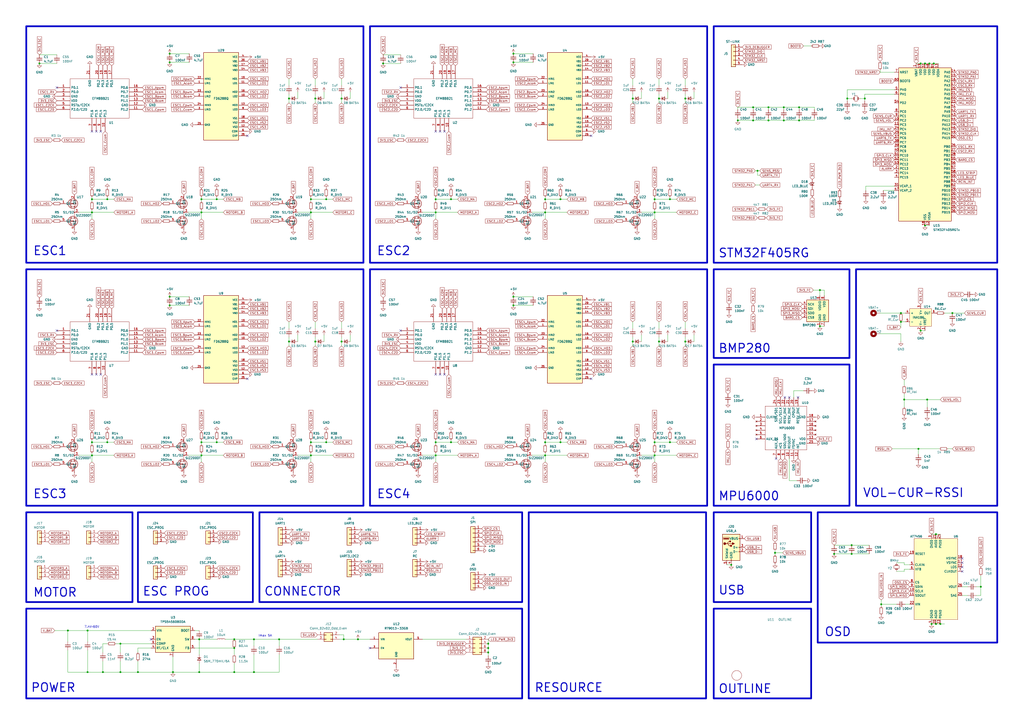
<source format=kicad_sch>
(kicad_sch (version 20250114) (generator "eeschema") (generator_version "9.0")
  (paper "A2")
  (lib_symbols
    (symbol "AT7456:AT7456"
      (property "Reference" "U" (at 8.89 25.4 0))
      (property "Value" "AT7456" (at 0 15.24 0))
      (symbol "AT7456_1_1"
        (pin input line (at -15.24 15.24 0) (length 2.54) (name "RESET") (number "19"))
        (pin input line (at -15.24 8.89 0) (length 2.54) (name "CLKIN") (number "5"))
        (pin input line (at -15.24 6.35 0) (length 2.54) (name "XFB") (number "6"))
        (pin input line (at -15.24 -1.27 0) (length 2.54) (name "CS") (number "8"))
        (pin input line (at -15.24 -3.81 0) (length 2.54) (name "SDIN") (number "9"))
        (pin input line (at -15.24 -6.35 0) (length 2.54) (name "SCLK") (number "10"))
        (pin input line (at -15.24 -8.89 0) (length 2.54) (name "SDOUT") (number "11"))
        (pin input line (at -15.24 -13.97 0) (length 2.54) (name "VIN") (number "22"))
        (pin input line (at -2.54 26.67 270) (length 2.54) (name "DVDD") (number "3"))
        (pin input line (at -2.54 -25.4 90) (length 2.54) (name "DGND") (number "4"))
        (pin input line (at 0 26.67 270) (length 2.54) (name "AVDD") (number "21"))
        (pin input line (at 0 -25.4 90) (length 2.54) (name "AGND") (number "20"))
        (pin input line (at 2.54 26.67 270) (length 2.54) (name "PVDD") (number "24"))
        (pin input line (at 2.54 -25.4 90) (length 2.54) (name "PGND") (number "23"))
        (pin input line (at 15.24 12.7 180) (length 2.54) (name "HSYNC") (number "18"))
        (pin input line (at 15.24 10.16 180) (length 2.54) (name "VSYNC") (number "17"))
        (pin input line (at 15.24 7.62 180) (length 2.54) (name "LOS") (number "12"))
        (pin input line (at 15.24 5.08 180) (length 2.54) (name "CLKOUT") (number "7"))
        (pin input line (at 15.24 -3.81 180) (length 2.54) (name "VOUT") (number "26"))
        (pin input line (at 15.24 -8.89 180) (length 2.54) (name "SAG") (number "25"))
      )
    )
    (symbol "Connector:USB_A" (pin_names (offset 1.016))
      (property "Reference" "J" (at -5.08 11.43 0))
      (property "Value" "USB_A" (at -5.08 8.89 0))
      (symbol "USB_A_1_1"
        (pin passive line (at -2.54 -10.16 90) (length 2.54) (name "Shield") (number "5"))
        (pin power_in line (at 0 -10.16 90) (length 2.54) (name "GND") (number "4"))
        (pin power_in line (at 7.62 5.08 180) (length 2.54) (name "VBUS") (number "1"))
        (pin bidirectional line (at 7.62 0 180) (length 2.54) (name "D+") (number "3"))
        (pin bidirectional line (at 7.62 -2.54 180) (length 2.54) (name "D-") (number "2"))
      )
    )
    (symbol "Connector_Generic:Conn_01x03" (pin_names (offset 1.016) (hide yes))
      (property "Reference" "J" (at 0 5.08 0))
      (property "Value" "Conn_01x03" (at 0 -5.08 0))
      (symbol "Conn_01x03_1_1"
        (pin passive line (at -5.08 2.54 0) (length 3.81) (name "Pin_1") (number "1"))
        (pin passive line (at -5.08 0 0) (length 3.81) (name "Pin_2") (number "2"))
        (pin passive line (at -5.08 -2.54 0) (length 3.81) (name "Pin_3") (number "3"))
      )
    )
    (symbol "Connector_Generic:Conn_01x04" (pin_names (offset 1.016) (hide yes))
      (property "Reference" "J" (at 0 5.08 0))
      (property "Value" "Conn_01x04" (at 0 -7.62 0))
      (symbol "Conn_01x04_1_1"
        (pin passive line (at -5.08 2.54 0) (length 3.81) (name "Pin_1") (number "1"))
        (pin passive line (at -5.08 0 0) (length 3.81) (name "Pin_2") (number "2"))
        (pin passive line (at -5.08 -2.54 0) (length 3.81) (name "Pin_3") (number "3"))
        (pin passive line (at -5.08 -5.08 0) (length 3.81) (name "Pin_4") (number "4"))
      )
    )
    (symbol "Connector_Generic:Conn_01x05" (pin_names (offset 1.016) (hide yes))
      (property "Reference" "J" (at 0 7.62 0))
      (property "Value" "Conn_01x05" (at 0 -7.62 0))
      (symbol "Conn_01x05_1_1"
        (pin passive line (at -5.08 5.08 0) (length 3.81) (name "Pin_1") (number "1"))
        (pin passive line (at -5.08 2.54 0) (length 3.81) (name "Pin_2") (number "2"))
        (pin passive line (at -5.08 0 0) (length 3.81) (name "Pin_3") (number "3"))
        (pin passive line (at -5.08 -2.54 0) (length 3.81) (name "Pin_4") (number "4"))
        (pin passive line (at -5.08 -5.08 0) (length 3.81) (name "Pin_5") (number "5"))
      )
    )
    (symbol "Connector_Generic:Conn_01x06" (pin_names (offset 1.016) (hide yes))
      (property "Reference" "J" (at 0 7.62 0))
      (property "Value" "Conn_01x06" (at 0 -10.16 0))
      (symbol "Conn_01x06_1_1"
        (pin passive line (at -5.08 5.08 0) (length 3.81) (name "Pin_1") (number "1"))
        (pin passive line (at -5.08 2.54 0) (length 3.81) (name "Pin_2") (number "2"))
        (pin passive line (at -5.08 0 0) (length 3.81) (name "Pin_3") (number "3"))
        (pin passive line (at -5.08 -2.54 0) (length 3.81) (name "Pin_4") (number "4"))
        (pin passive line (at -5.08 -5.08 0) (length 3.81) (name "Pin_5") (number "5"))
        (pin passive line (at -5.08 -7.62 0) (length 3.81) (name "Pin_6") (number "6"))
      )
    )
    (symbol "Connector_Generic:Conn_02x02_Odd_Even" (pin_names (offset 1.016) (hide yes))
      (property "Reference" "J" (at 1.27 2.54 0))
      (property "Value" "Conn_02x02_Odd_Even" (at 1.27 -5.08 0))
      (symbol "Conn_02x02_Odd_Even_1_1"
        (pin passive line (at -5.08 0 0) (length 3.81) (name "Pin_1") (number "1"))
        (pin passive line (at -5.08 -2.54 0) (length 3.81) (name "Pin_3") (number "3"))
        (pin passive line (at 7.62 0 180) (length 3.81) (name "Pin_2") (number "2"))
        (pin passive line (at 7.62 -2.54 180) (length 3.81) (name "Pin_4") (number "4"))
      )
    )
    (symbol "Connector_Generic:Conn_02x04_Odd_Even" (pin_names (offset 1.016) (hide yes))
      (property "Reference" "J" (at 1.27 5.08 0))
      (property "Value" "Conn_02x04_Odd_Even" (at 1.27 -7.62 0))
      (symbol "Conn_02x04_Odd_Even_1_1"
        (pin passive line (at -5.08 2.54 0) (length 3.81) (name "Pin_1") (number "1"))
        (pin passive line (at -5.08 0 0) (length 3.81) (name "Pin_3") (number "3"))
        (pin passive line (at -5.08 -2.54 0) (length 3.81) (name "Pin_5") (number "5"))
        (pin passive line (at -5.08 -5.08 0) (length 3.81) (name "Pin_7") (number "7"))
        (pin passive line (at 7.62 2.54 180) (length 3.81) (name "Pin_2") (number "2"))
        (pin passive line (at 7.62 0 180) (length 3.81) (name "Pin_4") (number "4"))
        (pin passive line (at 7.62 -2.54 180) (length 3.81) (name "Pin_6") (number "6"))
        (pin passive line (at 7.62 -5.08 180) (length 3.81) (name "Pin_8") (number "8"))
      )
    )
    (symbol "Device:C_Small" (pin_numbers (hide yes)) (pin_names (offset 0.254) (hide yes))
      (property "Reference" "C" (at 0.254 1.778 0))
      (property "Value" "C_Small" (at 0.254 -2.032 0))
      (symbol "C_Small_1_1"
        (pin passive line (at 0 2.54 270) (length 2.032) (name "~") (number "1"))
        (pin passive line (at 0 -2.54 90) (length 2.032) (name "~") (number "2"))
      )
    )
    (symbol "Device:Crystal_Small" (pin_numbers (hide yes)) (pin_names (offset 1.016) (hide yes))
      (property "Reference" "Y" (at 0 2.54 0))
      (property "Value" "Crystal_Small" (at 0 -2.54 0))
      (symbol "Crystal_Small_1_1"
        (pin passive line (at -2.54 0 0) (length 1.27) (name "1") (number "1"))
        (pin passive line (at 2.54 0 180) (length 1.27) (name "2") (number "2"))
      )
    )
    (symbol "Device:D_Small" (pin_numbers (hide yes)) (pin_names (offset 0.254) (hide yes))
      (property "Reference" "D" (at -1.27 2.032 0))
      (property "Value" "D_Small" (at -3.81 -2.032 0))
      (symbol "D_Small_1_1"
        (pin passive line (at -2.54 0 0) (length 1.778) (name "K") (number "1"))
        (pin passive line (at 2.54 0 180) (length 1.778) (name "A") (number "2"))
      )
    )
    (symbol "Device:LED_Small" (pin_numbers (hide yes)) (pin_names (offset 0.254) (hide yes))
      (property "Reference" "D" (at -1.27 3.175 0))
      (property "Value" "LED_Small" (at -4.445 -2.54 0))
      (symbol "LED_Small_1_1"
        (pin passive line (at -2.54 0 0) (length 1.778) (name "K") (number "1"))
        (pin passive line (at 2.54 0 180) (length 1.778) (name "A") (number "2"))
      )
    )
    (symbol "Device:L_Small" (pin_numbers (hide yes)) (pin_names (offset 0.254) (hide yes))
      (property "Reference" "L" (at 0.762 1.016 0))
      (property "Value" "L_Small" (at 0.762 -1.016 0))
      (symbol "L_Small_1_1"
        (pin passive line (at 0 2.54 270) (length 0.508) (name "~") (number "1"))
        (pin passive line (at 0 -2.54 90) (length 0.508) (name "~") (number "2"))
      )
    )
    (symbol "Device:R_Small" (pin_numbers (hide yes)) (pin_names (offset 0.254) (hide yes))
      (property "Reference" "R" (at 0.762 0.508 0))
      (property "Value" "R_Small" (at 0.762 -1.016 0))
      (symbol "R_Small_1_1"
        (pin passive line (at 0 2.54 270) (length 0.762) (name "~") (number "1"))
        (pin passive line (at 0 -2.54 90) (length 0.762) (name "~") (number "2"))
      )
    )
    (symbol "EFM8BB21F16:EFM8BB21F16"
      (property "Reference" "U" (at 16.51 12.7 0))
      (property "Value" "EFM8BB21" (at -13.462 12.7 0))
      (symbol "EFM8BB21F16_1_1"
        (pin input line (at -25.4 6.35 0) (length 7.62) (name "P0.1") (number "1"))
        (pin input line (at -25.4 3.81 0) (length 7.62) (name "P0.0") (number "2"))
        (pin input line (at -25.4 1.27 0) (length 7.62) (name "GND") (number "3"))
        (pin input line (at -25.4 -1.27 0) (length 7.62) (name "VDD") (number "4"))
        (pin input line (at -25.4 -3.81 0) (length 7.62) (name "RSTb/C2CK") (number "5"))
        (pin input line (at -25.4 -6.35 0) (length 7.62) (name "P2.0/C2D") (number "6"))
        (pin input line (at -6.35 19.05 270) (length 7.62) (name "GND") (number "21"))
        (pin input line (at -5.08 -19.05 90) (length 7.62) (name "P1.6") (number "7"))
        (pin input line (at -2.54 -19.05 90) (length 7.62) (name "P1.5") (number "8"))
        (pin input line (at -1.27 19.05 270) (length 7.62) (name "P0.2") (number "20"))
        (pin input line (at 0 -19.05 90) (length 7.62) (name "P1.4") (number "9"))
        (pin input line (at 1.27 19.05 270) (length 7.62) (name "P0.3") (number "19"))
        (pin input line (at 2.54 -19.05 90) (length 7.62) (name "P1.3") (number "10"))
        (pin input line (at 3.81 19.05 270) (length 7.62) (name "P0.4") (number "18"))
        (pin input line (at 6.35 19.05 270) (length 7.62) (name "P0.5") (number "17"))
        (pin input line (at 24.13 6.35 180) (length 7.62) (name "P0.6") (number "16"))
        (pin input line (at 24.13 3.81 180) (length 7.62) (name "P0.7") (number "15"))
        (pin input line (at 24.13 1.27 180) (length 7.62) (name "P1.0") (number "14"))
        (pin input line (at 24.13 -1.27 180) (length 7.62) (name "P1.1") (number "13"))
        (pin input line (at 24.13 -3.81 180) (length 7.62) (name "GND") (number "12"))
        (pin input line (at 24.13 -6.35 180) (length 7.62) (name "P1.2") (number "11"))
      )
    )
    (symbol "EFM8BB21F16_2"
      (property "Reference" "U" (at 16.51 12.7 0))
      (property "Value" "EFM8BB21" (at -13.462 12.7 0))
      (symbol "EFM8BB21F16_2_1_1"
        (pin input line (at -25.4 6.35 0) (length 7.62) (name "P0.1") (number "1"))
        (pin input line (at -25.4 3.81 0) (length 7.62) (name "P0.0") (number "2"))
        (pin input line (at -25.4 1.27 0) (length 7.62) (name "GND") (number "3"))
        (pin input line (at -25.4 -1.27 0) (length 7.62) (name "VDD") (number "4"))
        (pin input line (at -25.4 -3.81 0) (length 7.62) (name "RSTb/C2CK") (number "5"))
        (pin input line (at -25.4 -6.35 0) (length 7.62) (name "P2.0/C2D") (number "6"))
        (pin input line (at -6.35 19.05 270) (length 7.62) (name "GND") (number "21"))
        (pin input line (at -5.08 -19.05 90) (length 7.62) (name "P1.6") (number "7"))
        (pin input line (at -2.54 -19.05 90) (length 7.62) (name "P1.5") (number "8"))
        (pin input line (at -1.27 19.05 270) (length 7.62) (name "P0.2") (number "20"))
        (pin input line (at 0 -19.05 90) (length 7.62) (name "P1.4") (number "9"))
        (pin input line (at 1.27 19.05 270) (length 7.62) (name "P0.3") (number "19"))
        (pin input line (at 2.54 -19.05 90) (length 7.62) (name "P1.3") (number "10"))
        (pin input line (at 3.81 19.05 270) (length 7.62) (name "P0.4") (number "18"))
        (pin input line (at 6.35 19.05 270) (length 7.62) (name "P0.5") (number "17"))
        (pin input line (at 24.13 6.35 180) (length 7.62) (name "P0.6") (number "16"))
        (pin input line (at 24.13 3.81 180) (length 7.62) (name "P0.7") (number "15"))
        (pin input line (at 24.13 1.27 180) (length 7.62) (name "P1.0") (number "14"))
        (pin input line (at 24.13 -1.27 180) (length 7.62) (name "P1.1") (number "13"))
        (pin input line (at 24.13 -3.81 180) (length 7.62) (name "GND") (number "12"))
        (pin input line (at 24.13 -6.35 180) (length 7.62) (name "P1.2") (number "11"))
      )
    )
    (symbol "EFM8BB21F16_3"
      (property "Reference" "U" (at 16.51 12.7 0))
      (property "Value" "EFM8BB21" (at -13.462 12.7 0))
      (symbol "EFM8BB21F16_3_1_1"
        (pin input line (at -25.4 6.35 0) (length 7.62) (name "P0.1") (number "1"))
        (pin input line (at -25.4 3.81 0) (length 7.62) (name "P0.0") (number "2"))
        (pin input line (at -25.4 1.27 0) (length 7.62) (name "GND") (number "3"))
        (pin input line (at -25.4 -1.27 0) (length 7.62) (name "VDD") (number "4"))
        (pin input line (at -25.4 -3.81 0) (length 7.62) (name "RSTb/C2CK") (number "5"))
        (pin input line (at -25.4 -6.35 0) (length 7.62) (name "P2.0/C2D") (number "6"))
        (pin input line (at -6.35 19.05 270) (length 7.62) (name "GND") (number "21"))
        (pin input line (at -5.08 -19.05 90) (length 7.62) (name "P1.6") (number "7"))
        (pin input line (at -2.54 -19.05 90) (length 7.62) (name "P1.5") (number "8"))
        (pin input line (at -1.27 19.05 270) (length 7.62) (name "P0.2") (number "20"))
        (pin input line (at 0 -19.05 90) (length 7.62) (name "P1.4") (number "9"))
        (pin input line (at 1.27 19.05 270) (length 7.62) (name "P0.3") (number "19"))
        (pin input line (at 2.54 -19.05 90) (length 7.62) (name "P1.3") (number "10"))
        (pin input line (at 3.81 19.05 270) (length 7.62) (name "P0.4") (number "18"))
        (pin input line (at 6.35 19.05 270) (length 7.62) (name "P0.5") (number "17"))
        (pin input line (at 24.13 6.35 180) (length 7.62) (name "P0.6") (number "16"))
        (pin input line (at 24.13 3.81 180) (length 7.62) (name "P0.7") (number "15"))
        (pin input line (at 24.13 1.27 180) (length 7.62) (name "P1.0") (number "14"))
        (pin input line (at 24.13 -1.27 180) (length 7.62) (name "P1.1") (number "13"))
        (pin input line (at 24.13 -3.81 180) (length 7.62) (name "GND") (number "12"))
        (pin input line (at 24.13 -6.35 180) (length 7.62) (name "P1.2") (number "11"))
      )
    )
    (symbol "FD6288Q:FD6288Q"
      (property "Reference" "U" (at 13.97 29.21 0))
      (property "Value" "FD6288Q" (at 0 0 0))
      (symbol "FD6288Q_0_0"
        (pin input line (at -15.24 11.43 0) (length 5.08) (name "HIN1") (number "22"))
        (pin input line (at -15.24 8.89 0) (length 5.08) (name "LIN1") (number "1"))
        (pin input line (at -15.24 3.81 0) (length 5.08) (name "HIN2") (number "23"))
        (pin input line (at -15.24 1.27 0) (length 5.08) (name "LIN2") (number "2"))
        (pin input line (at -15.24 -3.81 0) (length 5.08) (name "HIN3") (number "24"))
        (pin input line (at -15.24 -6.35 0) (length 5.08) (name "LIN3") (number "3"))
        (pin power_in line (at 15.24 24.13 180) (length 5.08) (name "VCC") (number "4"))
        (pin power_in line (at 15.24 21.59 180) (length 5.08) (name "VB1") (number "20"))
        (pin power_in line (at 15.24 19.05 180) (length 5.08) (name "VB2") (number "17"))
        (pin power_in line (at 15.24 16.51 180) (length 5.08) (name "VB3") (number "14"))
        (pin output line (at 15.24 11.43 180) (length 5.08) (name "HO1") (number "19"))
        (pin output line (at 15.24 8.89 180) (length 5.08) (name "LO1") (number "11"))
        (pin output line (at 15.24 3.81 180) (length 5.08) (name "HO2") (number "16"))
        (pin output line (at 15.24 1.27 180) (length 5.08) (name "LO2") (number "10"))
        (pin output line (at 15.24 -3.81 180) (length 5.08) (name "HO3") (number "13"))
        (pin output line (at 15.24 -6.35 180) (length 5.08) (name "LO3") (number "9"))
        (pin power_in line (at 15.24 -11.43 180) (length 5.08) (name "VS1") (number "18"))
        (pin power_in line (at 15.24 -13.97 180) (length 5.08) (name "VS2") (number "15"))
        (pin power_in line (at 15.24 -16.51 180) (length 5.08) (name "VS3") (number "12"))
        (pin power_in line (at 15.24 -19.05 180) (length 5.08) (name "COM") (number "6"))
        (pin power_in line (at 15.24 -21.59 180) (length 5.08) (name "EXP") (number "25"))
      )
      (symbol "FD6288Q_1_0"
        (pin input line (at -15.24 -15.24 0) (length 5.08) (name "GND") (number "25"))
      )
    )
    (symbol "FD6288Q_1"
      (property "Reference" "U" (at 13.97 29.21 0))
      (property "Value" "FD6288Q" (at 0 0 0))
      (symbol "FD6288Q_1_0_0"
        (pin input line (at -15.24 11.43 0) (length 5.08) (name "HIN1") (number "22"))
        (pin input line (at -15.24 8.89 0) (length 5.08) (name "LIN1") (number "1"))
        (pin input line (at -15.24 3.81 0) (length 5.08) (name "HIN2") (number "23"))
        (pin input line (at -15.24 1.27 0) (length 5.08) (name "LIN2") (number "2"))
        (pin input line (at -15.24 -3.81 0) (length 5.08) (name "HIN3") (number "24"))
        (pin input line (at -15.24 -6.35 0) (length 5.08) (name "LIN3") (number "3"))
        (pin power_in line (at 15.24 24.13 180) (length 5.08) (name "VCC") (number "4"))
        (pin power_in line (at 15.24 21.59 180) (length 5.08) (name "VB1") (number "20"))
        (pin power_in line (at 15.24 19.05 180) (length 5.08) (name "VB2") (number "17"))
        (pin power_in line (at 15.24 16.51 180) (length 5.08) (name "VB3") (number "14"))
        (pin output line (at 15.24 11.43 180) (length 5.08) (name "HO1") (number "19"))
        (pin output line (at 15.24 8.89 180) (length 5.08) (name "LO1") (number "11"))
        (pin output line (at 15.24 3.81 180) (length 5.08) (name "HO2") (number "16"))
        (pin output line (at 15.24 1.27 180) (length 5.08) (name "LO2") (number "10"))
        (pin output line (at 15.24 -3.81 180) (length 5.08) (name "HO3") (number "13"))
        (pin output line (at 15.24 -6.35 180) (length 5.08) (name "LO3") (number "9"))
        (pin power_in line (at 15.24 -11.43 180) (length 5.08) (name "VS1") (number "18"))
        (pin power_in line (at 15.24 -13.97 180) (length 5.08) (name "VS2") (number "15"))
        (pin power_in line (at 15.24 -16.51 180) (length 5.08) (name "VS3") (number "12"))
        (pin power_in line (at 15.24 -19.05 180) (length 5.08) (name "COM") (number "6"))
        (pin power_in line (at 15.24 -21.59 180) (length 5.08) (name "EXP") (number "25"))
      )
      (symbol "FD6288Q_1_1_0"
        (pin input line (at -15.24 -15.24 0) (length 5.08) (name "GND") (number "25"))
      )
    )
    (symbol "FD6288Q_2"
      (property "Reference" "U" (at 13.97 29.21 0))
      (property "Value" "FD6288Q" (at 0 0 0))
      (symbol "FD6288Q_2_0_0"
        (pin input line (at -15.24 11.43 0) (length 5.08) (name "HIN1") (number "22"))
        (pin input line (at -15.24 8.89 0) (length 5.08) (name "LIN1") (number "1"))
        (pin input line (at -15.24 3.81 0) (length 5.08) (name "HIN2") (number "23"))
        (pin input line (at -15.24 1.27 0) (length 5.08) (name "LIN2") (number "2"))
        (pin input line (at -15.24 -3.81 0) (length 5.08) (name "HIN3") (number "24"))
        (pin input line (at -15.24 -6.35 0) (length 5.08) (name "LIN3") (number "3"))
        (pin power_in line (at 15.24 24.13 180) (length 5.08) (name "VCC") (number "4"))
        (pin power_in line (at 15.24 21.59 180) (length 5.08) (name "VB1") (number "20"))
        (pin power_in line (at 15.24 19.05 180) (length 5.08) (name "VB2") (number "17"))
        (pin power_in line (at 15.24 16.51 180) (length 5.08) (name "VB3") (number "14"))
        (pin output line (at 15.24 11.43 180) (length 5.08) (name "HO1") (number "19"))
        (pin output line (at 15.24 8.89 180) (length 5.08) (name "LO1") (number "11"))
        (pin output line (at 15.24 3.81 180) (length 5.08) (name "HO2") (number "16"))
        (pin output line (at 15.24 1.27 180) (length 5.08) (name "LO2") (number "10"))
        (pin output line (at 15.24 -3.81 180) (length 5.08) (name "HO3") (number "13"))
        (pin output line (at 15.24 -6.35 180) (length 5.08) (name "LO3") (number "9"))
        (pin power_in line (at 15.24 -11.43 180) (length 5.08) (name "VS1") (number "18"))
        (pin power_in line (at 15.24 -13.97 180) (length 5.08) (name "VS2") (number "15"))
        (pin power_in line (at 15.24 -16.51 180) (length 5.08) (name "VS3") (number "12"))
        (pin power_in line (at 15.24 -19.05 180) (length 5.08) (name "COM") (number "6"))
        (pin power_in line (at 15.24 -21.59 180) (length 5.08) (name "EXP") (number "25"))
      )
      (symbol "FD6288Q_2_1_0"
        (pin input line (at -15.24 -15.24 0) (length 5.08) (name "GND") (number "25"))
      )
    )
    (symbol "FD6288Q_3"
      (property "Reference" "U" (at 13.97 29.21 0))
      (property "Value" "FD6288Q" (at 0 0 0))
      (symbol "FD6288Q_3_0_0"
        (pin input line (at -15.24 11.43 0) (length 5.08) (name "HIN1") (number "22"))
        (pin input line (at -15.24 8.89 0) (length 5.08) (name "LIN1") (number "1"))
        (pin input line (at -15.24 3.81 0) (length 5.08) (name "HIN2") (number "23"))
        (pin input line (at -15.24 1.27 0) (length 5.08) (name "LIN2") (number "2"))
        (pin input line (at -15.24 -3.81 0) (length 5.08) (name "HIN3") (number "24"))
        (pin input line (at -15.24 -6.35 0) (length 5.08) (name "LIN3") (number "3"))
        (pin power_in line (at 15.24 24.13 180) (length 5.08) (name "VCC") (number "4"))
        (pin power_in line (at 15.24 21.59 180) (length 5.08) (name "VB1") (number "20"))
        (pin power_in line (at 15.24 19.05 180) (length 5.08) (name "VB2") (number "17"))
        (pin power_in line (at 15.24 16.51 180) (length 5.08) (name "VB3") (number "14"))
        (pin output line (at 15.24 11.43 180) (length 5.08) (name "HO1") (number "19"))
        (pin output line (at 15.24 8.89 180) (length 5.08) (name "LO1") (number "11"))
        (pin output line (at 15.24 3.81 180) (length 5.08) (name "HO2") (number "16"))
        (pin output line (at 15.24 1.27 180) (length 5.08) (name "LO2") (number "10"))
        (pin output line (at 15.24 -3.81 180) (length 5.08) (name "HO3") (number "13"))
        (pin output line (at 15.24 -6.35 180) (length 5.08) (name "LO3") (number "9"))
        (pin power_in line (at 15.24 -11.43 180) (length 5.08) (name "VS1") (number "18"))
        (pin power_in line (at 15.24 -13.97 180) (length 5.08) (name "VS2") (number "15"))
        (pin power_in line (at 15.24 -16.51 180) (length 5.08) (name "VS3") (number "12"))
        (pin power_in line (at 15.24 -19.05 180) (length 5.08) (name "COM") (number "6"))
        (pin power_in line (at 15.24 -21.59 180) (length 5.08) (name "EXP") (number "25"))
      )
      (symbol "FD6288Q_3_1_0"
        (pin input line (at -15.24 -15.24 0) (length 5.08) (name "GND") (number "25"))
      )
    )
    (symbol "INA186:INA186"
      (property "Reference" "U" (at -6.35 7.62 0))
      (property "Value" "INA186" (at -1.27 0 0))
      (symbol "INA186_1_1"
        (pin input line (at -8.89 2.54 0) (length 2.54) (name "+") (number "4"))
        (pin input line (at -8.89 -2.54 0) (length 2.54) (name "-") (number "5"))
        (pin input line (at 0 7.62 270) (length 2.54) (name "V+") (number "3"))
        (pin input line (at 0 -7.62 90) (length 2.54) (name "V-") (number "2"))
        (pin input line (at 2.54 -7.62 90) (length 2.54) (name "VREF") (number "1"))
        (pin input line (at 8.89 2.54 180) (length 2.54) (name "OUT") (number "6"))
      )
    )
    (symbol "MCU_ST_STM32F4:STM32F405RGTx"
      (property "Reference" "U" (at -15.24 46.99 0))
      (property "Value" "STM32F405RGTx" (at 10.16 46.99 0))
      (symbol "STM32F405RGTx_1_1"
        (pin input line (at -17.78 43.18 0) (length 2.54) (name "NRST") (number "7"))
        (pin input line (at -17.78 38.1 0) (length 2.54) (name "BOOT0") (number "60"))
        (pin bidirectional line (at -17.78 33.02 0) (length 2.54) (name "PH0") (number "5"))
        (pin bidirectional line (at -17.78 30.48 0) (length 2.54) (name "PH1") (number "6"))
        (pin bidirectional line (at -17.78 25.4 0) (length 2.54) (name "PD2") (number "54"))
        (pin bidirectional line (at -17.78 20.32 0) (length 2.54) (name "PC0") (number "8"))
        (pin bidirectional line (at -17.78 17.78 0) (length 2.54) (name "PC1") (number "9"))
        (pin bidirectional line (at -17.78 15.24 0) (length 2.54) (name "PC2") (number "10"))
        (pin bidirectional line (at -17.78 12.7 0) (length 2.54) (name "PC3") (number "11"))
        (pin bidirectional line (at -17.78 10.16 0) (length 2.54) (name "PC4") (number "24"))
        (pin bidirectional line (at -17.78 7.62 0) (length 2.54) (name "PC5") (number "25"))
        (pin bidirectional line (at -17.78 5.08 0) (length 2.54) (name "PC6") (number "37"))
        (pin bidirectional line (at -17.78 2.54 0) (length 2.54) (name "PC7") (number "38"))
        (pin bidirectional line (at -17.78 0 0) (length 2.54) (name "PC8") (number "39"))
        (pin bidirectional line (at -17.78 -2.54 0) (length 2.54) (name "PC9") (number "40"))
        (pin bidirectional line (at -17.78 -5.08 0) (length 2.54) (name "PC10") (number "51"))
        (pin bidirectional line (at -17.78 -7.62 0) (length 2.54) (name "PC11") (number "52"))
        (pin bidirectional line (at -17.78 -10.16 0) (length 2.54) (name "PC12") (number "53"))
        (pin bidirectional line (at -17.78 -12.7 0) (length 2.54) (name "PC13") (number "2"))
        (pin bidirectional line (at -17.78 -15.24 0) (length 2.54) (name "PC14") (number "3"))
        (pin bidirectional line (at -17.78 -17.78 0) (length 2.54) (name "PC15") (number "4"))
        (pin power_out line (at -17.78 -22.86 0) (length 2.54) (name "VCAP_1") (number "31"))
        (pin power_out line (at -17.78 -25.4 0) (length 2.54) (name "VCAP_2") (number "47"))
        (pin power_in line (at -5.08 48.26 270) (length 2.54) (name "VBAT") (number "1"))
        (pin power_in line (at -2.54 48.26 270) (length 2.54) (name "VDD") (number "19"))
        (pin power_in line (at 0 48.26 270) (length 2.54) (name "VDD") (number "32"))
        (pin power_in line (at 0 -45.72 90) (length 2.54) (name "VSS") (number "18"))
        (pin passive line (at 0 -45.72 90) (length 2.54) (hide yes) (name "VSS") (number "63"))
        (pin power_in line (at 2.54 48.26 270) (length 2.54) (name "VDD") (number "48"))
        (pin power_in line (at 2.54 -45.72 90) (length 2.54) (name "VSSA") (number "12"))
        (pin power_in line (at 5.08 48.26 270) (length 2.54) (name "VDD") (number "64"))
        (pin power_in line (at 7.62 48.26 270) (length 2.54) (name "VDDA") (number "13"))
        (pin bidirectional line (at 17.78 43.18 180) (length 2.54) (name "PA0") (number "14"))
        (pin bidirectional line (at 17.78 40.64 180) (length 2.54) (name "PA1") (number "15"))
        (pin bidirectional line (at 17.78 38.1 180) (length 2.54) (name "PA2") (number "16"))
        (pin bidirectional line (at 17.78 35.56 180) (length 2.54) (name "PA3") (number "17"))
        (pin bidirectional line (at 17.78 33.02 180) (length 2.54) (name "PA4") (number "20"))
        (pin bidirectional line (at 17.78 30.48 180) (length 2.54) (name "PA5") (number "21"))
        (pin bidirectional line (at 17.78 27.94 180) (length 2.54) (name "PA6") (number "22"))
        (pin bidirectional line (at 17.78 25.4 180) (length 2.54) (name "PA7") (number "23"))
        (pin bidirectional line (at 17.78 22.86 180) (length 2.54) (name "PA8") (number "41"))
        (pin bidirectional line (at 17.78 20.32 180) (length 2.54) (name "PA9") (number "42"))
        (pin bidirectional line (at 17.78 17.78 180) (length 2.54) (name "PA10") (number "43"))
        (pin bidirectional line (at 17.78 15.24 180) (length 2.54) (name "PA11") (number "44"))
        (pin bidirectional line (at 17.78 12.7 180) (length 2.54) (name "PA12") (number "45"))
        (pin bidirectional line (at 17.78 10.16 180) (length 2.54) (name "PA13") (number "46"))
        (pin bidirectional line (at 17.78 7.62 180) (length 2.54) (name "PA14") (number "49"))
        (pin bidirectional line (at 17.78 5.08 180) (length 2.54) (name "PA15") (number "50"))
        (pin bidirectional line (at 17.78 0 180) (length 2.54) (name "PB0") (number "26"))
        (pin bidirectional line (at 17.78 -2.54 180) (length 2.54) (name "PB1") (number "27"))
        (pin bidirectional line (at 17.78 -5.08 180) (length 2.54) (name "PB2") (number "28"))
        (pin bidirectional line (at 17.78 -7.62 180) (length 2.54) (name "PB3") (number "55"))
        (pin bidirectional line (at 17.78 -10.16 180) (length 2.54) (name "PB4") (number "56"))
        (pin bidirectional line (at 17.78 -12.7 180) (length 2.54) (name "PB5") (number "57"))
        (pin bidirectional line (at 17.78 -15.24 180) (length 2.54) (name "PB6") (number "58"))
        (pin bidirectional line (at 17.78 -17.78 180) (length 2.54) (name "PB7") (number "59"))
        (pin bidirectional line (at 17.78 -20.32 180) (length 2.54) (name "PB8") (number "61"))
        (pin bidirectional line (at 17.78 -22.86 180) (length 2.54) (name "PB9") (number "62"))
        (pin bidirectional line (at 17.78 -25.4 180) (length 2.54) (name "PB10") (number "29"))
        (pin bidirectional line (at 17.78 -27.94 180) (length 2.54) (name "PB11") (number "30"))
        (pin bidirectional line (at 17.78 -30.48 180) (length 2.54) (name "PB12") (number "33"))
        (pin bidirectional line (at 17.78 -33.02 180) (length 2.54) (name "PB13") (number "34"))
        (pin bidirectional line (at 17.78 -35.56 180) (length 2.54) (name "PB14") (number "35"))
        (pin bidirectional line (at 17.78 -38.1 180) (length 2.54) (name "PB15") (number "36"))
      )
    )
    (symbol "MPU6000:MPU6000"
      (property "Reference" "U" (at 10.16 13.97 0))
      (property "Value" "MPU6000" (at 0 0 0))
      (symbol "MPU6000_1_1"
        (pin input line (at -17.78 6.35 0) (length 5.08) (name "CLKIN") (number "1"))
        (pin no_connect line (at -17.78 3.81 0) (length 5.08) (name "~") (number "2"))
        (pin no_connect line (at -17.78 1.27 0) (length 5.08) (name "~") (number "3"))
        (pin no_connect line (at -17.78 -1.27 0) (length 5.08) (name "~") (number "4"))
        (pin no_connect line (at -17.78 -3.81 0) (length 5.08) (name "~") (number "5"))
        (pin input line (at -17.78 -6.35 0) (length 5.08) (name "AUX_DA") (number "6"))
        (pin bidirectional line (at -6.35 17.78 270) (length 5.08) (name "SDA/SD1") (number "24"))
        (pin bidirectional line (at -6.35 -17.78 90) (length 5.08) (name "AUX_CL") (number "7"))
        (pin bidirectional line (at -3.81 17.78 270) (length 5.08) (name "SCL/SCLK") (number "23"))
        (pin input line (at -3.81 -17.78 90) (length 5.08) (name "nCS") (number "8"))
        (pin unspecified line (at -1.27 17.78 270) (length 5.08) (name "RESV_DNC") (number "22"))
        (pin bidirectional line (at -1.27 -17.78 90) (length 5.08) (name "SDO/AD0") (number "9"))
        (pin unspecified line (at 1.27 17.78 270) (length 5.08) (name "RESV_DNC") (number "21"))
        (pin power_out line (at 1.27 -17.78 90) (length 5.08) (name "REGOUT") (number "10"))
        (pin output line (at 3.81 17.78 270) (length 5.08) (name "CPOUT") (number "20"))
        (pin input line (at 3.81 -17.78 90) (length 5.08) (name "FSYNC") (number "11"))
        (pin unspecified line (at 6.35 17.78 270) (length 5.08) (name "RESV_DNC") (number "19"))
        (pin output line (at 6.35 -17.78 90) (length 5.08) (name "INT") (number "12"))
        (pin power_in line (at 16.51 6.35 180) (length 5.08) (name "GND") (number "18"))
        (pin no_connect line (at 16.51 3.81 180) (length 5.08) (name "~") (number "17"))
        (pin no_connect line (at 16.51 1.27 180) (length 5.08) (name "~") (number "16"))
        (pin no_connect line (at 16.51 -1.27 180) (length 5.08) (name "~") (number "15"))
        (pin no_connect line (at 16.51 -3.81 180) (length 5.08) (name "~") (number "14"))
        (pin power_in line (at 16.51 -6.35 180) (length 5.08) (name "VDD") (number "13"))
        (pin bidirectional line (at 16.51 -8.89 180) (length 5.08) (name "GND") (number "25"))
      )
    )
    (symbol "Mechanical:MountingHole_Pad" (pin_numbers (hide yes)) (pin_names (offset 1.016) (hide yes))
      (property "Reference" "H" (at 0 6.35 0))
      (property "Value" "MountingHole_Pad" (at 0 4.445 0))
      (symbol "MountingHole_Pad_1_1"
        (pin input line (at 0 -2.54 90) (length 2.54) (name "1") (number "1"))
      )
    )
    (symbol "Outline:outline" (pin_names (offset 1.016))
      (property "Reference" "U" (at 0 0 0))
      (property "Value" "outline" (at 0 0 0))
    )
    (symbol "RT9013-33GB_1" (pin_names (offset 1.016))
      (property "Reference" "U" (at -10.16 8.89 0))
      (property "Value" "RT9013-33GB" (at 3.81 10.16 0))
      (symbol "RT9013-33GB_1_0_0"
        (pin power_in line (at -15.24 3.81 0) (length 5.08) (name "VIN") (number "1"))
        (pin input line (at -15.24 -1.27 0) (length 5.08) (name "EN") (number "3"))
        (pin power_in line (at 0 -12.7 90) (length 5.08) (name "GND") (number "2"))
        (pin output line (at 15.24 3.81 180) (length 5.08) (name "VOUT") (number "5"))
      )
    )
    (symbol "Regulator_Switching:TPS54560BDDA"
      (property "Reference" "U" (at -6.35 8.89 0))
      (property "Value" "TPS54560BDDA" (at 10.16 8.89 0))
      (symbol "TPS54560BDDA_1_1"
        (pin power_in line (at -12.7 5.08 0) (length 2.54) (name "VIN") (number "2"))
        (pin input line (at -12.7 0 0) (length 2.54) (name "EN") (number "3"))
        (pin output line (at -12.7 -2.54 0) (length 2.54) (name "COMP") (number "6"))
        (pin passive line (at -12.7 -5.08 0) (length 2.54) (name "RT/CLK") (number "4"))
        (pin power_in line (at 0 -10.16 90) (length 2.54) (name "GND") (number "7"))
        (pin passive line (at 0 -10.16 90) (length 2.54) (hide yes) (name "GND") (number "9"))
        (pin passive line (at 12.7 5.08 180) (length 2.54) (name "BOOT") (number "1"))
        (pin power_out line (at 12.7 0 180) (length 2.54) (name "SW") (number "8"))
        (pin input line (at 12.7 -5.08 180) (length 2.54) (name "FB") (number "5"))
      )
    )
    (symbol "SIZ200DT:SIZ200" (pin_names (offset 0.254))
      (property "Reference" "U" (at 1.27 8.89 0))
      (property "Value" "SIZ200DT" (at 6.604 2.794 0))
      (symbol "SIZ200_1_1"
        (pin input line (at -7.62 5.08 0) (length 2.54) (name "G1") (number "1"))
        (pin input line (at -7.62 -5.08 0) (length 2.54) (name "G2") (number "5"))
        (pin passive line (at 0 10.16 270) (length 2.54) (name "D1") (number "2"))
        (pin passive line (at 0 -10.16 90) (length 2.54) (name "S2") (number "4"))
        (pin passive line (at 2.54 0 180) (length 2.54) (name "S1/D2") (number "3"))
      )
    )
    (symbol "Sensor_Pressure:BMP280"
      (property "Reference" "U" (at -7.62 10.16 0))
      (property "Value" "BMP280" (at 5.08 10.16 0))
      (symbol "BMP280_1_1"
        (pin input line (at -10.16 5.08 0) (length 2.54) (name "SCK") (number "4"))
        (pin bidirectional line (at -10.16 2.54 0) (length 2.54) (name "SDI") (number "3"))
        (pin bidirectional line (at -10.16 0 0) (length 2.54) (name "SDO") (number "5"))
        (pin input line (at -10.16 -2.54 0) (length 2.54) (name "CSB") (number "2"))
        (pin power_in line (at 0 10.16 270) (length 2.54) (name "VDDIO") (number "6"))
        (pin power_in line (at 0 -7.62 90) (length 2.54) (name "GND") (number "1"))
        (pin power_in line (at 2.54 10.16 270) (length 2.54) (name "VDD") (number "8"))
        (pin power_in line (at 2.54 -7.62 90) (length 2.54) (name "GND") (number "7"))
      )
    )
    (symbol "power:+5V" (power) (pin_names (offset 0))
      (property "Value" "+5V" (at 0 3.556 0))
      (symbol "+5V_1_1"
        (pin power_in line (at 0 0 90) (length 0) (hide yes) (name "+5V") (number "1"))
      )
    )
    (symbol "power:GND" (power) (pin_names (offset 0))
      (property "Value" "GND" (at 0 -3.81 0))
      (symbol "GND_1_1"
        (pin power_in line (at 0 0 270) (length 0) (hide yes) (name "GND") (number "1"))
      )
    )
  )
  (rectangle (start 414.02 156.21) (end 492.76 207.645) (stroke (width 1)))
  (rectangle (start 15.24 353.06) (end 302.895 405.13) (stroke (width 1)))
  (rectangle (start 80.01 297.18) (end 146.685 349.25) (stroke (width 1)))
  (rectangle (start 15.24 297.18) (end 76.835 349.25) (stroke (width 1)))
  (rectangle (start 15.24 156.21) (end 210.82 293.37) (stroke (width 1)))
  (rectangle (start 214.63 156.21) (end 410.21 293.37) (stroke (width 1)))
  (rectangle (start 306.705 297.18) (end 409.575 405.13) (stroke (width 1)))
  (rectangle (start 474.345 297.18) (end 578.485 372.745) (stroke (width 1)))
  (rectangle (start 414.02 15.24) (end 578.485 152.4) (stroke (width 1)))
  (rectangle (start 414.02 211.455) (end 492.76 293.37) (stroke (width 1)))
  (rectangle (start 214.63 15.24) (end 410.21 152.4) (stroke (width 1)))
  (rectangle (start 496.57 156.21) (end 578.485 293.37) (stroke (width 1)))
  (rectangle (start 414.02 353.06) (end 470.535 405.13) (stroke (width 1)))
  (rectangle (start 150.495 297.18) (end 302.895 349.25) (stroke (width 1)))
  (rectangle (start 414.02 297.18) (end 470.535 349.25) (stroke (width 1)))
  (rectangle (start 15.24 15.24) (end 210.82 152.4) (stroke (width 1)))
  (text "VOL-CUR-RSSI" (at 500.38 288.925 0) (effects (font (size 5 5) (thickness 0.6) (bold yes)) (justify left bottom)))
  (text "ESC1" (at 19.05 148.59 0) (effects (font (size 5 5) (thickness 0.6) (bold yes)) (justify left bottom)))
  (text "BMP280" (at 416.56 205.105 0) (effects (font (size 5 5) (thickness 0.6) (bold yes)) (justify left bottom)))
  (text "ESC4" (at 218.44 289.56 0) (effects (font (size 5 5) (thickness 0.6) (bold yes)) (justify left bottom)))
  (text "RESOURCE" (at 309.88 401.955 0) (effects (font (size 5 5) (thickness 0.6) (bold yes)) (justify left bottom)))
  (text "CONNECTOR" (at 153.035 346.075 0) (effects (font (size 5 5) (thickness 0.6) (bold yes)) (justify left bottom)))
  (text "7.4V~60V" (at 48.895 364.49 0) (effects (font (size 1.27 1.27)) (justify left bottom)))
  (text "ESC PROG" (at 82.55 346.075 0) (effects (font (size 5 5) (thickness 0.6) (bold yes)) (justify left bottom)))
  (text "MPU6000" (at 416.56 290.83 0) (effects (font (size 5 5) (thickness 0.6) (bold yes)) (justify left bottom)))
  (text "MOTOR" (at 19.05 346.71 0) (effects (font (size 5 5) (thickness 0.6) (bold yes)) (justify left bottom)))
  (text "ESC3" (at 19.05 289.56 0) (effects (font (size 5 5) (thickness 0.6) (bold yes)) (justify left bottom)))
  (text "Imax 5A" (at 149.86 369.57 0) (effects (font (size 1.27 1.27)) (justify left bottom)))
  (text "ESC2" (at 218.44 148.59 0) (effects (font (size 5 5) (thickness 0.6) (bold yes)) (justify left bottom)))
  (text "OUTLINE" (at 416.56 402.59 0) (effects (font (size 5 5) (thickness 0.6) (bold yes)) (justify left bottom)))
  (text "POWER" (at 17.78 401.955 0) (effects (font (size 5 5) (thickness 0.6) (bold yes)) (justify left bottom)))
  (text "OSD" (at 478.155 369.57 0) (effects (font (size 5 5) (thickness 0.6) (bold yes)) (justify left bottom)))
  (text "USB" (at 416.56 345.44 0) (effects (font (size 5 5) (thickness 0.6) (bold yes)) (justify left bottom)))
  (text "STM32F405RG" (at 416.56 149.86 0) (effects (font (size 5 5) (thickness 0.6) (bold yes)) (justify left bottom)))
  (junction (at 167.64 57.15))
  (junction (at 436.88 62.23))
  (junction (at 463.55 62.23))
  (junction (at 445.77 62.23))
  (junction (at 494.03 316.23))
  (junction (at 534.035 191.77))
  (junction (at 537.845 231.775))
  (junction (at 501.65 57.15))
  (junction (at 116.84 115.57))
  (junction (at 59.69 389.89))
  (junction (at 475.615 189.23))
  (junction (at 536.575 130.81))
  (junction (at 463.55 69.85))
  (junction (at 568.96 340.36))
  (junction (at 316.23 256.54))
  (junction (at 297.815 31.115))
  (junction (at 539.115 36.83))
  (junction (at 53.34 115.57))
  (junction (at 483.87 321.31))
  (junction (at 252.73 256.54))
  (junction (at 180.34 256.54))
  (junction (at 367.03 57.15))
  (junction (at 147.32 389.89))
  (junction (at 382.27 198.12))
  (junction (at 115.57 370.84))
  (junction (at 439.42 99.06))
  (junction (at 69.85 389.89))
  (junction (at 222.25 36.83))
  (junction (at 80.01 389.89))
  (junction (at 198.12 198.12))
  (junction (at 135.89 389.89))
  (junction (at 379.73 115.57))
  (junction (at 261.62 115.57))
  (junction (at 261.62 256.54))
  (junction (at 542.925 309.88))
  (junction (at 167.64 198.12))
  (junction (at 524.51 231.775))
  (junction (at 116.84 123.19))
  (junction (at 180.34 264.16))
  (junction (at 283.21 378.46))
  (junction (at 180.34 115.57))
  (junction (at 180.34 123.19))
  (junction (at 379.73 123.19))
  (junction (at 445.77 69.85))
  (junction (at 316.23 264.16))
  (junction (at 53.34 264.16))
  (junction (at 522.605 181.61))
  (junction (at 325.12 256.54))
  (junction (at 50.8 389.89))
  (junction (at 161.925 370.84))
  (junction (at 98.425 36.195))
  (junction (at 532.765 260.35))
  (junction (at 53.34 256.54))
  (junction (at 135.89 375.92))
  (junction (at 53.34 123.19))
  (junction (at 252.73 264.16))
  (junction (at 545.465 361.95))
  (junction (at 297.815 177.165))
  (junction (at 367.03 198.12))
  (junction (at 50.8 365.76))
  (junction (at 542.925 361.95))
  (junction (at 125.73 256.54))
  (junction (at 388.62 115.57))
  (junction (at 397.51 57.15))
  (junction (at 62.23 256.54))
  (junction (at 125.73 115.57))
  (junction (at 189.23 115.57))
  (junction (at 536.575 36.83))
  (junction (at 207.645 370.84))
  (junction (at 98.425 172.085))
  (junction (at 115.57 389.89))
  (junction (at 379.73 264.16))
  (junction (at 454.66 69.85))
  (junction (at 388.62 256.54))
  (junction (at 283.21 375.92))
  (junction (at 62.23 115.57))
  (junction (at 449.58 320.675))
  (junction (at 297.815 36.195))
  (junction (at 427.99 69.85))
  (junction (at 252.73 123.19))
  (junction (at 540.385 361.95))
  (junction (at 252.73 115.57))
  (junction (at 116.84 256.54))
  (junction (at 454.66 62.23))
  (junction (at 491.49 57.15))
  (junction (at 522.605 186.69))
  (junction (at 297.815 172.085))
  (junction (at 147.32 370.84))
  (junction (at 382.27 57.15))
  (junction (at 98.425 31.115))
  (junction (at 541.655 36.83))
  (junction (at 98.425 177.165))
  (junction (at 283.21 373.38))
  (junction (at 325.12 115.57))
  (junction (at 494.03 321.31))
  (junction (at 552.45 181.61))
  (junction (at 69.85 373.38))
  (junction (at 316.23 123.19))
  (junction (at 39.37 365.76))
  (junction (at 22.86 36.83))
  (junction (at 182.88 198.12))
  (junction (at 436.88 69.85))
  (junction (at 424.18 327.66))
  (junction (at 189.23 256.54))
  (junction (at 511.175 350.52))
  (junction (at 116.84 264.16))
  (junction (at 534.035 36.83))
  (junction (at 198.12 57.15))
  (junction (at 135.89 370.84))
  (junction (at 199.39 370.84))
  (junction (at 379.73 256.54))
  (junction (at 475.615 168.275))
  (junction (at 397.51 198.12))
  (junction (at 100.33 389.89))
  (junction (at 316.23 115.57))
  (junction (at 182.88 57.15))
  (no_connect (at 252.73 217.17))
  (no_connect (at 232.41 191.77))
  (no_connect (at 58.42 217.17))
  (no_connect (at 558.165 328.93))
  (no_connect (at 257.81 217.17))
  (no_connect (at 255.27 217.17))
  (no_connect (at 53.34 217.17))
  (no_connect (at 558.165 331.47))
  (no_connect (at 143.51 78.74))
  (no_connect (at 58.42 76.2))
  (no_connect (at 232.41 50.8))
  (no_connect (at 255.27 76.2))
  (no_connect (at 55.88 217.17))
  (no_connect (at 257.81 76.2))
  (no_connect (at 558.165 326.39))
  (no_connect (at 457.835 230.505))
  (no_connect (at 53.34 76.2))
  (no_connect (at 450.215 266.065))
  (no_connect (at 55.88 76.2))
  (no_connect (at 438.785 254.635))
  (no_connect (at 462.915 230.505))
  (no_connect (at 455.295 230.505))
  (no_connect (at 252.73 76.2))
  (no_connect (at 33.02 191.77))
  (no_connect (at 342.9 219.71))
  (no_connect (at 214.63 375.92))
  (no_connect (at 87.63 370.84))
  (no_connect (at 558.165 323.85))
  (no_connect (at 33.02 50.8))
  (no_connect (at 342.9 78.74))
  (no_connect (at 143.51 219.71))
  (wire (pts (xy 50.8 389.89) (xy 59.69 389.89)))
  (wire (pts (xy 387.35 53.34) (xy 387.35 57.15)))
  (wire (pts (xy 135.89 384.81) (xy 135.89 389.89)))
  (wire (pts (xy 172.72 53.34) (xy 172.72 57.15)))
  (wire (pts (xy 501.65 57.15) (xy 501.65 58.42)))
  (wire (pts (xy 542.925 309.88) (xy 545.465 309.88)))
  (wire (pts (xy 397.51 54.61) (xy 397.51 57.15)))
  (wire (pts (xy 316.23 264.16) (xy 316.23 267.97)))
  (wire (pts (xy 524.51 331.47) (xy 524.51 330.2)))
  (wire (pts (xy 116.84 116.84) (xy 116.84 115.57)))
  (wire (pts (xy 189.23 115.57) (xy 193.04 115.57)))
  (wire (pts (xy 552.45 181.61) (xy 559.435 181.61)))
  (wire (pts (xy 167.64 57.15) (xy 167.64 59.69)))
  (wire (pts (xy 53.34 115.57) (xy 62.23 115.57)))
  (wire (pts (xy 382.27 195.58) (xy 382.27 198.12)))
  (wire (pts (xy 115.57 384.81) (xy 115.57 389.89)))
  (wire (pts (xy 172.72 123.19) (xy 180.34 123.19)))
  (wire (pts (xy 316.23 264.16) (xy 328.93 264.16)))
  (wire (pts (xy 147.32 370.84) (xy 161.925 370.84)))
  (wire (pts (xy 62.23 114.3) (xy 62.23 115.57)))
  (wire (pts (xy 518.795 110.49) (xy 512.445 110.49)))
  (wire (pts (xy 182.88 186.69) (xy 182.88 190.5)))
  (wire (pts (xy 463.55 62.23) (xy 463.55 63.5)))
  (wire (pts (xy 167.64 195.58) (xy 167.64 198.12)))
  (wire (pts (xy 59.69 373.38) (xy 59.69 378.46)))
  (wire (pts (xy 466.09 226.695) (xy 460.375 226.695)))
  (wire (pts (xy 109.22 123.19) (xy 116.84 123.19)))
  (wire (pts (xy 445.77 62.23) (xy 454.66 62.23)))
  (wire (pts (xy 524.51 228.6) (xy 524.51 231.775)))
  (wire (pts (xy 532.765 260.35) (xy 544.83 260.35)))
  (wire (pts (xy 98.425 177.165) (xy 109.855 177.165)))
  (wire (pts (xy 180.34 115.57) (xy 189.23 115.57)))
  (wire (pts (xy 524.51 327.66) (xy 524.51 326.39)))
  (wire (pts (xy 316.23 121.92) (xy 316.23 123.19)))
  (wire (pts (xy 147.32 389.89) (xy 135.89 389.89)))
  (wire (pts (xy 69.85 389.89) (xy 80.01 389.89)))
  (wire (pts (xy 540.385 361.95) (xy 542.925 361.95)))
  (wire (pts (xy 182.88 57.15) (xy 182.88 59.69)))
  (wire (pts (xy 80.01 375.92) (xy 80.01 378.46)))
  (wire (pts (xy 522.605 193.675) (xy 522.605 198.12)))
  (wire (pts (xy 180.34 257.81) (xy 180.34 256.54)))
  (wire (pts (xy 53.34 121.92) (xy 53.34 123.19)))
  (wire (pts (xy 125.73 256.54) (xy 129.54 256.54)))
  (wire (pts (xy 438.15 107.315) (xy 440.69 107.315)))
  (wire (pts (xy 252.73 264.16) (xy 265.43 264.16)))
  (wire (pts (xy 147.32 374.65) (xy 147.32 370.84)))
  (wire (pts (xy 252.73 262.89) (xy 252.73 264.16)))
  (wire (pts (xy 445.77 69.85) (xy 436.88 69.85)))
  (wire (pts (xy 511.175 350.52) (xy 520.065 350.52)))
  (wire (pts (xy 524.51 231.775) (xy 537.845 231.775)))
  (wire (pts (xy 62.23 115.57) (xy 66.04 115.57)))
  (wire (pts (xy 297.815 31.115) (xy 309.245 31.115)))
  (wire (pts (xy 283.21 370.84) (xy 283.21 373.38)))
  (wire (pts (xy 388.62 114.3) (xy 388.62 115.57)))
  (wire (pts (xy 478.155 171.45) (xy 478.155 168.275)))
  (wire (pts (xy 457.835 278.765) (xy 457.835 266.065)))
  (wire (pts (xy 182.88 45.72) (xy 182.88 49.53)))
  (wire (pts (xy 261.62 114.3) (xy 261.62 115.57)))
  (wire (pts (xy 182.88 198.12) (xy 182.88 200.66)))
  (wire (pts (xy 499.11 57.15) (xy 501.65 57.15)))
  (wire (pts (xy 545.465 361.95) (xy 548.005 361.95)))
  (wire (pts (xy 454.66 62.23) (xy 463.55 62.23)))
  (wire (pts (xy 116.84 123.19) (xy 129.54 123.19)))
  (wire (pts (xy 113.03 375.92) (xy 135.89 375.92)))
  (wire (pts (xy 62.23 373.38) (xy 59.69 373.38)))
  (wire (pts (xy 252.73 114.3) (xy 252.73 115.57)))
  (wire (pts (xy 558.165 345.44) (xy 561.34 345.44)))
  (wire (pts (xy 449.58 320.675) (xy 449.58 321.945)))
  (wire (pts (xy 520.065 331.47) (xy 524.51 331.47)))
  (wire (pts (xy 510.54 181.61) (xy 522.605 181.61)))
  (wire (pts (xy 436.88 62.23) (xy 436.88 63.5)))
  (wire (pts (xy 180.34 123.19) (xy 180.34 127)))
  (wire (pts (xy 539.115 36.83) (xy 541.655 36.83)))
  (wire (pts (xy 80.01 375.92) (xy 87.63 375.92)))
  (wire (pts (xy 325.12 255.27) (xy 325.12 256.54)))
  (wire (pts (xy 45.72 264.16) (xy 53.34 264.16)))
  (wire (pts (xy 222.25 31.75) (xy 232.41 31.75)))
  (wire (pts (xy 387.35 194.31) (xy 387.35 198.12)))
  (wire (pts (xy 182.88 54.61) (xy 182.88 57.15)))
  (wire (pts (xy 491.49 57.15) (xy 491.49 58.42)))
  (wire (pts (xy 536.575 36.83) (xy 539.115 36.83)))
  (wire (pts (xy 109.22 264.16) (xy 116.84 264.16)))
  (wire (pts (xy 50.8 365.76) (xy 50.8 372.11)))
  (wire (pts (xy 161.925 370.84) (xy 161.925 374.65)))
  (wire (pts (xy 196.85 370.84) (xy 199.39 370.84)))
  (wire (pts (xy 379.73 256.54) (xy 388.62 256.54)))
  (wire (pts (xy 524.51 220.345) (xy 524.51 223.52)))
  (wire (pts (xy 472.44 63.5) (xy 472.44 62.23)))
  (wire (pts (xy 53.34 116.84) (xy 53.34 115.57)))
  (wire (pts (xy 98.425 31.115) (xy 109.855 31.115)))
  (wire (pts (xy 438.15 99.06) (xy 439.42 99.06)))
  (wire (pts (xy 39.37 377.19) (xy 39.37 389.89)))
  (wire (pts (xy 524.51 231.775) (xy 524.51 236.22)))
  (wire (pts (xy 189.23 256.54) (xy 193.04 256.54)))
  (wire (pts (xy 501.65 54.61) (xy 501.65 57.15)))
  (wire (pts (xy 252.73 123.19) (xy 265.43 123.19)))
  (wire (pts (xy 475.615 189.23) (xy 478.155 189.23)))
  (wire (pts (xy 199.39 368.3) (xy 199.39 370.84)))
  (wire (pts (xy 69.85 373.38) (xy 87.63 373.38)))
  (wire (pts (xy 308.61 264.16) (xy 316.23 264.16)))
  (wire (pts (xy 189.23 114.3) (xy 189.23 115.57)))
  (wire (pts (xy 53.34 114.3) (xy 53.34 115.57)))
  (wire (pts (xy 478.155 168.275) (xy 475.615 168.275)))
  (wire (pts (xy 283.21 375.92) (xy 283.21 378.46)))
  (wire (pts (xy 427.99 69.85) (xy 436.88 69.85)))
  (wire (pts (xy 463.55 69.85) (xy 454.66 69.85)))
  (wire (pts (xy 540.385 309.88) (xy 542.925 309.88)))
  (wire (pts (xy 53.34 262.89) (xy 53.34 264.16)))
  (wire (pts (xy 198.12 186.69) (xy 198.12 190.5)))
  (wire (pts (xy 379.73 123.19) (xy 379.73 127)))
  (wire (pts (xy 382.27 198.12) (xy 382.27 200.66)))
  (wire (pts (xy 316.23 262.89) (xy 316.23 264.16)))
  (wire (pts (xy 388.62 115.57) (xy 392.43 115.57)))
  (wire (pts (xy 367.03 45.72) (xy 367.03 49.53)))
  (wire (pts (xy 542.925 361.95) (xy 545.465 361.95)))
  (wire (pts (xy 161.925 379.73) (xy 161.925 389.89)))
  (wire (pts (xy 245.11 264.16) (xy 252.73 264.16)))
  (wire (pts (xy 283.21 378.46) (xy 283.21 380.365)))
  (wire (pts (xy 397.51 198.12) (xy 397.51 200.66)))
  (wire (pts (xy 491.49 52.07) (xy 491.49 57.15)))
  (wire (pts (xy 466.09 26.67) (xy 470.535 26.67)))
  (wire (pts (xy 388.62 256.54) (xy 392.43 256.54)))
  (wire (pts (xy 367.03 186.69) (xy 367.03 190.5)))
  (wire (pts (xy 135.89 389.89) (xy 115.57 389.89)))
  (wire (pts (xy 522.605 181.61) (xy 525.145 181.61)))
  (wire (pts (xy 316.23 256.54) (xy 325.12 256.54)))
  (wire (pts (xy 252.73 255.27) (xy 252.73 256.54)))
  (wire (pts (xy 113.03 370.84) (xy 115.57 370.84)))
  (wire (pts (xy 261.62 115.57) (xy 265.43 115.57)))
  (wire (pts (xy 518.795 107.95) (xy 502.285 107.95)))
  (wire (pts (xy 125.73 255.27) (xy 125.73 256.54)))
  (wire (pts (xy 297.815 36.195) (xy 309.245 36.195)))
  (wire (pts (xy 203.2 194.31) (xy 203.2 198.12)))
  (wire (pts (xy 367.03 57.15) (xy 367.03 59.69)))
  (wire (pts (xy 98.425 36.195) (xy 109.855 36.195)))
  (wire (pts (xy 501.65 54.61) (xy 518.795 54.61)))
  (wire (pts (xy 511.175 350.52) (xy 511.175 351.79)))
  (wire (pts (xy 261.62 256.54) (xy 265.43 256.54)))
  (wire (pts (xy 382.27 186.69) (xy 382.27 190.5)))
  (wire (pts (xy 167.64 198.12) (xy 167.64 200.66)))
  (wire (pts (xy 59.69 383.54) (xy 59.69 389.89)))
  (wire (pts (xy 80.01 383.54) (xy 80.01 389.89)))
  (wire (pts (xy 325.12 256.54) (xy 328.93 256.54)))
  (wire (pts (xy 115.57 370.84) (xy 125.73 370.84)))
  (wire (pts (xy 187.96 53.34) (xy 187.96 57.15)))
  (wire (pts (xy 436.88 69.85) (xy 436.88 68.58)))
  (wire (pts (xy 379.73 115.57) (xy 388.62 115.57)))
  (wire (pts (xy 198.12 198.12) (xy 198.12 200.66)))
  (wire (pts (xy 379.73 262.89) (xy 379.73 264.16)))
  (wire (pts (xy 62.23 256.54) (xy 66.04 256.54)))
  (wire (pts (xy 372.11 264.16) (xy 379.73 264.16)))
  (wire (pts (xy 198.12 45.72) (xy 198.12 49.53)))
  (wire (pts (xy 367.03 198.12) (xy 367.03 200.66)))
  (wire (pts (xy 147.32 379.73) (xy 147.32 389.89)))
  (wire (pts (xy 252.73 123.19) (xy 252.73 127)))
  (wire (pts (xy 471.805 168.275) (xy 475.615 168.275)))
  (wire (pts (xy 532.765 260.35) (xy 532.765 263.525)))
  (wire (pts (xy 522.605 186.69) (xy 525.145 186.69)))
  (wire (pts (xy 180.34 264.16) (xy 193.04 264.16)))
  (wire (pts (xy 449.58 319.405) (xy 449.58 320.675)))
  (wire (pts (xy 463.55 62.23) (xy 472.44 62.23)))
  (wire (pts (xy 245.11 123.19) (xy 252.73 123.19)))
  (wire (pts (xy 22.86 36.83) (xy 33.02 36.83)))
  (wire (pts (xy 252.73 256.54) (xy 261.62 256.54)))
  (wire (pts (xy 427.99 62.23) (xy 436.88 62.23)))
  (wire (pts (xy 537.845 231.775) (xy 545.465 231.775)))
  (wire (pts (xy 53.34 123.19) (xy 66.04 123.19)))
  (wire (pts (xy 297.815 172.085) (xy 309.245 172.085)))
  (wire (pts (xy 62.23 255.27) (xy 62.23 256.54)))
  (wire (pts (xy 261.62 255.27) (xy 261.62 256.54)))
  (wire (pts (xy 462.28 278.765) (xy 457.835 278.765)))
  (wire (pts (xy 510.54 41.91) (xy 518.795 41.91)))
  (wire (pts (xy 50.8 377.19) (xy 50.8 389.89)))
  (wire (pts (xy 180.34 264.16) (xy 180.34 267.97)))
  (wire (pts (xy 98.425 172.085) (xy 109.855 172.085)))
  (wire (pts (xy 510.54 40.64) (xy 510.54 41.91)))
  (wire (pts (xy 379.73 264.16) (xy 392.43 264.16)))
  (wire (pts (xy 316.23 257.81) (xy 316.23 256.54)))
  (wire (pts (xy 454.66 68.58) (xy 454.66 69.85)))
  (wire (pts (xy 116.84 264.16) (xy 129.54 264.16)))
  (wire (pts (xy 59.69 389.89) (xy 69.85 389.89)))
  (wire (pts (xy 537.845 236.22) (xy 537.845 231.775)))
  (wire (pts (xy 397.51 195.58) (xy 397.51 198.12)))
  (wire (pts (xy 182.88 195.58) (xy 182.88 198.12)))
  (wire (pts (xy 198.12 57.15) (xy 198.12 59.69)))
  (wire (pts (xy 252.73 264.16) (xy 252.73 267.97)))
  (wire (pts (xy 135.89 375.92) (xy 135.89 379.73)))
  (wire (pts (xy 31.75 365.76) (xy 39.37 365.76)))
  (wire (pts (xy 125.73 114.3) (xy 125.73 115.57)))
  (wire (pts (xy 445.77 62.23) (xy 445.77 63.5)))
  (wire (pts (xy 100.33 389.89) (xy 115.57 389.89)))
  (wire (pts (xy 198.12 195.58) (xy 198.12 198.12)))
  (wire (pts (xy 427.99 63.5) (xy 427.99 62.23)))
  (wire (pts (xy 80.01 389.89) (xy 100.33 389.89)))
  (wire (pts (xy 454.66 69.85) (xy 445.77 69.85)))
  (wire (pts (xy 379.73 116.84) (xy 379.73 115.57)))
  (wire (pts (xy 252.73 116.84) (xy 252.73 115.57)))
  (wire (pts (xy 372.11 194.31) (xy 372.11 198.12)))
  (wire (pts (xy 130.81 370.84) (xy 135.89 370.84)))
  (wire (pts (xy 252.73 257.81) (xy 252.73 256.54)))
  (wire (pts (xy 511.175 350.52) (xy 511.175 347.98)))
  (wire (pts (xy 180.34 262.89) (xy 180.34 264.16)))
  (wire (pts (xy 522.605 186.69) (xy 522.605 189.865)))
  (wire (pts (xy 372.11 53.34) (xy 372.11 57.15)))
  (wire (pts (xy 494.03 321.31) (xy 504.19 321.31)))
  (wire (pts (xy 116.84 115.57) (xy 125.73 115.57)))
  (wire (pts (xy 39.37 365.76) (xy 50.8 365.76)))
  (wire (pts (xy 180.34 114.3) (xy 180.34 115.57)))
  (wire (pts (xy 402.59 194.31) (xy 402.59 198.12)))
  (wire (pts (xy 180.34 121.92) (xy 180.34 123.19)))
  (wire (pts (xy 172.72 194.31) (xy 172.72 198.12)))
  (wire (pts (xy 510.54 193.675) (xy 522.605 193.675)))
  (wire (pts (xy 172.72 264.16) (xy 180.34 264.16)))
  (wire (pts (xy 316.23 255.27) (xy 316.23 256.54)))
  (wire (pts (xy 50.8 365.76) (xy 87.63 365.76)))
  (wire (pts (xy 316.23 116.84) (xy 316.23 115.57)))
  (wire (pts (xy 39.37 389.89) (xy 50.8 389.89)))
  (wire (pts (xy 196.85 368.3) (xy 199.39 368.3)))
  (wire (pts (xy 116.84 262.89) (xy 116.84 264.16)))
  (wire (pts (xy 167.64 54.61) (xy 167.64 57.15)))
  (wire (pts (xy 67.31 373.38) (xy 69.85 373.38)))
  (wire (pts (xy 116.84 114.3) (xy 116.84 115.57)))
  (wire (pts (xy 382.27 45.72) (xy 382.27 49.53)))
  (wire (pts (xy 180.34 255.27) (xy 180.34 256.54)))
  (wire (pts (xy 252.73 115.57) (xy 261.62 115.57)))
  (wire (pts (xy 494.03 316.23) (xy 504.19 316.23)))
  (wire (pts (xy 525.145 350.52) (xy 527.685 350.52)))
  (wire (pts (xy 116.84 257.81) (xy 116.84 256.54)))
  (wire (pts (xy 382.27 54.61) (xy 382.27 57.15)))
  (wire (pts (xy 491.49 57.15) (xy 494.03 57.15)))
  (wire (pts (xy 379.73 264.16) (xy 379.73 267.97)))
  (wire (pts (xy 397.51 186.69) (xy 397.51 190.5)))
  (wire (pts (xy 449.58 320.675) (xy 454.025 320.675)))
  (wire (pts (xy 436.88 62.23) (xy 445.77 62.23)))
  (wire (pts (xy 116.84 123.19) (xy 116.84 127)))
  (wire (pts (xy 116.84 255.27) (xy 116.84 256.54)))
  (wire (pts (xy 534.035 191.77) (xy 536.575 191.77)))
  (wire (pts (xy 147.32 389.89) (xy 161.925 389.89)))
  (wire (pts (xy 472.44 69.85) (xy 463.55 69.85)))
  (wire (pts (xy 379.73 121.92) (xy 379.73 123.19)))
  (wire (pts (xy 180.34 123.19) (xy 193.04 123.19)))
  (wire (pts (xy 454.66 62.23) (xy 454.66 63.5)))
  (wire (pts (xy 483.87 316.23) (xy 494.03 316.23)))
  (wire (pts (xy 439.42 99.06) (xy 440.69 99.06)))
  (wire (pts (xy 203.2 53.34) (xy 203.2 57.15)))
  (wire (pts (xy 568.96 340.36) (xy 566.42 340.36)))
  (wire (pts (xy 116.84 264.16) (xy 116.84 267.97)))
  (wire (pts (xy 367.03 195.58) (xy 367.03 198.12)))
  (wire (pts (xy 116.84 256.54) (xy 125.73 256.54)))
  (wire (pts (xy 475.615 171.45) (xy 475.615 168.275)))
  (wire (pts (xy 445.77 68.58) (xy 445.77 69.85)))
  (wire (pts (xy 53.34 257.81) (xy 53.34 256.54)))
  (wire (pts (xy 245.11 370.84) (xy 270.51 370.84)))
  (wire (pts (xy 397.51 57.15) (xy 397.51 59.69)))
  (wire (pts (xy 397.51 45.72) (xy 397.51 49.53)))
  (wire (pts (xy 316.23 123.19) (xy 328.93 123.19)))
  (wire (pts (xy 568.96 345.44) (xy 568.96 340.36)))
  (wire (pts (xy 541.655 36.83) (xy 544.195 36.83)))
  (wire (pts (xy 382.27 57.15) (xy 382.27 59.69)))
  (wire (pts (xy 308.61 123.19) (xy 316.23 123.19)))
  (wire (pts (xy 463.55 68.58) (xy 463.55 69.85)))
  (wire (pts (xy 135.89 370.84) (xy 147.32 370.84)))
  (wire (pts (xy 116.84 121.92) (xy 116.84 123.19)))
  (wire (pts (xy 517.525 260.35) (xy 532.765 260.35)))
  (wire (pts (xy 316.23 114.3) (xy 316.23 115.57)))
  (wire (pts (xy 53.34 123.19) (xy 53.34 127)))
  (wire (pts (xy 283.21 373.38) (xy 283.21 375.92)))
  (wire (pts (xy 460.375 226.695) (xy 460.375 230.505)))
  (wire (pts (xy 53.34 264.16) (xy 53.34 267.97)))
  (wire (pts (xy 536.575 130.81) (xy 539.115 130.81)))
  (wire (pts (xy 379.73 255.27) (xy 379.73 256.54)))
  (wire (pts (xy 325.12 114.3) (xy 325.12 115.57)))
  (wire (pts (xy 161.925 370.84) (xy 184.15 370.84)))
  (wire (pts (xy 167.64 186.69) (xy 167.64 190.5)))
  (wire (pts (xy 439.42 101.6) (xy 439.42 99.06)))
  (wire (pts (xy 125.73 115.57) (xy 129.54 115.57)))
  (wire (pts (xy 388.62 255.27) (xy 388.62 256.54)))
  (wire (pts (xy 527.685 327.66) (xy 524.51 327.66)))
  (wire (pts (xy 367.03 54.61) (xy 367.03 57.15)))
  (wire (pts (xy 566.42 345.44) (xy 568.96 345.44)))
  (wire (pts (xy 222.25 36.83) (xy 232.41 36.83)))
  (wire (pts (xy 534.035 36.83) (xy 536.575 36.83)))
  (wire (pts (xy 53.34 256.54) (xy 62.23 256.54)))
  (wire (pts (xy 297.815 177.165) (xy 309.245 177.165)))
  (wire (pts (xy 379.73 257.81) (xy 379.73 256.54)))
  (wire (pts (xy 427.99 68.58) (xy 427.99 69.85)))
  (wire (pts (xy 207.645 370.84) (xy 214.63 370.84)))
  (wire (pts (xy 558.165 340.36) (xy 561.34 340.36)))
  (wire (pts (xy 518.795 52.07) (xy 491.49 52.07)))
  (wire (pts (xy 252.73 121.92) (xy 252.73 123.19)))
  (wire (pts (xy 69.85 383.54) (xy 69.85 389.89)))
  (wire (pts (xy 199.39 370.84) (xy 207.645 370.84)))
  (wire (pts (xy 22.86 31.75) (xy 33.02 31.75)))
  (wire (pts (xy 39.37 365.76) (xy 39.37 372.11)))
  (wire (pts (xy 325.12 115.57) (xy 328.93 115.57)))
  (wire (pts (xy 440.69 101.6) (xy 439.42 101.6)))
  (wire (pts (xy 372.11 123.19) (xy 379.73 123.19)))
  (wire (pts (xy 524.51 330.2) (xy 527.685 330.2)))
  (wire (pts (xy 189.23 255.27) (xy 189.23 256.54)))
  (wire (pts (xy 402.59 53.34) (xy 402.59 57.15)))
  (wire (pts (xy 113.03 365.76) (xy 115.57 365.76)))
  (wire (pts (xy 531.495 36.83) (xy 534.035 36.83)))
  (wire (pts (xy 167.64 45.72) (xy 167.64 49.53)))
  (wire (pts (xy 552.45 260.35) (xy 549.91 260.35)))
  (wire (pts (xy 115.57 370.84) (xy 115.57 379.73)))
  (wire (pts (xy 472.44 68.58) (xy 472.44 69.85)))
  (wire (pts (xy 316.23 123.19) (xy 316.23 127)))
  (wire (pts (xy 379.73 114.3) (xy 379.73 115.57)))
  (wire (pts (xy 502.285 107.95) (xy 502.285 110.49)))
  (wire (pts (xy 53.34 255.27) (xy 53.34 256.54)))
  (wire (pts (xy 180.34 116.84) (xy 180.34 115.57)))
  (wire (pts (xy 483.87 321.31) (xy 494.03 321.31)))
  (wire (pts (xy 316.23 115.57) (xy 325.12 115.57)))
  (wire (pts (xy 568.96 334.01) (xy 568.96 340.36)))
  (wire (pts (xy 524.51 326.39) (xy 520.065 326.39)))
  (wire (pts (xy 53.34 264.16) (xy 66.04 264.16)))
  (wire (pts (xy 100.33 381) (xy 100.33 389.89)))
  (wire (pts (xy 379.73 123.19) (xy 392.43 123.19)))
  (wire (pts (xy 548.005 181.61) (xy 552.45 181.61)))
  (wire (pts (xy 180.34 256.54) (xy 189.23 256.54)))
  (wire (pts (xy 69.85 373.38) (xy 69.85 378.46)))
  (wire (pts (xy 421.64 327.66) (xy 424.18 327.66)))
  (wire (pts (xy 45.72 123.19) (xy 53.34 123.19)))
  (wire (pts (xy 187.96 194.31) (xy 187.96 198.12)))
  (wire (pts (xy 198.12 54.61) (xy 198.12 57.15)))
  (global_label "ESC4_Ccom" (shape input) (at 312.42 204.47 180) (property "Intersheetrefs" "${INTERSHEET_REFS}" (effects (hide yes))))
  (global_label "ESC1_COM" (shape input) (at 116.84 109.22 90) (property "Intersheetrefs" "${INTERSHEET_REFS}" (effects (hide yes))))
  (global_label "ALARM" (shape input) (at 245.745 312.42 0) (property "Intersheetrefs" "${INTERSHEET_REFS}" (effects (hide yes))))
  (global_label "ESC3_VS3" (shape input) (at 143.51 214.63 0) (property "Intersheetrefs" "${INTERSHEET_REFS}" (effects (hide yes))))
  (global_label "ESC1_VB1" (shape input) (at 167.64 59.69 270) (property "Intersheetrefs" "${INTERSHEET_REFS}" (effects (hide yes))))
  (global_label "ESC4_LO2" (shape input) (at 342.9 196.85 0) (property "Intersheetrefs" "${INTERSHEET_REFS}" (effects (hide yes))))
  (global_label "ESC4_LO1" (shape input) (at 342.9 189.23 0) (property "Intersheetrefs" "${INTERSHEET_REFS}" (effects (hide yes))))
  (global_label "SPI2_CS" (shape input) (at 554.355 115.57 0) (property "Intersheetrefs" "${INTERSHEET_REFS}" (effects (hide yes))))
  (global_label "STM32_PB11" (shape input) (at 207.645 330.835 0) (property "Intersheetrefs" "${INTERSHEET_REFS}" (effects (hide yes))))
  (global_label "ESC2_Apwm" (shape input) (at 312.42 45.72 180) (property "Intersheetrefs" "${INTERSHEET_REFS}" (effects (hide yes))))
  (global_label "STM32_NRST" (shape input) (at 510.54 41.91 180) (property "Intersheetrefs" "${INTERSHEET_REFS}" (effects (hide yes))))
  (global_label "ESC3_C2D" (shape input) (at 95.25 332.105 0) (property "Intersheetrefs" "${INTERSHEET_REFS}" (effects (hide yes))))
  (global_label "5V_USB" (shape input) (at 449.58 314.325 90) (property "Intersheetrefs" "${INTERSHEET_REFS}" (effects (hide yes))))
  (global_label "ESC2_HO3" (shape input) (at 342.9 60.96 0) (property "Intersheetrefs" "${INTERSHEET_REFS}" (effects (hide yes))))
  (global_label "3V3_FC" (shape input) (at 471.805 168.275 180) (property "Intersheetrefs" "${INTERSHEET_REFS}" (effects (hide yes))))
  (global_label "STM32_PA1" (shape input) (at 554.355 44.45 0) (property "Intersheetrefs" "${INTERSHEET_REFS}" (effects (hide yes))))
  (global_label "ESC4_Acom" (shape input) (at 281.94 194.31 0) (property "Intersheetrefs" "${INTERSHEET_REFS}" (effects (hide yes))))
  (global_label "ESC4_Bcom" (shape input) (at 312.42 196.85 180) (property "Intersheetrefs" "${INTERSHEET_REFS}" (effects (hide yes))))
  (global_label "ESC2_MA" (shape input) (at 265.43 115.57 0) (property "Intersheetrefs" "${INTERSHEET_REFS}" (effects (hide yes))))
  (global_label "SPI2_CLK" (shape input) (at 279.4 309.245 0) (property "Intersheetrefs" "${INTERSHEET_REFS}" (effects (hide yes))))
  (global_label "BOOT0" (shape input) (at 466.09 26.67 180) (property "Intersheetrefs" "${INTERSHEET_REFS}" (effects (hide yes))))
  (global_label "ESC1_Bpwm" (shape input) (at 113.03 53.34 180) (property "Intersheetrefs" "${INTERSHEET_REFS}" (effects (hide yes))))
  (global_label "MOTOR4_B" (shape input) (at 328.93 264.16 0) (property "Intersheetrefs" "${INTERSHEET_REFS}" (effects (hide yes))))
  (global_label "ESC2_COM" (shape input) (at 316.23 109.22 90) (property "Intersheetrefs" "${INTERSHEET_REFS}" (effects (hide yes))))
  (global_label "ESC3_VS2" (shape input) (at 116.84 267.97 270) (property "Intersheetrefs" "${INTERSHEET_REFS}" (effects (hide yes))))
  (global_label "MOTOR3_A" (shape input) (at 27.94 329.565 0) (property "Intersheetrefs" "${INTERSHEET_REFS}" (effects (hide yes))))
  (global_label "ESC1_HO1" (shape input) (at 143.51 45.72 0) (property "Intersheetrefs" "${INTERSHEET_REFS}" (effects (hide yes))))
  (global_label "MOTOR1_B" (shape input) (at 27.94 311.785 0) (property "Intersheetrefs" "${INTERSHEET_REFS}" (effects (hide yes))))
  (global_label "ESC1_LO1" (shape input) (at 143.51 48.26 0) (property "Intersheetrefs" "${INTERSHEET_REFS}" (effects (hide yes))))
  (global_label "SENS_VOL" (shape input) (at 518.795 69.85 180) (property "Intersheetrefs" "${INTERSHEET_REFS}" (effects (hide yes))))
  (global_label "3V3_FC" (shape input) (at 436.88 176.53 90) (property "Intersheetrefs" "${INTERSHEET_REFS}" (effects (hide yes))))
  (global_label "STM32_PB10" (shape input) (at 207.645 328.295 0) (property "Intersheetrefs" "${INTERSHEET_REFS}" (effects (hide yes))))
  (global_label "3V3_ESC" (shape input) (at 222.25 31.75 90) (property "Intersheetrefs" "${INTERSHEET_REFS}" (effects (hide yes))))
  (global_label "IMU_MOSI" (shape input) (at 450.215 230.505 90) (property "Intersheetrefs" "${INTERSHEET_REFS}" (effects (hide yes))))
  (global_label "LED_BLUE" (shape input) (at 554.355 102.87 0) (property "Intersheetrefs" "${INTERSHEET_REFS}" (effects (hide yes))))
  (global_label "ESC4_Bcom" (shape input) (at 281.94 199.39 0) (property "Intersheetrefs" "${INTERSHEET_REFS}" (effects (hide yes))))
  (global_label "STM32_PA0" (shape input) (at 167.64 328.295 0) (property "Intersheetrefs" "${INTERSHEET_REFS}" (effects (hide yes))))
  (global_label "ESC4_Cpwm" (shape input) (at 281.94 204.47 0) (property "Intersheetrefs" "${INTERSHEET_REFS}" (effects (hide yes))))
  (global_label "ESC2_VS2" (shape input) (at 342.9 71.12 0) (property "Intersheetrefs" "${INTERSHEET_REFS}" (effects (hide yes))))
  (global_label "3V3_ESC" (shape input) (at 270.51 378.46 180) (property "Intersheetrefs" "${INTERSHEET_REFS}" (effects (hide yes))))
  (global_label "MOTOR2_B" (shape input) (at 56.515 311.785 0) (property "Intersheetrefs" "${INTERSHEET_REFS}" (effects (hide yes))))
  (global_label "3V3_FC" (shape input) (at 559.435 170.815 180) (property "Intersheetrefs" "${INTERSHEET_REFS}" (effects (hide yes))))
  (global_label "MOTOR4_C" (shape input) (at 392.43 264.16 0) (property "Intersheetrefs" "${INTERSHEET_REFS}" (effects (hide yes))))
  (global_label "3V3_ESC" (shape input) (at 229.87 222.25 180) (property "Intersheetrefs" "${INTERSHEET_REFS}" (effects (hide yes))))
  (global_label "USB_D+" (shape input) (at 431.8 317.5 0) (property "Intersheetrefs" "${INTERSHEET_REFS}" (effects (hide yes))))
  (global_label "3V3_FC" (shape input) (at 527.685 321.31 180) (property "Intersheetrefs" "${INTERSHEET_REFS}" (effects (hide yes))))
  (global_label "ESC2_LO1" (shape input) (at 342.9 48.26 0) (property "Intersheetrefs" "${INTERSHEET_REFS}" (effects (hide yes))))
  (global_label "ESC1_VS3" (shape input) (at 198.12 45.72 90) (property "Intersheetrefs" "${INTERSHEET_REFS}" (effects (hide yes))))
  (global_label "ESC4_VS1" (shape input) (at 252.73 267.97 270) (property "Intersheetrefs" "${INTERSHEET_REFS}" (effects (hide yes))))
  (global_label "ESC4_LO3" (shape input) (at 342.9 204.47 0) (property "Intersheetrefs" "${INTERSHEET_REFS}" (effects (hide yes))))
  (global_label "ESC2_Bcom" (shape input) (at 312.42 55.88 180) (property "Intersheetrefs" "${INTERSHEET_REFS}" (effects (hide yes))))
  (global_label "ESC1_VB1" (shape input) (at 143.51 35.56 0) (property "Intersheetrefs" "${INTERSHEET_REFS}" (effects (hide yes))))
  (global_label "UART4_RX" (shape input) (at 440.69 107.315 0) (property "Intersheetrefs" "${INTERSHEET_REFS}" (effects (hide yes))))
  (global_label "IMU_MOSI" (shape input) (at 554.355 59.69 0) (property "Intersheetrefs" "${INTERSHEET_REFS}" (effects (hide yes))))
  (global_label "3V3_ESC" (shape input) (at 232.41 199.39 180) (property "Intersheetrefs" "${INTERSHEET_REFS}" (effects (hide yes))))
  (global_label "ESC2_Ccom" (shape input) (at 260.35 76.2 270) (property "Intersheetrefs" "${INTERSHEET_REFS}" (effects (hide yes))))
  (global_label "ESC4_C2CK" (shape input) (at 232.41 201.93 180) (property "Intersheetrefs" "${INTERSHEET_REFS}" (effects (hide yes))))
  (global_label "UART6_RX" (shape input) (at 518.795 82.55 180) (property "Intersheetrefs" "${INTERSHEET_REFS}" (effects (hide yes))))
  (global_label "ESC4_VS2" (shape input) (at 342.9 212.09 0) (property "Intersheetrefs" "${INTERSHEET_REFS}" (effects (hide yes))))
  (global_label "3V3_FC" (shape input) (at 270.51 375.92 180) (property "Intersheetrefs" "${INTERSHEET_REFS}" (effects (hide yes))))
  (global_label "ESC2_VS2" (shape input) (at 316.23 127 270) (property "Intersheetrefs" "${INTERSHEET_REFS}" (effects (hide yes))))
  (global_label "ESC3_VS1" (shape input) (at 167.64 186.69 90) (property "Intersheetrefs" "${INTERSHEET_REFS}" (effects (hide yes))))
  (global_label "ESC3_Apwm" (shape input) (at 113.03 186.69 180) (property "Intersheetrefs" "${INTERSHEET_REFS}" (effects (hide yes))))
  (global_label "ESC4_COM" (shape input) (at 316.23 250.19 90) (property "Intersheetrefs" "${INTERSHEET_REFS}" (effects (hide yes))))
  (global_label "ESC1_HO1" (shape input) (at 30.48 118.11 180) (property "Intersheetrefs" "${INTERSHEET_REFS}" (effects (hide yes))))
  (global_label "ESC1_MB" (shape input) (at 62.23 38.1 90) (property "Intersheetrefs" "${INTERSHEET_REFS}" (effects (hide yes))))
  (global_label "3V3_ESC" (shape input) (at 33.02 58.42 180) (property "Intersheetrefs" "${INTERSHEET_REFS}" (effects (hide yes))))
  (global_label "STM32_PB11" (shape input) (at 554.355 113.03 0) (property "Intersheetrefs" "${INTERSHEET_REFS}" (effects (hide yes))))
  (global_label "OSD_VIDEO_IN" (shape input) (at 279.4 338.455 0) (property "Intersheetrefs" "${INTERSHEET_REFS}" (effects (hide yes))))
  (global_label "IMU_MISO" (shape input) (at 554.355 57.15 0) (property "Intersheetrefs" "${INTERSHEET_REFS}" (effects (hide yes))))
  (global_label "ESC2_LO3" (shape input) (at 356.87 128.27 180) (property "Intersheetrefs" "${INTERSHEET_REFS}" (effects (hide yes))))
  (global_label "IMU_MISO" (shape input) (at 455.295 266.065 270) (property "Intersheetrefs" "${INTERSHEET_REFS}" (effects (hide yes))))
  (global_label "ESC3_Bpwm" (shape input) (at 113.03 194.31 180) (property "Intersheetrefs" "${INTERSHEET_REFS}" (effects (hide yes))))
  (global_label "BARO_CS" (shape input) (at 465.455 184.15 180) (property "Intersheetrefs" "${INTERSHEET_REFS}" (effects (hide yes))))
  (global_label "ESC2_Apwm" (shape input) (at 281.94 50.8 0) (property "Intersheetrefs" "${INTERSHEET_REFS}" (effects (hide yes))))
  (global_label "RSSI_IN" (shape input) (at 245.745 330.835 0) (property "Intersheetrefs" "${INTERSHEET_REFS}" (effects (hide yes))))
  (global_label "SPI3_MISO" (shape input) (at 518.795 92.71 180) (property "Intersheetrefs" "${INTERSHEET_REFS}" (effects (hide yes))))
  (global_label "ESC1_Bcom" (shape input) (at 82.55 58.42 0) (property "Intersheetrefs" "${INTERSHEET_REFS}" (effects (hide yes))))
  (global_label "ESC1_Cpwm" (shape input) (at 113.03 60.96 180) (property "Intersheetrefs" "${INTERSHEET_REFS}" (effects (hide yes))))
  (global_label "ESC4_MA" (shape input) (at 265.43 256.54 0) (property "Intersheetrefs" "${INTERSHEET_REFS}" (effects (hide yes))))
  (global_label "ESC3_C2D" (shape input) (at 33.02 204.47 180) (property "Intersheetrefs" "${INTERSHEET_REFS}" (effects (hide yes))))
  (global_label "ESC3_C2CK" (shape input) (at 95.25 329.565 0) (property "Intersheetrefs" "${INTERSHEET_REFS}" (effects (hide yes))))
  (global_label "ESC2_MB" (shape input) (at 261.62 38.1 90) (property "Intersheetrefs" "${INTERSHEET_REFS}" (effects (hide yes))))
  (global_label "V_BAT" (shape input) (at 31.75 365.76 180) (property "Intersheetrefs" "${INTERSHEET_REFS}" (effects (hide yes))))
  (global_label "ESC3_COM" (shape input) (at 180.34 250.19 90) (property "Intersheetrefs" "${INTERSHEET_REFS}" (effects (hide yes))))
  (global_label "MOTOR2_C" (shape input) (at 56.515 314.325 0) (property "Intersheetrefs" "${INTERSHEET_REFS}" (effects (hide yes))))
  (global_label "SENS_RSSI" (shape input) (at 440.69 99.06 0) (property "Intersheetrefs" "${INTERSHEET_REFS}" (effects (hide yes))))
  (global_label "ESC2_LO2" (shape input) (at 342.9 55.88 0) (property "Intersheetrefs" "${INTERSHEET_REFS}" (effects (hide yes))))
  (global_label "ESC2_Ccom" (shape input) (at 312.42 63.5 180) (property "Intersheetrefs" "${INTERSHEET_REFS}" (effects (hide yes))))
  (global_label "ESC2_VB2" (shape input) (at 382.27 59.69 270) (property "Intersheetrefs" "${INTERSHEET_REFS}" (effects (hide yes))))
  (global_label "STM32_DIO" (shape input) (at 430.53 29.845 0) (property "Intersheetrefs" "${INTERSHEET_REFS}" (effects (hide yes))))
  (global_label "ESC3_MA" (shape input) (at 66.04 256.54 0) (property "Intersheetrefs" "${INTERSHEET_REFS}" (effects (hide yes))))
  (global_label "SPI2_CLK" (shape input) (at 554.355 118.11 0) (property "Intersheetrefs" "${INTERSHEET_REFS}" (effects (hide yes))))
  (global_label "ESC3_VB2" (shape input) (at 143.51 179.07 0) (property "Intersheetrefs" "${INTERSHEET_REFS}" (effects (hide yes))))
  (global_label "MOTOR1_A" (shape input) (at 27.94 309.245 0) (property "Intersheetrefs" "${INTERSHEET_REFS}" (effects (hide yes))))
  (global_label "V_BAT" (shape input) (at 170.18 254 90) (property "Intersheetrefs" "${INTERSHEET_REFS}" (effects (hide yes))))
  (global_label "ESC3_Bcom" (shape input) (at 113.03 196.85 180) (property "Intersheetrefs" "${INTERSHEET_REFS}" (effects (hide yes))))
  (global_label "ESC4_HO1" (shape input) (at 342.9 186.69 0) (property "Intersheetrefs" "${INTERSHEET_REFS}" (effects (hide yes))))
  (global_label "SPI3_CLK" (shape input) (at 465.455 176.53 180) (property "Intersheetrefs" "${INTERSHEET_REFS}" (effects (hide yes))))
  (global_label "LED_BLUE" (shape input) (at 471.17 114.3 270) (property "Intersheetrefs" "${INTERSHEET_REFS}" (effects (hide yes))))
  (global_label "MOTOR4_A" (shape input) (at 265.43 264.16 0) (property "Intersheetrefs" "${INTERSHEET_REFS}" (effects (hide yes))))
  (global_label "ESC2_C2D" (shape input) (at 232.41 63.5 180) (property "Intersheetrefs" "${INTERSHEET_REFS}" (effects (hide yes))))
  (global_label "ESC4_VS1" (shape input) (at 367.03 186.69 90) (property "Intersheetrefs" "${INTERSHEET_REFS}" (effects (hide yes))))
  (global_label "MOTOR3_B" (shape input) (at 129.54 264.16 0) (property "Intersheetrefs" "${INTERSHEET_REFS}" (effects (hide yes))))
  (global_label "MOTOR3_A" (shape input) (at 66.04 264.16 0) (property "Intersheetrefs" "${INTERSHEET_REFS}" (effects (hide yes))))
  (global_label "UART6_TX" (shape input) (at 518.795 80.01 180) (property "Intersheetrefs" "${INTERSHEET_REFS}" (effects (hide yes))))
  (global_label "ESC3_LO2" (shape input) (at 93.98 269.24 180) (property "Intersheetrefs" "${INTERSHEET_REFS}" (effects (hide yes))))
  (global_label "3V3_FC" (shape input) (at 534.035 176.53 90) (property "Intersheetrefs" "${INTERSHEET_REFS}" (effects (hide yes))))
  (global_label "ESC3_LO2" (shape input) (at 143.51 196.85 0) (property "Intersheetrefs" "${INTERSHEET_REFS}" (effects (hide yes))))
  (global_label "ESC2_HO2" (shape input) (at 293.37 118.11 180) (property "Intersheetrefs" "${INTERSHEET_REFS}" (effects (hide yes))))
  (global_label "ESC2_C2D" (shape input) (at 125.73 311.785 0) (property "Intersheetrefs" "${INTERSHEET_REFS}" (effects (hide yes))))
  (global_label "ESC4_HO2" (shape input) (at 293.37 259.08 180) (property "Intersheetrefs" "${INTERSHEET_REFS}" (effects (hide yes))))
  (global_label "ESC3_VS2" (shape input) (at 143.51 212.09 0) (property "Intersheetrefs" "${INTERSHEET_REFS}" (effects (hide yes))))
  (global_label "IMU_CS" (shape input) (at 422.275 260.35 270) (property "Intersheetrefs" "${INTERSHEET_REFS}" (effects (hide yes))))
  (global_label "ESC4_C2D" (shape input) (at 232.41 204.47 180) (property "Intersheetrefs" "${INTERSHEET_REFS}" (effects (hide yes))))
  (global_label "MOTOR1_B" (shape input) (at 129.54 123.19 0) (property "Intersheetrefs" "${INTERSHEET_REFS}" (effects (hide yes))))
  (global_label "ESC1_RX" (shape input) (at 554.355 85.09 0) (property "Intersheetrefs" "${INTERSHEET_REFS}" (effects (hide yes))))
  (global_label "IMU_CS" (shape input) (at 554.355 52.07 0) (property "Intersheetrefs" "${INTERSHEET_REFS}" (effects (hide yes))))
  (global_label "STM32_PA0" (shape input) (at 554.355 41.91 0) (property "Intersheetrefs" "${INTERSHEET_REFS}" (effects (hide yes))))
  (global_label "RCIN_INT" (shape input) (at 554.355 105.41 0) (property "Intersheetrefs" "${INTERSHEET_REFS}" (effects (hide yes))))
  (global_label "ESC1_Acom" (shape input) (at 113.03 48.26 180) (property "Intersheetrefs" "${INTERSHEET_REFS}" (effects (hide yes))))
  (global_label "ESC2_VS1" (shape input) (at 367.03 45.72 90) (property "Intersheetrefs" "${INTERSHEET_REFS}" (effects (hide yes))))
  (global_label "ESC2_RX" (shape input) (at 232.41 53.34 180) (property "Intersheetrefs" "${INTERSHEET_REFS}" (effects (hide yes))))
  (global_label "V_BAT" (shape input) (at 369.57 254 90) (property "Intersheetrefs" "${INTERSHEET_REFS}" (effects (hide yes))))
  (global_label "SENS_VBUS" (shape input) (at 518.795 77.47 180) (property "Intersheetrefs" "${INTERSHEET_REFS}" (effects (hide yes))))
  (global_label "V_BAT" (shape input) (at 106.68 113.03 90) (property "Intersheetrefs" "${INTERSHEET_REFS}" (effects (hide yes))))
  (global_label "ESC2_HO2" (shape input) (at 342.9 53.34 0) (property "Intersheetrefs" "${INTERSHEET_REFS}" (effects (hide yes))))
  (global_label "ESC2_Bpwm" (shape input) (at 281.94 55.88 0) (property "Intersheetrefs" "${INTERSHEET_REFS}" (effects (hide yes))))
  (global_label "OSD_CS" (shape input) (at 527.685 337.82 180) (property "Intersheetrefs" "${INTERSHEET_REFS}" (effects (hide yes))))
  (global_label "ESC1_MB" (shape input) (at 129.54 115.57 0) (property "Intersheetrefs" "${INTERSHEET_REFS}" (effects (hide yes))))
  (global_label "3V3_ESC" (shape input) (at 22.86 172.72 90) (property "Intersheetrefs" "${INTERSHEET_REFS}" (effects (hide yes))))
  (global_label "ESC2_Acom" (shape input) (at 312.42 48.26 180) (property "Intersheetrefs" "${INTERSHEET_REFS}" (effects (hide yes))))
  (global_label "SENS_RSSI" (shape input) (at 552.45 260.35 0) (property "Intersheetrefs" "${INTERSHEET_REFS}" (effects (hide yes))))
  (global_label "ESC1_COM" (shape input) (at 180.34 109.22 90) (property "Intersheetrefs" "${INTERSHEET_REFS}" (effects (hide yes))))
  (global_label "ESC2_MC" (shape input) (at 392.43 115.57 0) (property "Intersheetrefs" "${INTERSHEET_REFS}" (effects (hide yes))))
  (global_label "ESC3_COM" (shape input) (at 57.15 179.07 90) (property "Intersheetrefs" "${INTERSHEET_REFS}" (effects (hide yes))))
  (global_label "ESC3_VB2" (shape input) (at 182.88 200.66 270) (property "Intersheetrefs" "${INTERSHEET_REFS}" (effects (hide yes))))
  (global_label "MOTOR4_B" (shape input) (at 56.515 332.105 0) (property "Intersheetrefs" "${INTERSHEET_REFS}" (effects (hide yes))))
  (global_label "SPI2_MISO" (shape input) (at 554.355 120.65 0) (property "Intersheetrefs" "${INTERSHEET_REFS}" (effects (hide yes))))
  (global_label "ESC1_LO2" (shape input) (at 93.98 128.27 180) (property "Intersheetrefs" "${INTERSHEET_REFS}" (effects (hide yes))))
  (global_label "ESC3_Apwm" (shape input) (at 82.55 191.77 0) (property "Intersheetrefs" "${INTERSHEET_REFS}" (effects (hide yes))))
  (global_label "ESC4_HO3" (shape input) (at 342.9 201.93 0) (property "Intersheetrefs" "${INTERSHEET_REFS}" (effects (hide yes))))
  (global_label "ESC1_VB3" (shape input) (at 143.51 40.64 0) (property "Intersheetrefs" "${INTERSHEET_REFS}" (effects (hide yes))))
  (global_label "ESC1_Ccom" (shape input) (at 113.03 63.5 180) (property "Intersheetrefs" "${INTERSHEET_REFS}" (effects (hide yes))))
  (global_label "ESC4_COM" (shape input) (at 379.73 250.19 90) (property "Intersheetrefs" "${INTERSHEET_REFS}" (effects (hide yes))))
  (global_label "ESC1_VB3" (shape input) (at 198.12 59.69 270) (property "Intersheetrefs" "${INTERSHEET_REFS}" (effects (hide yes))))
  (global_label "ESC2_VS1" (shape input) (at 342.9 68.58 0) (property "Intersheetrefs" "${INTERSHEET_REFS}" (effects (hide yes))))
  (global_label "ESC3_HO2" (shape input) (at 143.51 194.31 0) (property "Intersheetrefs" "${INTERSHEET_REFS}" (effects (hide yes))))
  (global_label "STM32_CLK" (shape input) (at 554.355 77.47 0) (property "Intersheetrefs" "${INTERSHEET_REFS}" (effects (hide yes))))
  (global_label "STM32_PA0" (shape input) (at 438.15 99.06 180) (property "Intersheetrefs" "${INTERSHEET_REFS}" (effects (hide yes))))
  (global_label "ESC3_RX" (shape input) (at 554.355 49.53 0) (property "Intersheetrefs" "${INTERSHEET_REFS}" (effects (hide yes))))
  (global_label "USB_D-" (shape input) (at 431.8 320.04 0) (property "Intersheetrefs" "${INTERSHEET_REFS}" (effects (hide yes))))
  (global_label "IMU_INT" (shape input) (at 462.915 266.065 270) (property "Intersheetrefs" "${INTERSHEET_REFS}" (effects (hide yes))))
  (global_label "ESC2_LO1" (shape input) (at 229.87 128.27 180) (property "Intersheetrefs" "${INTERSHEET_REFS}" (effects (hide yes))))
  (global_label "SPI3_MOSI" (shape input) (at 465.455 179.07 180) (property "Intersheetrefs" "${INTERSHEET_REFS}" (effects (hide yes))))
  (global_label "STM32_PB10" (shape input) (at 554.355 110.49 0) (property "Intersheetrefs" "${INTERSHEET_REFS}" (effects (hide yes))))
  (global_label "SPI3_MISO" (shape input) (at 465.455 181.61 180) (property "Intersheetrefs" "${INTERSHEET_REFS}" (effects (hide yes))))
  (global_label "V_BAT" (shape input) (at 522.605 189.865 180) (property "Intersheetrefs" "${INTERSHEET_REFS}" (effects (hide yes))))
  (global_label "ESC2_COM" (shape input) (at 379.73 109.22 90) (property "Intersheetrefs" "${INTERSHEET_REFS}" (effects (hide yes))))
  (global_label "V_BAT" (shape input) (at 369.57 113.03 90) (property "Intersheetrefs" "${INTERSHEET_REFS}" (effects (hide yes))))
  (global_label "MOTOR4_A" (shape input) (at 56.515 329.565 0) (property "Intersheetrefs" "${INTERSHEET_REFS}" (effects (hide yes))))
  (global_label "ESC2_C2CK" (shape input) (at 232.41 60.96 180) (property "Intersheetrefs" "${INTERSHEET_REFS}" (effects (hide yes))))
  (global_label "ESC2_VS3" (shape input) (at 379.73 127 270) (property "Intersheetrefs" "${INTERSHEET_REFS}" (effects (hide yes))))
  (global_label "ESC3_VS3" (shape input) (at 180.34 267.97 270) (property "Intersheetrefs" "${INTERSHEET_REFS}" (effects (hide yes))))
  (global_label "SPI2_CS" (shape input) (at 279.4 306.705 0) (property "Intersheetrefs" "${INTERSHEET_REFS}" (effects (hide yes))))
  (global_label "ESC3_VS1" (shape input) (at 53.34 267.97 270) (property "Intersheetrefs" "${INTERSHEET_REFS}" (effects (hide yes))))
  (global_label "ESC2_MA" (shape input) (at 259.08 38.1 90) (property "Intersheetrefs" "${INTERSHEET_REFS}" (effects (hide yes))))
  (global_label "3V3_FC" (shape input) (at 510.54 35.56 90) (property "Intersheetrefs" "${INTERSHEET_REFS}" (effects (hide yes))))
  (global_label "ESC1_MC" (shape input) (at 64.77 38.1 90) (property "Intersheetrefs" "${INTERSHEET_REFS}" (effects (hide yes))))
  (global_label "ESC4_Cpwm" (shape input) (at 312.42 201.93 180) (property "Intersheetrefs" "${INTERSHEET_REFS}" (effects (hide yes))))
  (global_label "ESC4_MC" (shape input) (at 264.16 179.07 90) (property "Intersheetrefs" "${INTERSHEET_REFS}" (effects (hide yes))))
  (global_label "ESC2_VS2" (shape input) (at 382.27 45.72 90) (property "Intersheetrefs" "${INTERSHEET_REFS}" (effects (hide yes))))
  (global_label "3V3_FC" (shape input) (at 422.275 255.27 90) (property "Intersheetrefs" "${INTERSHEET_REFS}" (effects (hide yes))))
  (global_label "ESC3_COM" (shape input) (at 53.34 250.19 90) (property "Intersheetrefs" "${INTERSHEET_REFS}" (effects (hide yes))))
  (global_label "ESC1_HO2" (shape input) (at 143.51 53.34 0) (property "Intersheetrefs" "${INTERSHEET_REFS}" (effects (hide yes))))
  (global_label "ESC2_VB2" (shape input) (at 342.9 38.1 0) (property "Intersheetrefs" "${INTERSHEET_REFS}" (effects (hide yes))))
  (global_label "ESC3_Acom" (shape input) (at 82.55 194.31 0) (property "Intersheetrefs" "${INTERSHEET_REFS}" (effects (hide yes))))
  (global_label "ESC2_COM" (shape input) (at 256.54 38.1 90) (property "Intersheetrefs" "${INTERSHEET_REFS}" (effects (hide yes))))
  (global_label "MOTOR2_C" (shape input) (at 392.43 123.19 0) (property "Intersheetrefs" "${INTERSHEET_REFS}" (effects (hide yes))))
  (global_label "ESC1_VS3" (shape input) (at 143.51 73.66 0) (property "Intersheetrefs" "${INTERSHEET_REFS}" (effects (hide yes))))
  (global_label "BOOT0" (shape input) (at 518.795 46.99 180) (property "Intersheetrefs" "${INTERSHEET_REFS}" (effects (hide yes))))
  (global_label "MOTOR3_C" (shape input) (at 193.04 264.16 0) (property "Intersheetrefs" "${INTERSHEET_REFS}" (effects (hide yes))))
  (global_label "SENS_CUR" (shape input) (at 559.435 181.61 0) (property "Intersheetrefs" "${INTERSHEET_REFS}" (effects (hide yes))))
  (global_label "ESC2_HO1" (shape input) (at 229.87 118.11 180) (property "Intersheetrefs" "${INTERSHEET_REFS}" (effects (hide yes))))
  (global_label "ESC3_VB1" (shape input) (at 143.51 176.53 0) (property "Intersheetrefs" "${INTERSHEET_REFS}" (effects (hide yes))))
  (global_label "ESC3_VS1" (shape input) (at 143.51 209.55 0) (property "Intersheetrefs" "${INTERSHEET_REFS}" (effects (hide yes))))
  (global_label "SPI3_MOSI" (shape input) (at 527.685 340.36 180) (property "Intersheetrefs" "${INTERSHEET_REFS}" (effects (hide yes))))
  (global_label "ESC3_COM" (shape input) (at 116.84 250.19 90) (property "Intersheetrefs" "${INTERSHEET_REFS}" (effects (hide yes))))
  (global_label "ESC3_MA" (shape input) (at 59.69 179.07 90) (property "Intersheetrefs" "${INTERSHEET_REFS}" (effects (hide yes))))
  (global_label "ESC2_VS3" (shape input) (at 342.9 73.66 0) (property "Intersheetrefs" "${INTERSHEET_REFS}" (effects (hide yes))))
  (global_label "IMU_CLK" (shape input) (at 452.755 230.505 90) (property "Intersheetrefs" "${INTERSHEET_REFS}" (effects (hide yes))))
  (global_label "ESC4_VB2" (shape input) (at 342.9 179.07 0) (property "Intersheetrefs" "${INTERSHEET_REFS}" (effects (hide yes))))
  (global_label "ESC3_LO3" (shape input) (at 143.51 204.47 0) (property "Intersheetrefs" "${INTERSHEET_REFS}" (effects (hide yes))))
  (global_label "ESC1_VS1" (shape input) (at 167.64 45.72 90) (property "Intersheetrefs" "${INTERSHEET_REFS}" (effects (hide yes))))
  (global_label "STM32_PA1" (shape input) (at 438.15 107.315 180) (property "Intersheetrefs" "${INTERSHEET_REFS}" (effects (hide yes))))
  (global_label "ESC2_MB" (shape input) (at 328.93 115.57 0) (property "Intersheetrefs" "${INTERSHEET_REFS}" (effects (hide yes))))
  (global_label "ESC4_COM" (shape input) (at 256.54 179.07 90) (property "Intersheetrefs" "${INTERSHEET_REFS}" (effects (hide yes))))
  (global_label "ESC4_LO3" (shape input) (at 356.87 269.24 180) (property "Intersheetrefs" "${INTERSHEET_REFS}" (effects (hide yes))))
  (global_label "SPI2_MOSI" (shape input) (at 554.355 123.19 0) (property "Intersheetrefs" "${INTERSHEET_REFS}" (effects (hide yes))))
  (global_label "ESC1_MA" (shape input) (at 59.69 38.1 90) (property "Intersheetrefs" "${INTERSHEET_REFS}" (effects (hide yes))))
  (global_label "ESC1_C2D" (shape input) (at 33.02 63.5 180) (property "Intersheetrefs" "${INTERSHEET_REFS}" (effects (hide yes))))
  (global_label "ESC1_Apwm" (shape input) (at 113.03 45.72 180) (property "Intersheetrefs" "${INTERSHEET_REFS}" (effects (hide yes))))
  (global_label "ESC1_Acom" (shape input) (at 82.55 53.34 0) (property "Intersheetrefs" "${INTERSHEET_REFS}" (effects (hide yes))))
  (global_label "ESC3_VB3" (shape input) (at 143.51 181.61 0) (property "Intersheetrefs" "${INTERSHEET_REFS}" (effects (hide yes))))
  (global_label "V_BAT" (shape input) (at 170.18 113.03 90) (property "Intersheetrefs" "${INTERSHEET_REFS}" (effects (hide yes))))
  (global_label "ESC1_MA" (shape input) (at 66.04 115.57 0) (property "Intersheetrefs" "${INTERSHEET_REFS}" (effects (hide yes))))
  (global_label "ESC4_C2D" (shape input) (at 125.73 332.105 0) (property "Intersheetrefs" "${INTERSHEET_REFS}" (effects (hide yes))))
  (global_label "ESC4_VS2" (shape input) (at 316.23 267.97 270) (property "Intersheetrefs" "${INTERSHEET_REFS}" (effects (hide yes))))
  (global_label "3V3_FC" (shape input) (at 531.495 36.83 90) (property "Intersheetrefs" "${INTERSHEET_REFS}" (effects (hide yes))))
  (global_label "ESC3_Ccom" (shape input) (at 60.96 217.17 270) (property "Intersheetrefs" "${INTERSHEET_REFS}" (effects (hide yes))))
  (global_label "ESC1_HO3" (shape input) (at 143.51 60.96 0) (property "Intersheetrefs" "${INTERSHEET_REFS}" (effects (hide yes))))
  (global_label "OSD_CS" (shape input) (at 554.355 80.01 0) (property "Intersheetrefs" "${INTERSHEET_REFS}" (effects (hide yes))))
  (global_label "ESC4_VB1" (shape input) (at 367.03 200.66 270) (property "Intersheetrefs" "${INTERSHEET_REFS}" (effects (hide yes))))
  (global_label "3V3_FC" (shape input) (at 483.87 316.23 90) (property "Intersheetrefs" "${INTERSHEET_REFS}" (effects (hide yes))))
  (global_label "ESC1_LO3" (shape input) (at 143.51 63.5 0) (property "Intersheetrefs" "${INTERSHEET_REFS}" (effects (hide yes))))
  (global_label "ESC1_LO1" (shape input) (at 30.48 128.27 180) (property "Intersheetrefs" "${INTERSHEET_REFS}" (effects (hide yes))))
  (global_label "LED_STRIP" (shape input) (at 554.355 100.33 0) (property "Intersheetrefs" "${INTERSHEET_REFS}" (effects (hide yes))))
  (global_label "MOTOR2_A" (shape input) (at 56.515 309.245 0) (property "Intersheetrefs" "${INTERSHEET_REFS}" (effects (hide yes))))
  (global_label "ESC1_Bpwm" (shape input) (at 82.55 55.88 0) (property "Intersheetrefs" "${INTERSHEET_REFS}" (effects (hide yes))))
  (global_label "ESC4_VB1" (shape input) (at 342.9 176.53 0) (property "Intersheetrefs" "${INTERSHEET_REFS}" (effects (hide yes))))
  (global_label "ESC3_RX" (shape input) (at 33.02 194.31 180) (property "Intersheetrefs" "${INTERSHEET_REFS}" (effects (hide yes))))
  (global_label "IMU_CS" (shape input) (at 452.755 266.065 270) (property "Intersheetrefs" "${INTERSHEET_REFS}" (effects (hide yes))))
  (global_label "ESC1_VB2" (shape input) (at 182.88 59.69 270) (property "Intersheetrefs" "${INTERSHEET_REFS}" (effects (hide yes))))
  (global_label "ESC1_VS2" (shape input) (at 116.84 127 270) (property "Intersheetrefs" "${INTERSHEET_REFS}" (effects (hide yes))))
  (global_label "ESC3_Cpwm" (shape input) (at 113.03 201.93 180) (property "Intersheetrefs" "${INTERSHEET_REFS}" (effects (hide yes))))
  (global_label "ESC2_VB1" (shape input) (at 342.9 35.56 0) (property "Intersheetrefs" "${INTERSHEET_REFS}" (effects (hide yes))))
  (global_label "3V3_ESC" (shape input) (at 229.87 81.28 180) (property "Intersheetrefs" "${INTERSHEET_REFS}" (effects (hide yes))))
  (global_label "ESC3_C2CK" (shape input) (at 35.56 222.25 0) (property "Intersheetrefs" "${INTERSHEET_REFS}" (effects (hide yes))))
  (global_label "ALARM" (shape input) (at 518.795 97.79 180) (property "Intersheetrefs" "${INTERSHEET_REFS}" (effects (hide yes))))
  (global_label "3V3_ESC" (shape input) (at 22.86 31.75 90) (property "Intersheetrefs" "${INTERSHEET_REFS}" (effects (hide yes))))
  (global_label "ESC3_Bcom" (shape input) (at 82.55 199.39 0) (property "Intersheetrefs" "${INTERSHEET_REFS}" (effects (hide yes))))
  (global_label "ESC2_VB3" (shape input) (at 397.51 59.69 270) (property "Intersheetrefs" "${INTERSHEET_REFS}" (effects (hide yes))))
  (global_label "ESC2_Bpwm" (shape input) (at 312.42 53.34 180) (property "Intersheetrefs" "${INTERSHEET_REFS}" (effects (hide yes))))
  (global_label "SENS_VBUS" (shape input) (at 454.025 320.675 0) (property "Intersheetrefs" "${INTERSHEET_REFS}" (effects (hide yes))))
  (global_label "ESC4_HO1" (shape input) (at 229.87 259.08 180) (property "Intersheetrefs" "${INTERSHEET_REFS}" (effects (hide yes))))
  (global_label "ESC4_C2CK" (shape input) (at 234.95 222.25 0) (property "Intersheetrefs" "${INTERSHEET_REFS}" (effects (hide yes))))
  (global_label "ESC1_Bcom" (shape input) (at 113.03 55.88 180) (property "Intersheetrefs" "${INTERSHEET_REFS}" (effects (hide yes))))
  (global_label "RSSI_IN" (shape input) (at 517.525 260.35 180) (property "Intersheetrefs" "${INTERSHEET_REFS}" (effects (hide yes))))
  (global_label "ESC3_MC" (shape input) (at 64.77 179.07 90) (property "Intersheetrefs" "${INTERSHEET_REFS}" (effects (hide yes))))
  (global_label "BARO_CS" (shape input) (at 554.355 92.71 0) (property "Intersheetrefs" "${INTERSHEET_REFS}" (effects (hide yes))))
  (global_label "IMU_INT" (shape input) (at 518.795 74.93 180) (property "Intersheetrefs" "${INTERSHEET_REFS}" (effects (hide yes))))
  (global_label "MOTOR3_B" (shape input) (at 27.94 332.105 0) (property "Intersheetrefs" "${INTERSHEET_REFS}" (effects (hide yes))))
  (global_label "SENS_CUR" (shape input) (at 518.795 67.31 180) (property "Intersheetrefs" "${INTERSHEET_REFS}" (effects (hide yes))))
  (global_label "ESC2_C2CK" (shape input) (at 234.95 81.28 0) (property "Intersheetrefs" "${INTERSHEET_REFS}" (effects (hide yes))))
  (global_label "ESC3_Acom" (shape input) (at 113.03 189.23 180) (property "Intersheetrefs" "${INTERSHEET_REFS}" (effects (hide yes))))
  (global_label "ESC1_VS2" (shape input) (at 182.88 45.72 90) (property "Intersheetrefs" "${INTERSHEET_REFS}" (effects (hide yes))))
  (global_label "BARO_CS" (shape input) (at 436.88 181.61 270) (property "Intersheetrefs" "${INTERSHEET_REFS}" (effects (hide yes))))
  (global_label "UART4_TX" (shape input) (at 440.69 101.6 0) (property "Intersheetrefs" "${INTERSHEET_REFS}" (effects (hide yes))))
  (global_label "ESC1_VS1" (shape input) (at 53.34 127 270) (property "Intersheetrefs" "${INTERSHEET_REFS}" (effects (hide yes))))
  (global_label "5V_USB" (shape input) (at 431.8 312.42 0) (property "Intersheetrefs" "${INTERSHEET_REFS}" (effects (hide yes))))
  (global_label "ESC4_MB" (shape input) (at 328.93 256.54 0) (property "Intersheetrefs" "${INTERSHEET_REFS}" (effects (hide yes))))
  (global_label "ESC3_LO1" (shape input) (at 30.48 269.24 180) (property "Intersheetrefs" "${INTERSHEET_REFS}" (effects (hide yes))))
  (global_label "LED_STRIP" (shape input) (at 245.745 309.88 0) (property "Intersheetrefs" "${INTERSHEET_REFS}" (effects (hide yes))))
  (global_label "3V3_ESC" (shape input) (at 232.41 58.42 180) (property "Intersheetrefs" "${INTERSHEET_REFS}" (effects (hide yes))))
  (global_label "UART1_TX" (shape input) (at 554.355 64.77 0) (property "Intersheetrefs" "${INTERSHEET_REFS}" (effects (hide yes))))
  (global_label "V_BAT" (shape input) (at 43.18 254 90) (property "Intersheetrefs" "${INTERSHEET_REFS}" (effects (hide yes))))
  (global_label "ESC1_VB2" (shape input) (at 143.51 38.1 0) (property "Intersheetrefs" "${INTERSHEET_REFS}" (effects (hide yes))))
  (global_label "ESC3_Cpwm" (shape input) (at 82.55 204.47 0) (property "Intersheetrefs" "${INTERSHEET_REFS}" (effects (hide yes))))
  (global_label "3V3_ESC" (shape input) (at 33.02 199.39 180) (property "Intersheetrefs" "${INTERSHEET_REFS}" (effects (hide yes))))
  (global_label "ESC4_Apwm" (shape input) (at 281.94 191.77 0) (property "Intersheetrefs" "${INTERSHEET_REFS}" (effects (hide yes))))
  (global_label "ESC1_HO2" (shape input) (at 93.98 118.11 180) (property "Intersheetrefs" "${INTERSHEET_REFS}" (effects (hide yes))))
  (global_label "LED_PWR_3V3" (shape input) (at 487.045 109.855 90) (property "Intersheetrefs" "${INTERSHEET_REFS}" (effects (hide yes))))
  (global_label "LED_PWR_3V3" (shape input) (at 283.21 370.84 0) (property "Intersheetrefs" "${INTERSHEET_REFS}" (effects (hide yes))))
  (global_label "ESC4_RX" (shape input) (at 554.355 46.99 0) (property "Intersheetrefs" "${INTERSHEET_REFS}" (effects (hide yes))))
  (global_label "ESC1_C2D" (shape input) (at 95.25 311.785 0) (property "Intersheetrefs" "${INTERSHEET_REFS}" (effects (hide yes))))
  (global_label "ESC3_MB" (shape input) (at 62.23 179.07 90) (property "Intersheetrefs" "${INTERSHEET_REFS}" (effects (hide yes))))
  (global_label "ESC2_VS1" (shape input) (at 252.73 127 270) (property "Intersheetrefs" "${INTERSHEET_REFS}" (effects (hide yes))))
  (global_label "ESC4_COM" (shape input) (at 252.73 250.19 90) (property "Intersheetrefs" "${INTERSHEET_REFS}" (effects (hide yes))))
  (global_label "STM32_DIO" (shape input) (at 554.355 74.93 0) (property "Intersheetrefs" "${INTERSHEET_REFS}" (effects (hide yes))))
  (global_label "3V3_FC" (shape input) (at 471.17 104.14 90) (property "Intersheetrefs" "${INTERSHEET_REFS}" (effects (hide yes))))
  (global_label "ESC4_VB2" (shape input) (at 382.27 200.66 270) (property "Intersheetrefs" "${INTERSHEET_REFS}" (effects (hide yes))))
  (global_label "ESC2_Cpwm" (shape input) (at 312.42 60.96 180) (property "Intersheetrefs" "${INTERSHEET_REFS}" (effects (hide yes))))
  (global_label "3V3_FC" (shape input) (at 422.275 228.6 90) (property "Intersheetrefs" "${INTERSHEET_REFS}" (effects (hide yes))))
  (global_label "3V3_FC" (shape input) (at 444.5 126.365 0) (property "Intersheetrefs" "${INTERSHEET_REFS}" (effects (hide yes))))
  (global_label "ESC3_VB1" (shape input) (at 167.64 200.66 270) (property "Intersheetrefs" "${INTERSHEET_REFS}" (effects (hide yes))))
  (global_label "MOTOR1_A" (shape input) (at 66.04 123.19 0) (property "Intersheetrefs" "${INTERSHEET_REFS}" (effects (hide yes))))
  (global_label "ESC1_HO3" (shape input) (at 157.48 118.11 180) (property "Intersheetrefs" "${INTERSHEET_REFS}" (effects (hide yes))))
  (global_label "STM32_PB11" (shape input) (at 439.42 121.285 180) (property "Intersheetrefs" "${INTERSHEET_REFS}" (effects (hide yes))))
  (global_label "ESC1_COM" (shape input) (at 53.34 109.22 90) (property "Intersheetrefs" "${INTERSHEET_REFS}" (effects (hide yes))))
  (global_label "SPI3_CLK" (shape input) (at 527.685 342.9 180) (property "Intersheetrefs" "${INTERSHEET_REFS}" (effects (hide yes))))
  (global_label "ESC2_VB1" (shape input) (at 367.03 59.69 270) (property "Intersheetrefs" "${INTERSHEET_REFS}" (effects (hide yes))))
  (global_label "ESC3_HO1" (shape input) (at 30.48 259.08 180) (property "Intersheetrefs" "${INTERSHEET_REFS}" (effects (hide yes))))
  (global_label "ESC1_C2CK" (shape input) (at 35.56 81.28 0) (property "Intersheetrefs" "${INTERSHEET_REFS}" (effects (hide yes))))
  (global_label "ESC2_COM" (shape input) (at 252.73 109.22 90) (property "Intersheetrefs" "${INTERSHEET_REFS}" (effects (hide yes))))
  (global_label "V_BAT" (shape input) (at 306.07 113.03 90) (property "Intersheetrefs" "${INTERSHEET_REFS}" (effects (hide yes))))
  (global_label "ESC3_VS2" (shape input) (at 182.88 186.69 90) (property "Intersheetrefs" "${INTERSHEET_REFS}" (effects (hide yes))))
  (global_label "ESC4_LO2" (shape input) (at 293.37 269.24 180) (property "Intersheetrefs" "${INTERSHEET_REFS}" (effects (hide yes))))
  (global_label "MOTOR4_C" (shape input) (at 56.515 334.645 0) (property "Intersheetrefs" "${INTERSHEET_REFS}" (effects (hide yes))))
  (global_label "3V3_FC" (shape input) (at 473.075 254.635 0) (property "Intersheetrefs" "${INTERSHEET_REFS}" (effects (hide yes))))
  (global_label "UART6_RX" (shape input) (at 207.645 312.42 0) (property "Intersheetrefs" "${INTERSHEET_REFS}" (effects (hide yes))))
  (global_label "ESC2_Acom" (shape input) (at 281.94 53.34 0) (property "Intersheetrefs" "${INTERSHEET_REFS}" (effects (hide yes))))
  (global_label "ESC1_Apwm" (shape input) (at 82.55 50.8 0) (property "Intersheetrefs" "${INTERSHEET_REFS}" (effects (hide yes))))
  (global_label "ESC2_LO3" (shape input) (at 342.9 63.5 0) (property "Intersheetrefs" "${INTERSHEET_REFS}" (effects (hide yes))))
  (global_label "UART1_TX" (shape input) (at 167.64 312.42 0) (property "Intersheetrefs" "${INTERSHEET_REFS}" (effects (hide yes))))
  (global_label "ESC1_MC" (shape input) (at 193.04 115.57 0) (property "Intersheetrefs" "${INTERSHEET_REFS}" (effects (hide yes))))
  (global_label "ESC1_LO3" (shape input) (at 157.48 128.27 180) (property "Intersheetrefs" "${INTERSHEET_REFS}" (effects (hide yes))))
  (global_label "SPI2_MISO" (shape input) (at 279.4 311.785 0) (property "Intersheetrefs" "${INTERSHEET_REFS}" (effects (hide yes))))
  (global_label "ESC4_VS3" (shape input) (at 379.73 267.97 270) (property "Intersheetrefs" "${INTERSHEET_REFS}" (effects (hide yes))))
  (global_label "ESC4_VS1" (shape input) (at 342.9 209.55 0) (property "Intersheetrefs" "${INTERSHEET_REFS}" (effects (hide yes))))
  (global_label "V_BAT" (shape input) (at 43.18 113.03 90) (property "Intersheetrefs" "${INTERSHEET_REFS}" (effects (hide yes))))
  (global_label "ESC2_HO3" (shape input) (at 356.87 118.11 180) (property "Intersheetrefs" "${INTERSHEET_REFS}" (effects (hide yes))))
  (global_label "ESC1_LO2" (shape input) (at 143.51 55.88 0) (property "Intersheetrefs" "${INTERSHEET_REFS}" (effects (hide yes))))
  (global_label "ESC1_RX" (shape input) (at 33.02 53.34 180) (property "Intersheetrefs" "${INTERSHEET_REFS}" (effects (hide yes))))
  (global_label "STM32_PA1" (shape input) (at 167.64 330.835 0) (property "Intersheetrefs" "${INTERSHEET_REFS}" (effects (hide yes))))
  (global_label "3V3_ESC" (shape input) (at 222.25 172.72 90) (property "Intersheetrefs" "${INTERSHEET_REFS}" (effects (hide yes))))
  (global_label "V_BAT" (shape input) (at 524.51 220.345 90) (property "Intersheetrefs" "${INTERSHEET_REFS}" (effects (hide yes))))
  (global_label "USB_D+" (shape input) (at 554.355 72.39 0) (property "Intersheetrefs" "${INTERSHEET_REFS}" (effects (hide yes))))
  (global_label "ESC4_HO2" (shape input) (at 342.9 194.31 0) (property "Intersheetrefs" "${INTERSHEET_REFS}" (effects (hide yes))))
  (global_label "STM32_CLK" (shape input) (at 430.53 32.385 0) (property "Intersheetrefs" "${INTERSHEET_REFS}" (effects (hide yes))))
  (global_label "ESC4_Acom" (shape input) (at 312.42 189.23 180) (property "Intersheetrefs" "${INTERSHEET_REFS}" (effects (hide yes))))
  (global_label "ESC1_VS3" (shape input) (at 180.34 127 270) (property "Intersheetrefs" "${INTERSHEET_REFS}" (effects (hide yes))))
  (global_label "ESC4_VS3" (shape input) (at 397.51 186.69 90) (property "Intersheetrefs" "${INTERSHEET_REFS}" (effects (hide yes))))
  (global_label "ESC2_RX" (shape input) (at 554.355 87.63 0) (property "Intersheetrefs" "${INTERSHEET_REFS}" (effects (hide yes))))
  (global_label "ESC4_VS3" (shape input) (at 342.9 214.63 0) (property "Intersheetrefs" "${INTERSHEET_REFS}" (effects (hide yes))))
  (global_label "ESC4_VB3" (shape input) (at 342.9 181.61 0) (property "Intersheetrefs" "${INTERSHEET_REFS}" (effects (hide yes))))
  (global_label "MOTOR2_A" (shape input) (at 265.43 123.19 0) (property "Intersheetrefs" "${INTERSHEET_REFS}" (effects (hide yes))))
  (global_label "UART6_TX" (shape input) (at 207.645 309.88 0) (property "Intersheetrefs" "${INTERSHEET_REFS}" (effects (hide yes))))
  (global_label "ESC4_RX" (shape input) (at 232.41 194.31 180) (property "Intersheetrefs" "${INTERSHEET_REFS}" (effects (hide yes))))
  (global_label "USB_D-" (shape input) (at 554.355 69.85 0) (property "Intersheetrefs" "${INTERSHEET_REFS}" (effects (hide yes))))
  (global_label "3V3_FC" (shape input) (at 540.385 309.88 90) (property "Intersheetrefs" "${INTERSHEET_REFS}" (effects (hide yes))))
  (global_label "ESC3_VS3" (shape input) (at 198.12 186.69 90) (property "Intersheetrefs" "${INTERSHEET_REFS}" (effects (hide yes))))
  (global_label "STM32_PB10" (shape input) (at 439.42 126.365 180) (property "Intersheetrefs" "${INTERSHEET_REFS}" (effects (hide yes))))
  (global_label "SPI2_MOSI" (shape input) (at 279.4 314.325 0) (property "Intersheetrefs" "${INTERSHEET_REFS}" (effects (hide yes))))
  (global_label "STM32_NRST" (shape input) (at 430.53 34.925 0) (property "Intersheetrefs" "${INTERSHEET_REFS}" (effects (hide yes))))
  (global_label "3V3_DEBUGGER" (shape input) (at 430.53 27.305 0) (property "Intersheetrefs" "${INTERSHEET_REFS}" (effects (hide yes))))
  (global_label "ESC2_Bcom" (shape input) (at 281.94 58.42 0) (property "Intersheetrefs" "${INTERSHEET_REFS}" (effects (hide yes))))
  (global_label "ESC4_MB" (shape input) (at 261.62 179.07 90) (property "Intersheetrefs" "${INTERSHEET_REFS}" (effects (hide yes))))
  (global_label "ESC1_Cpwm" (shape input) (at 82.55 63.5 0) (property "Intersheetrefs" "${INTERSHEET_REFS}" (effects (hide yes))))
  (global_label "ESC3_MC" (shape input) (at 193.04 256.54 0) (property "Intersheetrefs" "${INTERSHEET_REFS}" (effects (hide yes))))
  (global_label "ESC3_HO3" (shape input) (at 157.48 259.08 180) (property "Intersheetrefs" "${INTERSHEET_REFS}" (effects (hide yes))))
  (global_label "ESC2_HO1" (shape input) (at 342.9 45.72 0) (property "Intersheetrefs" "${INTERSHEET_REFS}" (effects (hide yes))))
  (global_label "ESC4_HO3" (shape input) (at 356.87 259.08 180) (property "Intersheetrefs" "${INTERSHEET_REFS}" (effects (hide yes))))
  (global_label "ESC2_C2CK" (shape input) (at 125.73 309.245 0) (property "Intersheetrefs" "${INTERSHEET_REFS}" (effects (hide yes))))
  (global_label "MOTOR1_C" (shape input) (at 27.94 314.325 0) (property "Intersheetrefs" "${INTERSHEET_REFS}" (effects (hide yes))))
  (global_label "5V_USB" (shape input) (at 184.15 368.3 180) (property "Intersheetrefs" "${INTERSHEET_REFS}" (effects (hide yes))))
  (global_label "SPI3_CLK" (shape input) (at 518.795 90.17 180) (property "Intersheetrefs" "${INTERSHEET_REFS}" (effects (hide yes))))
  (global_label "ESC4_Apwm" (shape input) (at 312.42 186.69 180) (property "Intersheetrefs" "${INTERSHEET_REFS}" (effects (hide yes))))
  (global_label "ESC1_C2CK" (shape input) (at 95.25 309.245 0) (property "Intersheetrefs" "${INTERSHEET_REFS}" (effects (hide yes))))
  (global_label "ESC3_MB" (shape input) (at 129.54 256.54 0) (property "Intersheetrefs" "${INTERSHEET_REFS}" (effects (hide yes))))
  (global_label "3V3_FC" (shape input) (at 444.5 121.285 0) (property "Intersheetrefs" "${INTERSHEET_REFS}" (effects (hide yes))))
  (global_label "SENS_VOL" (shape input) (at 545.465 231.775 0) (property "Intersheetrefs" "${INTERSHEET_REFS}" (effects (hide yes))))
  (global_label "V_BAT" (shape input) (at 242.57 113.03 90) (property "Intersheetrefs" "${INTERSHEET_REFS}" (effects (hide yes))))
  (global_label "V_BAT" (shape input) (at 306.07 254 90) (property "Intersheetrefs" "${INTERSHEET_REFS}" (effects (hide yes))))
  (global_label "ESC1_Ccom" (shape input) (at 60.96 76.2 270) (property "Intersheetrefs" "${INTERSHEET_REFS}" (effects (hide yes))))
  (global_label "OSD_VIDEO_IN" (shape input) (at 511.175 347.98 90) (property "Intersheetrefs" "${INTERSHEET_REFS}" (effects (hide yes))))
  (global_label "ESC1_COM" (shape input) (at 57.15 38.1 90) (property "Intersheetrefs" "${INTERSHEET_REFS}" (effects (hide yes))))
  (global_label "3V3_DEBUGGER" (shape input) (at 270.51 373.38 180) (property "Intersheetrefs" "${INTERSHEET_REFS}" (effects (hide yes))))
  (global_label "ESC4_Bpwm" (shape input) (at 281.94 196.85 0) (property "Intersheetrefs" "${INTERSHEET_REFS}" (effects (hide yes))))
  (global_label "ESC4_VB3" (shape input) (at 397.51 200.66 270) (property "Intersheetrefs" "${INTERSHEET_REFS}" (effects (hide yes))))
  (global_label "ESC2_VB3" (shape input) (at 342.9 40.64 0) (property "Intersheetrefs" "${INTERSHEET_REFS}" (effects (hide yes))))
  (global_label "ESC4_Ccom" (shape input) (at 260.35 217.17 270) (property "Intersheetrefs" "${INTERSHEET_REFS}" (effects (hide yes))))
  (global_label "OSD_VIDEO_OUT" (shape input) (at 279.4 335.915 0) (property "Intersheetrefs" "${INTERSHEET_REFS}" (effects (hide yes))))
  (global_label "ESC3_HO3" (shape input) (at 143.51 201.93 0) (property "Intersheetrefs" "${INTERSHEET_REFS}" (effects (hide yes))))
  (global_label "UART1_RX" (shape input) (at 167.64 309.88 0) (property "Intersheetrefs" "${INTERSHEET_REFS}" (effects (hide yes))))
  (global_label "RCIN_INT" (shape input) (at 245.745 328.295 0) (property "Intersheetrefs" "${INTERSHEET_REFS}" (effects (hide yes))))
  (global_label "3V3_ESC" (shape input) (at 30.48 222.25 180) (property "Intersheetrefs" "${INTERSHEET_REFS}" (effects (hide yes))))
  (global_label "SPI3_MISO" (shape input) (at 527.685 345.44 180) (property "Intersheetrefs" "${INTERSHEET_REFS}" (effects (hide yes))))
  (global_label "IMU_CLK" (shape input) (at 554.355 54.61 0) (property "Intersheetrefs" "${INTERSHEET_REFS}" (effects (hide yes))))
  (global_label "3V3_FC" (shape input) (at 422.91 176.53 90) (property "Intersheetrefs" "${INTERSHEET_REFS}" (effects (hide yes))))
  (global_label "UART1_RX" (shape input) (at 554.355 67.31 0) (property "Intersheetrefs" "${INTERSHEET_REFS}" (effects (hide yes))))
  (global_label "ESC3_C2CK" (shape input) (at 33.02 201.93 180) (property "Intersheetrefs" "${INTERSHEET_REFS}" (effects (hide yes))))
  (global_label "MOTOR3_C" (shape input) (at 27.94 334.645 0) (property "Intersheetrefs" "${INTERSHEET_REFS}" (effects (hide yes))))
  (global_label "ESC1_VS2" (shape input) (at 143.51 71.12 0) (property "Intersheetrefs" "${INTERSHEET_REFS}" (effects (hide yes))))
  (global_label "ESC4_C2CK" (shape input) (at 125.73 329.565 0) (property "Intersheetrefs" "${INTERSHEET_REFS}" (effects (hide yes))))
  (global_label "ESC3_HO1" (shape input) (at 143.51 186.69 0) (property "Intersheetrefs" "${INTERSHEET_REFS}" (effects (hide yes))))
  (global_label "ESC1_C2CK" (shape input) (at 33.02 60.96 180) (property "Intersheetrefs" "${INTERSHEET_REFS}" (effects (hide yes))))
  (global_label "ESC4_LO1" (shape input) (at 229.87 269.24 180) (property "Intersheetrefs" "${INTERSHEET_REFS}" (effects (hide yes))))
  (global_label "ESC4_VS2" (shape input) (at 382.27 186.69 90) (property "Intersheetrefs" "${INTERSHEET_REFS}" (effects (hide yes))))
  (global_label "ESC2_Cpwm" (shape input) (at 281.94 63.5 0) (property "Intersheetrefs" "${INTERSHEET_REFS}" (effects (hide yes))))
  (global_label "ESC4_Bpwm" (shape input) (at 312.42 194.31 180) (property "Intersheetrefs" "${INTERSHEET_REFS}" (effects (hide yes))))
  (global_label "ESC3_VB3" (shape input) (at 198.12 200.66 270) (property "Intersheetrefs" "${INTERSHEET_REFS}" (effects (hide yes))))
  (global_label "ESC2_LO2" (shape input) (at 293.37 128.27 180) (property "Intersheetrefs" "${INTERSHEET_REFS}" (effects (hide yes))))
  (global_label "ESC1_VS1" (shape input) (at 143.51 68.58 0) (property "Intersheetrefs" "${INTERSHEET_REFS}" (effects (hide yes))))
  (global_label "ESC2_MC" (shape input) (at 264.16 38.1 90) (property "Intersheetrefs" "${INTERSHEET_REFS}" (effects (hide yes))))
  (global_label "V_BAT" (shape input) (at 242.57 254 90) (property "Intersheetrefs" "${INTERSHEET_REFS}" (effects (hide yes))))
  (global_label "ESC3_LO3" (shape input) (at 157.48 269.24 180) (property "Intersheetrefs" "${INTERSHEET_REFS}" (effects (hide yes))))
  (global_label "ESC3_Bpwm" (shape input) (at 82.55 196.85 0) (property "Intersheetrefs" "${INTERSHEET_REFS}" (effects (hide yes))))
  (global_label "ESC4_MC" (shape input) (at 392.43 256.54 0) (property "Intersheetrefs" "${INTERSHEET_REFS}" (effects (hide yes))))
  (global_label "3V3_FC" (shape input) (at 427.99 62.23 90) (property "Intersheetrefs" "${INTERSHEET_REFS}" (effects (hide yes))))
  (global_label "ESC4_MA" (shape input) (at 259.08 179.07 90) (property "Intersheetrefs" "${INTERSHEET_REFS}" (effects (hide yes))))
  (global_label "ESC3_Ccom" (shape input) (at 113.03 204.47 180) (property "Intersheetrefs" "${INTERSHEET_REFS}" (effects (hide yes))))
  (global_label "MOTOR2_B" (shape input) (at 328.93 123.19 0) (property "Intersheetrefs" "${INTERSHEET_REFS}" (effects (hide yes))))
  (global_label "ESC2_VS3" (shape input) (at 397.51 45.72 90) (property "Intersheetrefs" "${INTERSHEET_REFS}" (effects (hide yes))))
  (global_label "3V3_ESC" (shape input) (at 30.48 81.28 180) (property "Intersheetrefs" "${INTERSHEET_REFS}" (effects (hide yes))))
  (global_label "MOTOR1_C" (shape input) (at 193.04 123.19 0) (property "Intersheetrefs" "${INTERSHEET_REFS}" (effects (hide yes))))
  (global_label "ESC3_HO2" (shape input) (at 93.98 259.08 180) (property "Intersheetrefs" "${INTERSHEET_REFS}" (effects (hide yes))))
  (global_label "OSD_VIDEO_OUT" (shape input) (at 568.96 328.93 90) (property "Intersheetrefs" "${INTERSHEET_REFS}" (effects (hide yes))))
  (global_label "ESC3_LO1" (shape input) (at 143.51 189.23 0) (property "Intersheetrefs" "${INTERSHEET_REFS}" (effects (hide yes))))
  (global_label "V_BAT" (shape input) (at 106.68 254 90) (property "Intersheetrefs" "${INTERSHEET_REFS}" (effects (hide yes))))
  (global_label "SPI3_MOSI" (shape input) (at 518.795 95.25 180) (property "Intersheetrefs" "${INTERSHEET_REFS}" (effects (hide yes))))
  (symbol (lib_id "Device:R_Small") (at 325.12 252.73 0) (unit 1)
    (property "Reference" "R65" (at 327.66 251.46 0) (effects (justify left)))
    (property "Value" "R_DIV3" (at 327.66 254 0) (effects (justify left)))
    (property "Footprint" "Resistor_SMD:R_0402_1005Metric_Pad0.72x0.64mm_HandSolder" (effects (hide yes)))
  )
  (symbol (lib_id "power:+5V") (at 98.425 31.115 0) (unit 1)
    (property "Reference" "#PWR017" (effects (hide yes)))
    (property "Value" "+5V" (at 98.425 26.67 0))
  )
  (symbol (lib_id "power:GND") (at 501.65 63.5 0) (unit 1)
    (property "Reference" "#PWR0105" (effects (hide yes)))
    (property "Value" "GND" (at 501.65 68.58 0))
  )
  (symbol (lib_id "power:+5V") (at 187.96 53.34 0) (unit 1)
    (property "Reference" "#PWR041" (effects (hide yes)))
    (property "Value" "+5V" (at 187.96 48.26 0))
  )
  (symbol (lib_id "power:GND") (at 95.25 334.645 90) (unit 1)
    (property "Reference" "#PWR0110" (effects (hide yes)))
    (property "Value" "GND" (at 98.425 334.645 90) (effects (justify right)))
  )
  (symbol (lib_id "Device:R_Small") (at 232.41 259.08 90) (unit 1)
    (property "Reference" "R46" (at 232.41 254 90))
    (property "Value" "25Ohm" (at 232.41 256.54 90))
    (property "Footprint" "Resistor_SMD:R_0402_1005Metric_Pad0.72x0.64mm_HandSolder" (effects (hide yes)))
  )
  (symbol (lib_id "power:+5V") (at 245.745 307.34 270) (unit 1)
    (property "Reference" "#PWR0124" (effects (hide yes)))
    (property "Value" "+5V" (at 249.555 307.34 90) (effects (justify left)))
  )
  (symbol (lib_id "power:GND") (at 342.9 76.2 90) (unit 1)
    (property "Reference" "#PWR078" (effects (hide yes)))
    (property "Value" "GND" (at 346.71 76.2 90) (effects (justify right)))
  )
  (symbol (lib_id "Device:C_Small") (at 422.275 231.14 0) (unit 1)
    (property "Reference" "C31" (at 425.45 229.8763 0) (effects (justify left)))
    (property "Value" "100nF" (at 425.45 232.4163 0) (effects (justify left)))
    (property "Footprint" "Capacitor_SMD:C_0402_1005Metric_Pad0.74x0.62mm_HandSolder" (effects (hide yes)))
  )
  (symbol (lib_id "Device:R_Small") (at 359.41 128.27 90) (unit 1)
    (property "Reference" "R67" (at 359.41 123.19 90))
    (property "Value" "25Ohm" (at 359.41 125.73 90))
    (property "Footprint" "Resistor_SMD:R_0402_1005Metric_Pad0.72x0.64mm_HandSolder" (effects (hide yes)))
  )
  (symbol (lib_id "Device:C_Small") (at 472.44 66.04 0) (unit 1)
    (property "Reference" "C49" (at 473.71 63.5 0) (effects (justify left)))
    (property "Value" "100nF" (at 473.71 68.58 0) (effects (justify left)))
    (property "Footprint" "Capacitor_SMD:C_0402_1005Metric_Pad0.74x0.62mm_HandSolder" (effects (hide yes)))
  )
  (symbol (lib_id "power:+5V") (at 402.59 194.31 0) (unit 1)
    (property "Reference" "#PWR090" (effects (hide yes)))
    (property "Value" "+5V" (at 402.59 189.23 0))
  )
  (symbol (lib_id "Device:R_Small") (at 232.41 81.28 90) (unit 1)
    (property "Reference" "R42" (at 231.775 78.74 90) (effects (justify left)))
    (property "Value" "1k" (at 234.95 78.74 90) (effects (justify left)))
    (property "Footprint" "Resistor_SMD:R_0402_1005Metric_Pad0.72x0.64mm_HandSolder" (effects (hide yes)))
  )
  (symbol (lib_id "Device:LED_Small") (at 471.17 106.68 90) (unit 1)
    (property "Reference" "D18" (at 466.725 105.41 90))
    (property "Value" "LED_BLUE" (at 464.185 107.95 90))
    (property "Footprint" "LED_SMD:LED_0402_1005Metric_Pad0.77x0.64mm_HandSolder" (effects (hide yes)))
  )
  (symbol (lib_id "power:GND") (at 424.18 327.66 0) (unit 1)
    (property "Reference" "#PWR054" (effects (hide yes)))
    (property "Value" "GND" (at 426.72 328.93 0) (effects (justify left)))
  )
  (symbol (lib_id "power:GND") (at 512.445 115.57 0) (unit 1)
    (property "Reference" "#PWR0109" (effects (hide yes)))
    (property "Value" "GND" (at 512.445 120.65 0))
  )
  (symbol (lib_id "power:GND") (at 82.55 60.96 90) (unit 1)
    (property "Reference" "#PWR012" (effects (hide yes)))
    (property "Value" "GND" (at 86.36 60.96 90) (effects (justify right)))
  )
  (symbol (lib_id "Device:C_Small") (at 522.605 350.52 90) (unit 1)
    (property "Reference" "C60" (at 520.7 353.06 90))
    (property "Value" "100nF" (at 526.415 353.06 90))
    (property "Footprint" "Capacitor_SMD:C_0402_1005Metric_Pad0.74x0.62mm_HandSolder" (effects (hide yes)))
  )
  (symbol (lib_id "power:+5V") (at 172.72 194.31 0) (unit 1)
    (property "Reference" "#PWR040" (effects (hide yes)))
    (property "Value" "+5V" (at 172.72 189.23 0))
  )
  (symbol (lib_id "Device:C_Small") (at 454.66 66.04 0) (unit 1)
    (property "Reference" "C44" (at 455.93 63.5 0) (effects (justify left)))
    (property "Value" "100nF" (at 455.93 68.58 0) (effects (justify left)))
    (property "Footprint" "Capacitor_SMD:C_0402_1005Metric_Pad0.74x0.62mm_HandSolder" (effects (hide yes)))
  )
  (symbol (lib_id "Device:C_Small") (at 445.77 66.04 0) (unit 1)
    (property "Reference" "C42" (at 447.04 63.5 0) (effects (justify left)))
    (property "Value" "100nF" (at 447.04 68.58 0) (effects (justify left)))
    (property "Footprint" "Capacitor_SMD:C_0402_1005Metric_Pad0.74x0.62mm_HandSolder" (effects (hide yes)))
  )
  (symbol (lib_id "Device:C_Small") (at 367.03 193.04 0) (unit 1)
    (property "Reference" "C26" (at 363.22 193.04 0))
    (property "Value" "1uF" (at 363.22 190.5 0))
    (property "Footprint" "Capacitor_SMD:C_0402_1005Metric_Pad0.74x0.62mm_HandSolder" (effects (hide yes)))
  )
  (symbol (lib_name "EFM8BB21F16_3") (lib_id "EFM8BB21F16:EFM8BB21F16") (at 58.42 198.12 0) (unit 1)
    (property "Reference" "U7" (at 63.1541 212.09 0) (effects (justify left)))
    (property "Value" "EFM8BB21" (at 58.42 198.12 0))
    (property "Footprint" "Proj_footprint:QFN-20-1EP_3x3mm_P0.5mm_EP1.8x1.8mm" (effects (hide yes)))
  )
  (symbol (lib_id "Device:R_Small") (at 252.73 260.35 0) (unit 1)
    (property "Reference" "R51" (at 255.27 259.08 0) (effects (justify left)))
    (property "Value" "R_DIV1" (at 255.27 261.62 0) (effects (justify left)))
    (property "Footprint" "Resistor_SMD:R_0402_1005Metric_Pad0.72x0.64mm_HandSolder" (effects (hide yes)))
  )
  (symbol (lib_id "Device:Crystal_Small") (at 520.065 328.93 90) (unit 1)
    (property "Reference" "Y2" (at 514.985 329.565 90) (effects (justify right)))
    (property "Value" "8Mhz" (at 516.255 325.12 90) (effects (justify right)))
    (property "Footprint" "Proj_footprint:Crystal_SMD_2016-4Pin_2.0x1.6mm" (effects (hide yes)))
  )
  (symbol (lib_id "Device:R_Small") (at 449.58 316.865 0) (unit 1)
    (property "Reference" "R77" (at 452.12 315.595 0) (effects (justify left)))
    (property "Value" "10k" (at 452.12 318.135 0) (effects (justify left)))
    (property "Footprint" "Resistor_SMD:R_0402_1005Metric_Pad0.72x0.64mm_HandSolder" (effects (hide yes)))
  )
  (symbol (lib_id "Device:C_Small") (at 468.63 226.695 90) (unit 1)
    (property "Reference" "C34" (at 468.6363 219.71 90))
    (property "Value" "2.2nF" (at 468.6363 222.25 90))
    (property "Footprint" "Capacitor_SMD:C_0402_1005Metric_Pad0.74x0.62mm_HandSolder" (effects (hide yes)))
  )
  (symbol (lib_id "FD6288Q:FD6288Q") (at 128.27 198.12 0) (unit 1)
    (property "Reference" "U9" (at 128.27 170.18 0))
    (property "Value" "FD6288Q" (at 128.27 198.12 0))
    (property "Footprint" "Proj_footprint:QFN-24-1EP_4x4mm_P0.5mm_EP2.15x2.15mm" (effects (hide yes)))
  )
  (symbol (lib_id "power:+5V") (at 172.72 53.34 0) (unit 1)
    (property "Reference" "#PWR039" (effects (hide yes)))
    (property "Value" "+5V" (at 172.72 48.26 0))
  )
  (symbol (lib_id "Device:D_Small") (at 185.42 198.12 0) (unit 1)
    (property "Reference" "D7" (at 186.69 200.66 0) (effects (justify right)))
    (property "Value" "BAT54" (at 193.04 200.66 0) (effects (justify right)))
    (property "Footprint" "Diode_SMD:D_SOD-323" (effects (hide yes)))
    (property "Sim.Device" "D" (effects (hide yes)))
    (property "Sim.Pins" "1=K 2=A" (effects (hide yes)))
  )
  (symbol (lib_id "power:GND") (at 245.745 333.375 90) (unit 1)
    (property "Reference" "#PWR059" (effects (hide yes)))
    (property "Value" "GND" (at 248.92 333.375 90) (effects (justify right)))
  )
  (symbol (lib_id "power:GND") (at 43.18 133.35 0) (unit 1)
    (property "Reference" "#PWR06" (effects (hide yes)))
    (property "Value" "GND" (at 43.18 138.43 0))
  )
  (symbol (lib_id "Device:D_Small") (at 369.57 198.12 0) (unit 1)
    (property "Reference" "D13" (at 370.84 200.66 0) (effects (justify right)))
    (property "Value" "BAT54" (at 377.19 200.66 0) (effects (justify right)))
    (property "Footprint" "Diode_SMD:D_SOD-323" (effects (hide yes)))
    (property "Sim.Device" "D" (effects (hide yes)))
    (property "Sim.Pins" "1=K 2=A" (effects (hide yes)))
  )
  (symbol (lib_id "Device:R_Small") (at 232.41 222.25 90) (unit 1)
    (property "Reference" "R45" (at 231.775 219.71 90) (effects (justify left)))
    (property "Value" "1k" (at 234.95 219.71 90) (effects (justify left)))
    (property "Footprint" "Resistor_SMD:R_0402_1005Metric_Pad0.72x0.64mm_HandSolder" (effects (hide yes)))
  )
  (symbol (lib_id "Device:C_Small") (at 39.37 374.65 0) (unit 1)
    (property "Reference" "C3" (at 41.91 373.3863 0) (effects (justify left)))
    (property "Value" "100uF" (at 41.91 375.9263 0) (effects (justify left)))
    (property "Footprint" "Capacitor_SMD:C_1210_3225Metric_Pad1.33x2.70mm_HandSolder" (effects (hide yes)))
  )
  (symbol (lib_id "Device:R_Small") (at 116.84 119.38 0) (unit 1)
    (property "Reference" "R22" (at 119.38 118.11 0) (effects (justify left)))
    (property "Value" "R_DIV1" (at 119.38 120.65 0) (effects (justify left)))
    (property "Footprint" "Resistor_SMD:R_0402_1005Metric_Pad0.72x0.64mm_HandSolder" (effects (hide yes)))
  )
  (symbol (lib_id "SIZ200DT:SIZ200") (at 242.57 123.19 0) (unit 1)
    (property "Reference" "U20" (at 243.84 114.3 0) (effects (justify left)))
    (property "Value" "SIZ200DT" (at 247.65 124.968 0))
    (property "Footprint" "Proj_footprint:SIZ200DT" (effects (hide yes)))
  )
  (symbol (lib_id "Device:R_Small") (at 252.73 111.76 180) (unit 1)
    (property "Reference" "R48" (at 257.81 110.49 0) (effects (justify left)))
    (property "Value" "R_DIV2" (at 260.35 113.03 0) (effects (justify left)))
    (property "Footprint" "Resistor_SMD:R_0402_1005Metric_Pad0.72x0.64mm_HandSolder" (effects (hide yes)))
  )
  (symbol (lib_id "Device:C_Small") (at 491.49 60.96 0) (unit 1)
    (property "Reference" "C36" (at 485.14 60.96 0) (effects (justify left)))
    (property "Value" "22pF" (at 485.14 63.5 0) (effects (justify left)))
    (property "Footprint" "Capacitor_SMD:C_0402_1005Metric_Pad0.74x0.62mm_HandSolder" (effects (hide yes)))
  )
  (symbol (lib_id "Connector_Generic:Conn_02x04_Odd_Even") (at 275.59 373.38 0) (unit 1)
    (property "Reference" "J2" (at 276.86 365.125 0))
    (property "Value" "Conn_02x04_Odd_Even" (at 276.86 367.665 0))
    (property "Footprint" "Proj_footprint:PinHeader_2x04_P1.27mm_Vertical_SMD" (effects (hide yes)))
  )
  (symbol (lib_id "power:GND") (at 475.615 26.67 90) (unit 1)
    (property "Reference" "#PWR097" (effects (hide yes)))
    (property "Value" "GND" (at 480.06 26.67 90))
  )
  (symbol (lib_id "Device:C_Small") (at 397.51 52.07 0) (unit 1)
    (property "Reference" "C29" (at 393.7 52.07 0))
    (property "Value" "1uF" (at 393.7 49.53 0))
    (property "Footprint" "Capacitor_SMD:C_0402_1005Metric_Pad0.74x0.62mm_HandSolder" (effects (hide yes)))
  )
  (symbol (lib_name "FD6288Q_3") (lib_id "FD6288Q:FD6288Q") (at 327.66 198.12 0) (unit 1)
    (property "Reference" "U5" (at 327.66 170.18 0))
    (property "Value" "FD6288Q" (at 327.66 198.12 0))
    (property "Footprint" "Proj_footprint:QFN-24-1EP_4x4mm_P0.5mm_EP2.15x2.15mm" (effects (hide yes)))
  )
  (symbol (lib_id "Device:R_Small") (at 471.17 111.76 0) (unit 1)
    (property "Reference" "R80" (at 466.725 111.125 0))
    (property "Value" "100R" (at 466.09 113.665 0))
    (property "Footprint" "Resistor_SMD:R_0402_1005Metric_Pad0.72x0.64mm_HandSolder" (effects (hide yes)))
  )
  (symbol (lib_id "Device:C_Small") (at 198.12 193.04 0) (unit 1)
    (property "Reference" "C18" (at 194.31 193.04 0))
    (property "Value" "1uF" (at 194.31 190.5 0))
    (property "Footprint" "Capacitor_SMD:C_0402_1005Metric_Pad0.74x0.62mm_HandSolder" (effects (hide yes)))
  )
  (symbol (lib_id "power:GND") (at 483.87 321.31 0) (unit 1)
    (property "Reference" "#PWR0119" (effects (hide yes)))
    (property "Value" "GND" (at 483.87 326.39 0))
  )
  (symbol (lib_id "Device:R_Small") (at 180.34 252.73 180) (unit 1)
    (property "Reference" "R35" (at 185.42 251.46 0) (effects (justify left)))
    (property "Value" "R_DIV2" (at 187.96 254 0) (effects (justify left)))
    (property "Footprint" "Resistor_SMD:R_0402_1005Metric_Pad0.72x0.64mm_HandSolder" (effects (hide yes)))
  )
  (symbol (lib_id "Device:C_Small") (at 161.925 377.19 0) (unit 1)
    (property "Reference" "C16" (at 164.465 375.9263 0) (effects (justify left)))
    (property "Value" "100uF" (at 164.465 378.4663 0) (effects (justify left)))
    (property "Footprint" "Capacitor_SMD:C_1206_3216Metric_Pad1.33x1.80mm_HandSolder" (effects (hide yes)))
  )
  (symbol (lib_id "Device:C_Small") (at 283.21 382.905 0) (unit 1)
    (property "Reference" "C2" (at 285.75 381.635 0) (effects (justify left)))
    (property "Value" "100uF" (at 285.115 384.81 0) (effects (justify left)))
    (property "Footprint" "Capacitor_SMD:C_1210_3225Metric_Pad1.33x2.70mm_HandSolder" (effects (hide yes)))
  )
  (symbol (lib_id "Device:R_Small") (at 316.23 119.38 0) (unit 1)
    (property "Reference" "R61" (at 318.77 118.11 0) (effects (justify left)))
    (property "Value" "R_DIV1" (at 318.77 120.65 0) (effects (justify left)))
    (property "Footprint" "Resistor_SMD:R_0402_1005Metric_Pad0.72x0.64mm_HandSolder" (effects (hide yes)))
  )
  (symbol (lib_id "power:GND") (at 170.18 133.35 0) (unit 1)
    (property "Reference" "#PWR037" (effects (hide yes)))
    (property "Value" "GND" (at 170.18 138.43 0))
  )
  (symbol (lib_id "power:GND") (at 487.045 120.015 0) (unit 1)
    (property "Reference" "#PWR0126" (effects (hide yes)))
    (property "Value" "GND" (at 487.045 124.46 0))
  )
  (symbol (lib_id "Device:C_Small") (at 501.65 60.96 0) (unit 1)
    (property "Reference" "C37" (at 504.19 60.96 0) (effects (justify left)))
    (property "Value" "22pF" (at 504.19 63.5 0) (effects (justify left)))
    (property "Footprint" "Capacitor_SMD:C_0402_1005Metric_Pad0.74x0.62mm_HandSolder" (effects (hide yes)))
  )
  (symbol (lib_id "Device:R_Small") (at 316.23 260.35 0) (unit 1)
    (property "Reference" "R63" (at 318.77 259.08 0) (effects (justify left)))
    (property "Value" "R_DIV1" (at 318.77 261.62 0) (effects (justify left)))
    (property "Footprint" "Resistor_SMD:R_0402_1005Metric_Pad0.72x0.64mm_HandSolder" (effects (hide yes)))
  )
  (symbol (lib_id "power:GND") (at 279.4 319.405 90) (unit 1)
    (property "Reference" "#PWR025" (effects (hide yes)))
    (property "Value" "GND" (at 283.21 319.405 90) (effects (justify right)))
  )
  (symbol (lib_id "Connector_Generic:Conn_01x04") (at 240.665 328.295 0) (mirror y) (unit 1)
    (property "Reference" "J7" (at 240.665 320.04 0))
    (property "Value" "RC" (at 240.665 322.58 0))
    (property "Footprint" "Proj_footprint:MountingPad_1x4" (effects (hide yes)))
  )
  (symbol (lib_id "Device:R_Small") (at 160.02 269.24 90) (unit 1)
    (property "Reference" "R32" (at 160.02 264.16 90))
    (property "Value" "25Ohm" (at 160.02 266.7 90))
    (property "Footprint" "Resistor_SMD:R_0402_1005Metric_Pad0.72x0.64mm_HandSolder" (effects (hide yes)))
  )
  (symbol (lib_id "Device:R_Small") (at 379.73 111.76 180) (unit 1)
    (property "Reference" "R70" (at 384.81 110.49 0) (effects (justify left)))
    (property "Value" "R_DIV2" (at 387.35 113.03 0) (effects (justify left)))
    (property "Footprint" "Resistor_SMD:R_0402_1005Metric_Pad0.72x0.64mm_HandSolder" (effects (hide yes)))
  )
  (symbol (lib_id "power:GND") (at 245.745 314.96 90) (unit 1)
    (property "Reference" "#PWR0127" (effects (hide yes)))
    (property "Value" "GND" (at 249.555 314.96 90) (effects (justify right)))
  )
  (symbol (lib_id "power:GND") (at 491.49 63.5 0) (unit 1)
    (property "Reference" "#PWR0104" (effects (hide yes)))
    (property "Value" "GND" (at 491.49 68.58 0))
  )
  (symbol (lib_id "power:GND") (at 22.86 36.83 0) (unit 1)
    (property "Reference" "#PWR01" (effects (hide yes)))
    (property "Value" "GND" (at 22.86 41.91 0))
  )
  (symbol (lib_id "Device:R_Small") (at 547.37 260.35 90) (unit 1)
    (property "Reference" "R89" (at 549.275 262.255 90))
    (property "Value" "1k" (at 544.83 262.255 90))
    (property "Footprint" "Resistor_SMD:R_0402_1005Metric_Pad0.72x0.64mm_HandSolder" (effects (hide yes)))
  )
  (symbol (lib_id "power:+5V") (at 387.35 194.31 0) (unit 1)
    (property "Reference" "#PWR086" (effects (hide yes)))
    (property "Value" "+5V" (at 387.35 189.23 0))
  )
  (symbol (lib_id "Device:R_Small") (at 379.73 252.73 180) (unit 1)
    (property "Reference" "R72" (at 384.81 251.46 0) (effects (justify left)))
    (property "Value" "R_DIV2" (at 387.35 254 0) (effects (justify left)))
    (property "Footprint" "Resistor_SMD:R_0402_1005Metric_Pad0.72x0.64mm_HandSolder" (effects (hide yes)))
  )
  (symbol (lib_id "power:GND") (at 33.02 196.85 270) (unit 1)
    (property "Reference" "#PWR05" (effects (hide yes)))
    (property "Value" "GND" (at 29.21 196.85 90) (effects (justify right)))
  )
  (symbol (lib_id "power:+5V") (at 297.815 31.115 0) (unit 1)
    (property "Reference" "#PWR069" (effects (hide yes)))
    (property "Value" "+5V" (at 297.815 26.67 0))
  )
  (symbol (lib_id "Device:C_Small") (at 59.69 381 0) (unit 1)
    (property "Reference" "C5" (at 62.23 379.7363 0) (effects (justify left)))
    (property "Value" "11nF" (at 62.23 382.2763 0) (effects (justify left)))
    (property "Footprint" "Capacitor_SMD:C_0402_1005Metric_Pad0.74x0.62mm_HandSolder" (effects (hide yes)))
  )
  (symbol (lib_id "Regulator_Switching:TPS54560BDDA") (at 100.33 370.84 0) (unit 1)
    (property "Reference" "U3" (at 100.33 358.14 0))
    (property "Value" "TPS54560BDDA" (at 100.33 360.68 0))
    (property "Footprint" "Proj_footprint:SOIC-8-1EP_3.9x4.9mm_P1.27mm_EP2.29x3mm" (effects (hide yes)))
    (property "Datasheet" "https://www.ti.com/lit/ds/symlink/tps54560b.pdf" (effects (hide yes)))
  )
  (symbol (lib_id "Device:R_Small") (at 33.02 222.25 90) (unit 1)
    (property "Reference" "R6" (at 32.385 219.71 90) (effects (justify left)))
    (property "Value" "1k" (at 35.56 219.71 90) (effects (justify left)))
    (property "Footprint" "Resistor_SMD:R_0402_1005Metric_Pad0.72x0.64mm_HandSolder" (effects (hide yes)))
  )
  (symbol (lib_id "power:GND") (at 62.23 109.22 180) (unit 1)
    (property "Reference" "#PWR010" (effects (hide yes)))
    (property "Value" "GND" (at 62.23 104.14 0))
  )
  (symbol (lib_id "power:GND") (at 62.23 250.19 180) (unit 1)
    (property "Reference" "#PWR011" (effects (hide yes)))
    (property "Value" "GND" (at 62.23 245.11 0))
  )
  (symbol (lib_id "Device:R_Small") (at 80.01 381 0) (unit 1)
    (property "Reference" "R16" (at 82.55 379.73 0) (effects (justify left)))
    (property "Value" "274k" (at 82.55 382.27 0) (effects (justify left)))
    (property "Footprint" "Resistor_SMD:R_0402_1005Metric_Pad0.72x0.64mm_HandSolder" (effects (hide yes)))
  )
  (symbol (lib_id "Device:R_Small") (at 96.52 118.11 90) (unit 1)
    (property "Reference" "R17" (at 96.52 113.03 90))
    (property "Value" "25Ohm" (at 96.52 115.57 90))
    (property "Footprint" "Resistor_SMD:R_0402_1005Metric_Pad0.72x0.64mm_HandSolder" (effects (hide yes)))
  )
  (symbol (lib_id "Device:C_Small") (at 222.25 34.29 0) (unit 1)
    (property "Reference" "C19" (at 224.79 33.0263 0) (effects (justify left)))
    (property "Value" "4.7uF" (at 224.79 35.5663 0) (effects (justify left)))
    (property "Footprint" "Capacitor_SMD:C_1206_3216Metric_Pad1.33x1.80mm_HandSolder" (effects (hide yes)))
  )
  (symbol (lib_id "power:GND") (at 325.12 109.22 180) (unit 1)
    (property "Reference" "#PWR075" (effects (hide yes)))
    (property "Value" "GND" (at 325.12 104.14 0))
  )
  (symbol (lib_id "Device:R_Small") (at 62.23 111.76 0) (unit 1)
    (property "Reference" "R13" (at 64.77 110.49 0) (effects (justify left)))
    (property "Value" "R_DIV3" (at 64.77 113.03 0) (effects (justify left)))
    (property "Footprint" "Resistor_SMD:R_0402_1005Metric_Pad0.72x0.64mm_HandSolder" (effects (hide yes)))
  )
  (symbol (lib_id "power:GND") (at 325.12 250.19 180) (unit 1)
    (property "Reference" "#PWR076" (effects (hide yes)))
    (property "Value" "GND" (at 325.12 245.11 0))
  )
  (symbol (lib_id "power:GND") (at 312.42 72.39 270) (unit 1)
    (property "Reference" "#PWR029" (effects (hide yes)))
    (property "Value" "GND" (at 308.61 72.39 90) (effects (justify right)))
  )
  (symbol (lib_id "Device:D_Small") (at 170.18 198.12 0) (unit 1)
    (property "Reference" "D3" (at 171.45 200.66 0) (effects (justify right)))
    (property "Value" "BAT54" (at 177.8 200.66 0) (effects (justify right)))
    (property "Footprint" "Diode_SMD:D_SOD-323" (effects (hide yes)))
    (property "Sim.Device" "D" (effects (hide yes)))
    (property "Sim.Pins" "1=K 2=A" (effects (hide yes)))
  )
  (symbol (lib_id "Device:C_Small") (at 232.41 34.29 0) (unit 1)
    (property "Reference" "C56" (at 235.585 33.0263 0) (effects (justify left)))
    (property "Value" "100nF" (at 235.585 35.5663 0) (effects (justify left)))
    (property "Footprint" "Capacitor_SMD:C_0402_1005Metric_Pad0.74x0.62mm_HandSolder" (effects (hide yes)))
  )
  (symbol (lib_id "power:GND") (at 98.425 36.195 0) (unit 1)
    (property "Reference" "#PWR018" (effects (hide yes)))
    (property "Value" "GND" (at 98.425 41.275 0))
  )
  (symbol (lib_id "Device:C_Small") (at 502.285 113.03 180) (unit 1)
    (property "Reference" "C38" (at 504.825 111.7536 0) (effects (justify right)))
    (property "Value" "2.2uF" (at 504.825 114.2936 0) (effects (justify right)))
    (property "Footprint" "Capacitor_SMD:C_0402_1005Metric_Pad0.74x0.62mm_HandSolder" (effects (hide yes)))
  )
  (symbol (lib_id "power:GND") (at 43.18 274.32 0) (unit 1)
    (property "Reference" "#PWR07" (effects (hide yes)))
    (property "Value" "GND" (at 43.18 279.4 0))
  )
  (symbol (lib_id "Device:R_Small") (at 180.34 260.35 0) (unit 1)
    (property "Reference" "R36" (at 182.88 259.08 0) (effects (justify left)))
    (property "Value" "R_DIV1" (at 182.88 261.62 0) (effects (justify left)))
    (property "Footprint" "Resistor_SMD:R_0402_1005Metric_Pad0.72x0.64mm_HandSolder" (effects (hide yes)))
  )
  (symbol (lib_id "Device:C_Small") (at 309.245 33.655 0) (unit 1)
    (property "Reference" "C51" (at 311.785 32.3913 0) (effects (justify left)))
    (property "Value" "4.7uF" (at 311.785 34.9313 0) (effects (justify left)))
    (property "Footprint" "Capacitor_SMD:C_0402_1005Metric_Pad0.74x0.62mm_HandSolder" (effects (hide yes)))
  )
  (symbol (lib_id "Device:C_Small") (at 98.425 174.625 0) (unit 1)
    (property "Reference" "C8" (at 101.6 173.3613 0) (effects (justify left)))
    (property "Value" "100nF" (at 101.6 175.9013 0) (effects (justify left)))
    (property "Footprint" "Capacitor_SMD:C_0402_1005Metric_Pad0.74x0.62mm_HandSolder" (effects (hide yes)))
  )
  (symbol (lib_id "power:GND") (at 82.55 201.93 90) (unit 1)
    (property "Reference" "#PWR013" (effects (hide yes)))
    (property "Value" "GND" (at 86.36 201.93 90) (effects (justify right)))
  )
  (symbol (lib_id "power:GND") (at 100.33 389.89 0) (unit 1)
    (property "Reference" "#PWR021" (effects (hide yes)))
    (property "Value" "GND" (at 100.33 394.97 0))
  )
  (symbol (lib_id "Device:C_Small") (at 382.27 193.04 0) (unit 1)
    (property "Reference" "C28" (at 378.46 193.04 0))
    (property "Value" "1uF" (at 378.46 190.5 0))
    (property "Footprint" "Capacitor_SMD:C_0402_1005Metric_Pad0.74x0.62mm_HandSolder" (effects (hide yes)))
  )
  (symbol (lib_id "SIZ200DT:SIZ200") (at 369.57 264.16 0) (unit 1)
    (property "Reference" "U25" (at 370.84 255.27 0) (effects (justify left)))
    (property "Value" "SIZ200DT" (at 374.904 265.684 0))
    (property "Footprint" "Proj_footprint:SIZ200DT" (effects (hide yes)))
  )
  (symbol (lib_id "power:GND") (at 279.4 340.995 90) (unit 1)
    (property "Reference" "#PWR035" (effects (hide yes)))
    (property "Value" "GND" (at 283.21 340.995 90) (effects (justify right)))
  )
  (symbol (lib_id "power:GND") (at 297.815 36.195 0) (unit 1)
    (property "Reference" "#PWR070" (effects (hide yes)))
    (property "Value" "GND" (at 297.815 41.275 0))
  )
  (symbol (lib_id "Device:R_Small") (at 53.34 119.38 0) (unit 1)
    (property "Reference" "R10" (at 55.88 118.11 0) (effects (justify left)))
    (property "Value" "R_DIV1" (at 55.88 120.65 0) (effects (justify left)))
    (property "Footprint" "Resistor_SMD:R_0402_1005Metric_Pad0.72x0.64mm_HandSolder" (effects (hide yes)))
  )
  (symbol (lib_id "Device:R_Small") (at 232.41 118.11 90) (unit 1)
    (property "Reference" "R43" (at 232.41 113.03 90))
    (property "Value" "25Ohm" (at 232.41 115.57 90))
    (property "Footprint" "Resistor_SMD:R_0402_1005Metric_Pad0.72x0.64mm_HandSolder" (effects (hide yes)))
  )
  (symbol (lib_id "Device:D_Small") (at 170.18 57.15 0) (unit 1)
    (property "Reference" "D2" (at 171.45 59.69 0) (effects (justify right)))
    (property "Value" "BAT54" (at 177.8 59.69 0) (effects (justify right)))
    (property "Footprint" "Diode_SMD:D_SOD-323" (effects (hide yes)))
    (property "Sim.Device" "D" (effects (hide yes)))
    (property "Sim.Pins" "1=K 2=A" (effects (hide yes)))
  )
  (symbol (lib_id "Device:R_Small") (at 125.73 252.73 0) (unit 1)
    (property "Reference" "R26" (at 128.27 251.46 0) (effects (justify left)))
    (property "Value" "R_DIV3" (at 128.27 254 0) (effects (justify left)))
    (property "Footprint" "Resistor_SMD:R_0402_1005Metric_Pad0.72x0.64mm_HandSolder" (effects (hide yes)))
  )
  (symbol (lib_id "Connector_Generic:Conn_01x03") (at 22.86 311.785 0) (mirror y) (unit 1)
    (property "Reference" "J17" (at 22.86 303.53 0))
    (property "Value" "MOTOR" (at 22.86 306.07 0))
    (property "Footprint" "Proj_footprint:Hirose_DF13-03P-1.25DS_1x03_P1.25mm_Horizontal" (effects (hide yes)))
  )
  (symbol (lib_id "power:GND") (at 52.07 179.07 180) (unit 1)
    (property "Reference" "#PWR09" (effects (hide yes)))
    (property "Value" "GND" (at 52.07 173.99 0))
  )
  (symbol (lib_id "Device:R_Small") (at 473.075 26.67 270) (unit 1)
    (property "Reference" "R87" (at 474.345 24.13 90) (effects (justify left)))
    (property "Value" "2k2" (at 469.9 24.13 90) (effects (justify left)))
    (property "Footprint" "Resistor_SMD:R_0402_1005Metric_Pad0.72x0.64mm_HandSolder" (effects (hide yes)))
  )
  (symbol (lib_id "power:GND") (at 167.64 314.96 90) (unit 1)
    (property "Reference" "#PWR0122" (effects (hide yes)))
    (property "Value" "GND" (at 171.45 314.96 90) (effects (justify right)))
  )
  (symbol (lib_id "Device:R_Small") (at 379.73 260.35 0) (unit 1)
    (property "Reference" "R73" (at 382.27 259.08 0) (effects (justify left)))
    (property "Value" "R_DIV1" (at 382.27 261.62 0) (effects (justify left)))
    (property "Footprint" "Resistor_SMD:R_0402_1005Metric_Pad0.72x0.64mm_HandSolder" (effects (hide yes)))
  )
  (symbol (lib_id "Device:R_Small") (at 96.52 269.24 90) (unit 1)
    (property "Reference" "R20" (at 96.52 264.16 90))
    (property "Value" "25Ohm" (at 96.52 266.7 90))
    (property "Footprint" "Resistor_SMD:R_0402_1005Metric_Pad0.72x0.64mm_HandSolder" (effects (hide yes)))
  )
  (symbol (lib_id "Device:R_Small") (at 261.62 252.73 0) (unit 1)
    (property "Reference" "R55" (at 264.16 251.46 0) (effects (justify left)))
    (property "Value" "R_DIV3" (at 264.16 254 0) (effects (justify left)))
    (property "Footprint" "Resistor_SMD:R_0402_1005Metric_Pad0.72x0.64mm_HandSolder" (effects (hide yes)))
  )
  (symbol (lib_id "power:+5V") (at 207.645 325.755 270) (unit 1)
    (property "Reference" "#PWR045" (effects (hide yes)))
    (property "Value" "+5V" (at 211.455 325.755 90) (effects (justify left)))
  )
  (symbol (lib_id "Device:C_Small") (at 463.55 66.04 0) (unit 1)
    (property "Reference" "C48" (at 464.82 63.5 0) (effects (justify left)))
    (property "Value" "100nF" (at 464.82 68.58 0) (effects (justify left)))
    (property "Footprint" "Capacitor_SMD:C_0402_1005Metric_Pad0.74x0.62mm_HandSolder" (effects (hide yes)))
  )
  (symbol (lib_id "power:+5V") (at 279.4 316.865 270) (unit 1)
    (property "Reference" "#PWR024" (effects (hide yes)))
    (property "Value" "+5V" (at 283.21 316.865 90) (effects (justify left)))
  )
  (symbol (lib_id "SIZ200DT:SIZ200") (at 242.57 264.16 0) (unit 1)
    (property "Reference" "U23" (at 243.84 255.27 0) (effects (justify left)))
    (property "Value" "SIZ200DT" (at 247.65 265.684 0))
    (property "Footprint" "Proj_footprint:SIZ200DT" (effects (hide yes)))
  )
  (symbol (lib_id "Device:R_Small") (at 510.54 38.1 0) (mirror y) (unit 1)
    (property "Reference" "R83" (at 515.62 36.83 0) (effects (justify left)))
    (property "Value" "10k" (at 515.62 39.37 0) (effects (justify left)))
    (property "Footprint" "Resistor_SMD:R_0402_1005Metric_Pad0.72x0.64mm_HandSolder" (effects (hide yes)))
  )
  (symbol (lib_id "Device:R_Small") (at 33.02 269.24 90) (unit 1)
    (property "Reference" "R8" (at 33.02 264.16 90))
    (property "Value" "25Ohm" (at 33.02 266.7 90))
    (property "Footprint" "Resistor_SMD:R_0402_1005Metric_Pad0.72x0.64mm_HandSolder" (effects (hide yes)))
  )
  (symbol (lib_id "Device:R_Small") (at 232.41 128.27 90) (unit 1)
    (property "Reference" "R44" (at 232.41 123.19 90))
    (property "Value" "25Ohm" (at 232.41 125.73 90))
    (property "Footprint" "Resistor_SMD:R_0402_1005Metric_Pad0.72x0.64mm_HandSolder" (effects (hide yes)))
  )
  (symbol (lib_id "Device:C_Small") (at 537.845 238.76 0) (unit 1)
    (property "Reference" "C46" (at 539.75 237.49 0) (effects (justify left)))
    (property "Value" "100nF" (at 539.75 240.03 0) (effects (justify left)))
    (property "Footprint" "Capacitor_SMD:C_0402_1005Metric_Pad0.74x0.62mm_HandSolder" (effects (hide yes)))
  )
  (symbol (lib_id "power:GND") (at 536.575 130.81 0) (unit 1)
    (property "Reference" "#PWR0112" (effects (hide yes)))
    (property "Value" "GND" (at 536.575 135.89 0))
  )
  (symbol (lib_name "FD6288Q_2") (lib_id "FD6288Q:FD6288Q") (at 327.66 57.15 0) (unit 1)
    (property "Reference" "U4" (at 327.66 29.21 0))
    (property "Value" "FD6288Q" (at 327.66 57.15 0))
    (property "Footprint" "Proj_footprint:QFN-24-1EP_4x4mm_P0.5mm_EP2.15x2.15mm" (effects (hide yes)))
  )
  (symbol (lib_id "Device:C_Small") (at 483.87 318.77 0) (unit 1)
    (property "Reference" "C63" (at 486.41 317.5063 0) (effects (justify left)))
    (property "Value" "4.7uF" (at 486.41 320.0463 0) (effects (justify left)))
    (property "Footprint" "Capacitor_SMD:C_0805_2012Metric_Pad1.18x1.45mm_HandSolder" (effects (hide yes)))
  )
  (symbol (lib_name "FD6288Q_1") (lib_id "FD6288Q:FD6288Q") (at 128.27 57.15 0) (unit 1)
    (property "Reference" "U29" (at 128.27 29.21 0))
    (property "Value" "FD6288Q" (at 128.27 57.15 0))
    (property "Footprint" "Proj_footprint:QFN-24-1EP_4x4mm_P0.5mm_EP2.15x2.15mm" (effects (hide yes)))
  )
  (symbol (lib_id "power:GND") (at 306.07 274.32 0) (unit 1)
    (property "Reference" "#PWR074" (effects (hide yes)))
    (property "Value" "GND" (at 306.07 279.4 0))
  )
  (symbol (lib_id "Device:R_Small") (at 160.02 128.27 90) (unit 1)
    (property "Reference" "R30" (at 160.02 123.19 90))
    (property "Value" "25Ohm" (at 160.02 125.73 90))
    (property "Footprint" "Resistor_SMD:R_0402_1005Metric_Pad0.72x0.64mm_HandSolder" (effects (hide yes)))
  )
  (symbol (lib_id "Device:C_Small") (at 115.57 368.3 0) (unit 1)
    (property "Reference" "C9" (at 118.11 367.0363 0) (effects (justify left)))
    (property "Value" "100nF" (at 118.11 369.5763 0) (effects (justify left)))
    (property "Footprint" "Capacitor_SMD:C_0402_1005Metric_Pad0.74x0.62mm_HandSolder" (effects (hide yes)))
  )
  (symbol (lib_id "Device:R_Small") (at 295.91 269.24 90) (unit 1)
    (property "Reference" "R59" (at 295.91 264.16 90))
    (property "Value" "25Ohm" (at 295.91 266.7 90))
    (property "Footprint" "Resistor_SMD:R_0402_1005Metric_Pad0.72x0.64mm_HandSolder" (effects (hide yes)))
  )
  (symbol (lib_id "Connector_Generic:Conn_01x03") (at 90.17 311.785 0) (mirror y) (unit 1)
    (property "Reference" "J24" (at 90.17 303.53 0))
    (property "Value" "ESC_PROG" (at 90.17 306.07 0))
    (property "Footprint" "Proj_footprint:ESC_Program" (effects (hide yes)))
  )
  (symbol (lib_id "Device:D_Small") (at 384.81 198.12 0) (unit 1)
    (property "Reference" "D15" (at 386.08 200.66 0) (effects (justify right)))
    (property "Value" "BAT54" (at 392.43 200.66 0) (effects (justify right)))
    (property "Footprint" "Diode_SMD:D_SOD-323" (effects (hide yes)))
    (property "Sim.Device" "D" (effects (hide yes)))
    (property "Sim.Pins" "1=K 2=A" (effects (hide yes)))
  )
  (symbol (lib_id "power:GND") (at 189.23 250.19 180) (unit 1)
    (property "Reference" "#PWR044" (effects (hide yes)))
    (property "Value" "GND" (at 189.23 245.11 0))
  )
  (symbol (lib_id "Device:D_Small") (at 200.66 57.15 0) (unit 1)
    (property "Reference" "D8" (at 201.93 59.69 0) (effects (justify right)))
    (property "Value" "BAT54" (at 208.28 59.69 0) (effects (justify right)))
    (property "Footprint" "Diode_SMD:D_SOD-323" (effects (hide yes)))
    (property "Sim.Device" "D" (effects (hide yes)))
    (property "Sim.Pins" "1=K 2=A" (effects (hide yes)))
  )
  (symbol (lib_id "Device:R_Small") (at 33.02 81.28 90) (unit 1)
    (property "Reference" "R3" (at 32.385 78.74 90) (effects (justify left)))
    (property "Value" "1k" (at 35.56 78.74 90) (effects (justify left)))
    (property "Footprint" "Resistor_SMD:R_0402_1005Metric_Pad0.72x0.64mm_HandSolder" (effects (hide yes)))
  )
  (symbol (lib_id "Device:C_Small") (at 512.445 113.03 180) (unit 1)
    (property "Reference" "C39" (at 514.985 111.7536 0) (effects (justify right)))
    (property "Value" "2.2uF" (at 514.985 114.2936 0) (effects (justify right)))
    (property "Footprint" "Capacitor_SMD:C_0402_1005Metric_Pad0.74x0.62mm_HandSolder" (effects (hide yes)))
  )
  (symbol (lib_id "power:GND") (at 537.845 241.3 0) (unit 1)
    (property "Reference" "#PWR0115" (effects (hide yes)))
    (property "Value" "GND" (at 537.845 246.38 0))
  )
  (symbol (lib_id "power:GND") (at 251.46 38.1 180) (unit 1)
    (property "Reference" "#PWR063" (effects (hide yes)))
    (property "Value" "GND" (at 251.46 33.02 0))
  )
  (symbol (lib_id "Device:R_Small") (at 511.175 354.33 0) (unit 1)
    (property "Reference" "R39" (at 513.715 353.06 0) (effects (justify left)))
    (property "Value" "75R" (at 513.715 355.6 0) (effects (justify left)))
    (property "Footprint" "Resistor_SMD:R_0402_1005Metric_Pad0.72x0.64mm_HandSolder" (effects (hide yes)))
  )
  (symbol (lib_id "power:GND") (at 125.73 334.645 90) (unit 1)
    (property "Reference" "#PWR095" (effects (hide yes)))
    (property "Value" "GND" (at 128.905 334.645 90) (effects (justify right)))
  )
  (symbol (lib_id "power:GND") (at 471.17 226.695 90) (unit 1)
    (property "Reference" "#PWR0100" (effects (hide yes)))
    (property "Value" "GND" (at 476.25 226.695 90))
  )
  (symbol (lib_id "power:+5V") (at 187.96 194.31 0) (unit 1)
    (property "Reference" "#PWR042" (effects (hide yes)))
    (property "Value" "+5V" (at 187.96 189.23 0))
  )
  (symbol (lib_id "Device:C_Small") (at 504.19 318.77 0) (unit 1)
    (property "Reference" "C59" (at 507.365 317.5063 0) (effects (justify left)))
    (property "Value" "100nF" (at 507.365 320.0463 0) (effects (justify left)))
    (property "Footprint" "Capacitor_SMD:C_0402_1005Metric_Pad0.74x0.62mm_HandSolder" (effects (hide yes)))
  )
  (symbol (lib_id "Device:C_Small") (at 532.765 266.065 0) (unit 1)
    (property "Reference" "C43" (at 535.94 264.8013 0) (effects (justify left)))
    (property "Value" "1nF" (at 535.94 267.3413 0) (effects (justify left)))
    (property "Footprint" "Capacitor_SMD:C_0402_1005Metric_Pad0.74x0.62mm_HandSolder" (effects (hide yes)))
  )
  (symbol (lib_id "MPU6000:MPU6000") (at 456.565 248.285 0) (unit 1)
    (property "Reference" "U10" (at 465.1091 233.68 0) (effects (justify left)))
    (property "Value" "MPU6000" (at 456.565 248.285 0))
    (property "Footprint" "Proj_footprint:QFN-24-1EP_4x4mm_P0.5mm_EP2.15x2.15mm" (effects (hide yes)))
  )
  (symbol (lib_id "Device:D_Small") (at 400.05 57.15 0) (unit 1)
    (property "Reference" "D16" (at 401.32 59.69 0) (effects (justify right)))
    (property "Value" "BAT54" (at 407.67 59.69 0) (effects (justify right)))
    (property "Footprint" "Diode_SMD:D_SOD-323" (effects (hide yes)))
    (property "Sim.Device" "D" (effects (hide yes)))
    (property "Sim.Pins" "1=K 2=A" (effects (hide yes)))
  )
  (symbol (lib_id "Device:R_Small") (at 125.73 111.76 0) (unit 1)
    (property "Reference" "R25" (at 128.27 110.49 0) (effects (justify left)))
    (property "Value" "R_DIV3" (at 128.27 113.03 0) (effects (justify left)))
    (property "Footprint" "Resistor_SMD:R_0402_1005Metric_Pad0.72x0.64mm_HandSolder" (effects (hide yes)))
  )
  (symbol (lib_id "Device:C_Small") (at 167.64 193.04 0) (unit 1)
    (property "Reference" "C13" (at 163.83 193.04 0))
    (property "Value" "1uF" (at 163.83 190.5 0))
    (property "Footprint" "Capacitor_SMD:C_0402_1005Metric_Pad0.74x0.62mm_HandSolder" (effects (hide yes)))
  )
  (symbol (lib_id "Device:R_Small") (at 325.12 111.76 0) (unit 1)
    (property "Reference" "R64" (at 327.66 110.49 0) (effects (justify left)))
    (property "Value" "R_DIV3" (at 327.66 113.03 0) (effects (justify left)))
    (property "Footprint" "Resistor_SMD:R_0402_1005Metric_Pad0.72x0.64mm_HandSolder" (effects (hide yes)))
  )
  (symbol (lib_id "SIZ200DT:SIZ200") (at 306.07 264.16 0) (unit 1)
    (property "Reference" "U24" (at 307.34 255.27 0) (effects (justify left)))
    (property "Value" "SIZ200DT" (at 311.15 265.684 0))
    (property "Footprint" "Proj_footprint:SIZ200DT" (effects (hide yes)))
  )
  (symbol (lib_id "Connector_Generic:Conn_01x03") (at 22.86 332.105 0) (mirror y) (unit 1)
    (property "Reference" "J16" (at 22.86 323.215 0))
    (property "Value" "MOTOR" (at 22.86 325.755 0))
    (property "Footprint" "Proj_footprint:Hirose_DF13-03P-1.25DS_1x03_P1.25mm_Horizontal" (effects (hide yes)))
  )
  (symbol (lib_id "Device:R_Small") (at 232.41 269.24 90) (unit 1)
    (property "Reference" "R47" (at 232.41 264.16 90))
    (property "Value" "25Ohm" (at 232.41 266.7 90))
    (property "Footprint" "Resistor_SMD:R_0402_1005Metric_Pad0.72x0.64mm_HandSolder" (effects (hide yes)))
  )
  (symbol (lib_id "Device:R_Small") (at 359.41 259.08 90) (unit 1)
    (property "Reference" "R68" (at 359.41 254 90))
    (property "Value" "25Ohm" (at 359.41 256.54 90))
    (property "Footprint" "Resistor_SMD:R_0402_1005Metric_Pad0.72x0.64mm_HandSolder" (effects (hide yes)))
  )
  (symbol (lib_id "power:+5V") (at 167.64 325.755 270) (unit 1)
    (property "Reference" "#PWR062" (effects (hide yes)))
    (property "Value" "+5V" (at 170.815 325.755 90) (effects (justify left)))
  )
  (symbol (lib_id "Device:R_Small") (at 316.23 111.76 180) (unit 1)
    (property "Reference" "R60" (at 321.31 110.49 0) (effects (justify left)))
    (property "Value" "R_DIV2" (at 323.85 113.03 0) (effects (justify left)))
    (property "Footprint" "Resistor_SMD:R_0402_1005Metric_Pad0.72x0.64mm_HandSolder" (effects (hide yes)))
  )
  (symbol (lib_name "EFM8BB21F16_2") (lib_id "EFM8BB21F16:EFM8BB21F16") (at 257.81 57.15 0) (unit 1)
    (property "Reference" "U2" (at 262.5441 71.12 0) (effects (justify left)))
    (property "Value" "EFM8BB21" (at 257.81 57.15 0))
    (property "Footprint" "Proj_footprint:QFN-20-1EP_3x3mm_P0.5mm_EP1.8x1.8mm" (effects (hide yes)))
  )
  (symbol (lib_id "power:GND") (at 113.03 72.39 270) (unit 1)
    (property "Reference" "#PWR026" (effects (hide yes)))
    (property "Value" "GND" (at 109.22 72.39 90) (effects (justify right)))
  )
  (symbol (lib_id "power:+5V") (at 402.59 53.34 0) (unit 1)
    (property "Reference" "#PWR089" (effects (hide yes)))
    (property "Value" "+5V" (at 402.59 48.26 0))
  )
  (symbol (lib_id "Mechanical:MountingHole_Pad") (at 508 193.675 90) (unit 1)
    (property "Reference" "H2" (at 509.905 192.405 90))
    (property "Value" "VBAT-" (at 506.73 190.5 90))
    (property "Footprint" "Proj_footprint:MoutingPad" (effects (hide yes)))
  )
  (symbol (lib_id "power:GND") (at 438.785 241.935 270) (unit 1)
    (property "Reference" "#PWR096" (effects (hide yes)))
    (property "Value" "GND" (at 434.975 241.935 90) (effects (justify right)))
  )
  (symbol (lib_id "Device:R_Small") (at 252.73 119.38 0) (unit 1)
    (property "Reference" "R49" (at 255.27 118.11 0) (effects (justify left)))
    (property "Value" "R_DIV1" (at 255.27 120.65 0) (effects (justify left)))
    (property "Footprint" "Resistor_SMD:R_0402_1005Metric_Pad0.72x0.64mm_HandSolder" (effects (hide yes)))
  )
  (symbol (lib_id "Device:R_Small") (at 436.88 179.07 0) (unit 1)
    (property "Reference" "R79" (at 439.42 177.8 0) (effects (justify left)))
    (property "Value" "10k" (at 439.42 180.34 0) (effects (justify left)))
    (property "Footprint" "Resistor_SMD:R_0402_1005Metric_Pad0.72x0.64mm_HandSolder" (effects (hide yes)))
  )
  (symbol (lib_id "SIZ200DT:SIZ200") (at 170.18 264.16 0) (unit 1)
    (property "Reference" "U28" (at 171.45 255.27 0) (effects (justify left)))
    (property "Value" "SIZ200DT" (at 175.26 265.684 0))
    (property "Footprint" "Proj_footprint:SIZ200DT" (effects (hide yes)))
  )
  (symbol (lib_id "power:GND") (at 449.58 327.025 0) (unit 1)
    (property "Reference" "#PWR094" (effects (hide yes)))
    (property "Value" "GND" (at 449.58 331.47 0))
  )
  (symbol (lib_id "power:GND") (at 281.94 60.96 90) (unit 1)
    (property "Reference" "#PWR067" (effects (hide yes)))
    (property "Value" "GND" (at 285.75 60.96 90) (effects (justify right)))
  )
  (symbol (lib_id "Device:C_Small") (at 182.88 193.04 0) (unit 1)
    (property "Reference" "C15" (at 179.07 193.04 0))
    (property "Value" "1uF" (at 179.07 190.5 0))
    (property "Footprint" "Capacitor_SMD:C_0402_1005Metric_Pad0.74x0.62mm_HandSolder" (effects (hide yes)))
  )
  (symbol (lib_id "Mechanical:MountingHole_Pad") (at 508 181.61 90) (unit 1)
    (property "Reference" "H1" (at 509.905 180.34 90))
    (property "Value" "VBAT+" (at 506.73 178.435 90))
    (property "Footprint" "Proj_footprint:MoutingPad" (effects (hide yes)))
  )
  (symbol (lib_id "Device:R_Small") (at 160.02 118.11 90) (unit 1)
    (property "Reference" "R29" (at 160.02 113.03 90))
    (property "Value" "25Ohm" (at 160.02 115.57 90))
    (property "Footprint" "Resistor_SMD:R_0402_1005Metric_Pad0.72x0.64mm_HandSolder" (effects (hide yes)))
  )
  (symbol (lib_name "RT9013-33GB_1") (lib_id "RT9013:RT9013-33GB") (at 229.87 374.65 0) (unit 1)
    (property "Reference" "U12" (at 229.87 361.95 0))
    (property "Value" "RT9013-33GB" (at 229.87 364.49 0))
    (property "Footprint" "Proj_footprint:SOT65P210X110-6N" (effects (hide yes)))
    (property "Description" "\nLinear Voltage Regulator IC Positive Fixed 1 Output 500mA TSOT-23-5\n" (effects (hide yes)))
    (property "MF" "Richtek USA" (effects (hide yes)))
    (property "MAXIMUM_PACKAGE_HEIGHT" "1.295 mm" (effects (hide yes)))
    (property "Package" "SOT-23-5 Richtek" (effects (hide yes)))
    (property "Price" "None" (effects (hide yes)))
    (property "Check_prices" "https://www.snapeda.com/parts/RT9013-33GB/Richtek+USA+Inc./view-part/?ref=eda" (effects (hide yes)))
    (property "STANDARD" "IPC 7351B" (effects (hide yes)))
    (property "PARTREV" "Aprill 2011" (effects (hide yes)))
    (property "SnapEDA_Link" "https://www.snapeda.com/parts/RT9013-33GB/Richtek+USA+Inc./view-part/?ref=snap" (effects (hide yes)))
    (property "MP" "RT9013-33GB" (effects (hide yes)))
    (property "Purchase-URL" "https://www.snapeda.com/api/url_track_click_mouser/?unipart_id=553199&manufacturer=Richtek USA&part_name=RT9013-33GB&search_term=None" (effects (hide yes)))
    (property "Availability" "In Stock" (effects (hide yes)))
    (property "MANUFACTURER" "Richtek Technology" (effects (hide yes)))
  )
  (symbol (lib_id "power:GND") (at 125.73 314.325 90) (unit 1)
    (property "Reference" "#PWR015" (effects (hide yes)))
    (property "Value" "GND" (at 128.905 314.325 90) (effects (justify right)))
  )
  (symbol (lib_id "Connector_Generic:Conn_01x03") (at 120.65 311.785 0) (mirror y) (unit 1)
    (property "Reference" "J21" (at 120.65 303.53 0))
    (property "Value" "ESC_PROG" (at 120.65 306.07 0))
    (property "Footprint" "Proj_footprint:ESC_Program" (effects (hide yes)))
  )
  (symbol (lib_id "power:GND") (at 52.07 38.1 180) (unit 1)
    (property "Reference" "#PWR08" (effects (hide yes)))
    (property "Value" "GND" (at 52.07 33.02 0))
  )
  (symbol (lib_id "Device:C_Small") (at 33.02 34.29 0) (unit 1)
    (property "Reference" "C55" (at 36.195 33.0263 0) (effects (justify left)))
    (property "Value" "100nF" (at 36.195 35.5663 0) (effects (justify left)))
    (property "Footprint" "Capacitor_SMD:C_0402_1005Metric_Pad0.74x0.62mm_HandSolder" (effects (hide yes)))
  )
  (symbol (lib_id "power:GND") (at 502.285 115.57 0) (unit 1)
    (property "Reference" "#PWR0106" (effects (hide yes)))
    (property "Value" "GND" (at 502.285 120.65 0))
  )
  (symbol (lib_id "power:GND") (at 427.99 69.85 0) (unit 1)
    (property "Reference" "#PWR0111" (effects (hide yes)))
    (property "Value" "GND" (at 427.99 74.93 0))
  )
  (symbol (lib_id "power:GND") (at 564.515 170.815 90) (unit 1)
    (property "Reference" "#PWR0114" (effects (hide yes)))
    (property "Value" "GND" (at 569.595 170.815 90))
  )
  (symbol (lib_id "SIZ200DT:SIZ200") (at 170.18 123.19 0) (unit 1)
    (property "Reference" "U19" (at 171.45 114.3 0) (effects (justify left)))
    (property "Value" "SIZ200DT" (at 175.514 124.714 0))
    (property "Footprint" "Proj_footprint:SIZ200DT" (effects (hide yes)))
  )
  (symbol (lib_id "power:+5V") (at 279.4 333.375 270) (unit 1)
    (property "Reference" "#PWR030" (effects (hide yes)))
    (property "Value" "+5V" (at 283.21 333.375 90) (effects (justify left)))
  )
  (symbol (lib_id "power:GND") (at 430.53 37.465 90) (unit 1)
    (property "Reference" "#PWR014" (effects (hide yes)))
    (property "Value" "GND" (at 433.705 37.465 90) (effects (justify right)))
  )
  (symbol (lib_id "power:GND") (at 167.64 333.375 90) (unit 1)
    (property "Reference" "#PWR0117" (effects (hide yes)))
    (property "Value" "GND" (at 170.815 333.375 90) (effects (justify right)))
  )
  (symbol (lib_id "Device:R_Small") (at 180.34 119.38 0) (unit 1)
    (property "Reference" "R34" (at 182.88 118.11 0) (effects (justify left)))
    (property "Value" "R_DIV1" (at 182.88 120.65 0) (effects (justify left)))
    (property "Footprint" "Resistor_SMD:R_0402_1005Metric_Pad0.72x0.64mm_HandSolder" (effects (hide yes)))
  )
  (symbol (lib_id "power:+5V") (at 203.2 194.31 0) (unit 1)
    (property "Reference" "#PWR047" (effects (hide yes)))
    (property "Value" "+5V" (at 203.2 189.23 0))
  )
  (symbol (lib_id "Device:R_Small") (at 53.34 260.35 0) (unit 1)
    (property "Reference" "R12" (at 55.88 259.08 0) (effects (justify left)))
    (property "Value" "R_DIV1" (at 55.88 261.62 0) (effects (justify left)))
    (property "Footprint" "Resistor_SMD:R_0402_1005Metric_Pad0.72x0.64mm_HandSolder" (effects (hide yes)))
  )
  (symbol (lib_id "power:GND") (at 207.645 314.96 90) (unit 1)
    (property "Reference" "#PWR0123" (effects (hide yes)))
    (property "Value" "GND" (at 211.455 314.96 90) (effects (justify right)))
  )
  (symbol (lib_id "power:GND") (at 388.62 109.22 180) (unit 1)
    (property "Reference" "#PWR087" (effects (hide yes)))
    (property "Value" "GND" (at 388.62 104.14 0))
  )
  (symbol (lib_id "Device:C_Small") (at 98.425 33.655 0) (unit 1)
    (property "Reference" "C7" (at 101.6 32.3913 0) (effects (justify left)))
    (property "Value" "100nF" (at 101.6 34.9313 0) (effects (justify left)))
    (property "Footprint" "Capacitor_SMD:C_0402_1005Metric_Pad0.74x0.62mm_HandSolder" (effects (hide yes)))
  )
  (symbol (lib_id "Device:R_Small") (at 295.91 118.11 90) (unit 1)
    (property "Reference" "R56" (at 295.91 113.03 90))
    (property "Value" "25Ohm" (at 295.91 115.57 90))
    (property "Footprint" "Resistor_SMD:R_0402_1005Metric_Pad0.72x0.64mm_HandSolder" (effects (hide yes)))
  )
  (symbol (lib_id "Device:R_Small") (at 359.41 269.24 90) (unit 1)
    (property "Reference" "R69" (at 359.41 264.16 90))
    (property "Value" "25Ohm" (at 359.41 266.7 90))
    (property "Footprint" "Resistor_SMD:R_0402_1005Metric_Pad0.72x0.64mm_HandSolder" (effects (hide yes)))
  )
  (symbol (lib_id "Device:C_Small") (at 50.8 374.65 0) (unit 1)
    (property "Reference" "C4" (at 53.34 373.3863 0) (effects (justify left)))
    (property "Value" "100uF" (at 53.34 375.9263 0) (effects (justify left)))
    (property "Footprint" "Capacitor_SMD:C_1210_3225Metric_Pad1.33x2.70mm_HandSolder" (effects (hide yes)))
  )
  (symbol (lib_id "Device:R_Small") (at 180.34 111.76 180) (unit 1)
    (property "Reference" "R33" (at 185.42 110.49 0) (effects (justify left)))
    (property "Value" "R_DIV2" (at 187.96 113.03 0) (effects (justify left)))
    (property "Footprint" "Resistor_SMD:R_0402_1005Metric_Pad0.72x0.64mm_HandSolder" (effects (hide yes)))
  )
  (symbol (lib_id "Device:R_Small") (at 388.62 252.73 0) (unit 1)
    (property "Reference" "R75" (at 391.16 251.46 0) (effects (justify left)))
    (property "Value" "R_DIV3" (at 391.16 254 0) (effects (justify left)))
    (property "Footprint" "Resistor_SMD:R_0402_1005Metric_Pad0.72x0.64mm_HandSolder" (effects (hide yes)))
  )
  (symbol (lib_id "Device:C_Small") (at 109.855 174.625 0) (unit 1)
    (property "Reference" "C53" (at 112.395 173.3613 0) (effects (justify left)))
    (property "Value" "4.7uF" (at 112.395 175.9013 0) (effects (justify left)))
    (property "Footprint" "Capacitor_SMD:C_0402_1005Metric_Pad0.74x0.62mm_HandSolder" (effects (hide yes)))
  )
  (symbol (lib_id "power:GND") (at 281.94 201.93 90) (unit 1)
    (property "Reference" "#PWR068" (effects (hide yes)))
    (property "Value" "GND" (at 285.75 201.93 90) (effects (justify right)))
  )
  (symbol (lib_id "Device:L_Small") (at 128.27 370.84 90) (unit 1)
    (property "Reference" "L1" (at 128.27 365.76 90))
    (property "Value" "10uH" (at 128.27 368.3 90))
    (property "Footprint" "Proj_footprint:Inductor" (effects (hide yes)))
  )
  (symbol (lib_id "SIZ200DT:SIZ200") (at 106.68 123.19 0) (unit 1)
    (property "Reference" "U18" (at 107.95 114.3 0) (effects (justify left)))
    (property "Value" "SIZ200DT" (at 111.76 124.714 0))
    (property "Footprint" "Proj_footprint:SIZ200DT" (effects (hide yes)))
  )
  (symbol (lib_id "SIZ200DT:SIZ200") (at 43.18 123.19 0) (unit 1)
    (property "Reference" "U17" (at 44.45 114.3 0) (effects (justify left)))
    (property "Value" "SIZ200DT" (at 48.514 124.968 0))
    (property "Footprint" "Proj_footprint:SIZ200DT" (effects (hide yes)))
  )
  (symbol (lib_id "Sensor_Pressure:BMP280") (at 475.615 181.61 0) (unit 1)
    (property "Reference" "U13" (at 469.9 172.72 0) (effects (justify left)))
    (property "Value" "BMP280" (at 465.455 188.595 0) (effects (justify left)))
    (property "Footprint" "Package_LGA:Bosch_LGA-8_2x2.5mm_P0.65mm_ClockwisePinNumbering" (effects (hide yes)))
    (property "Datasheet" "https://ae-bst.resource.bosch.com/media/_tech/media/datasheets/BST-BMP280-DS001.pdf" (effects (hide yes)))
  )
  (symbol (lib_id "Connector_Generic:Conn_01x04") (at 202.565 309.88 0) (mirror y) (unit 1)
    (property "Reference" "J8" (at 202.565 300.99 0))
    (property "Value" "UART6" (at 202.565 303.53 0))
    (property "Footprint" "Proj_footprint:MountingPad_1x4" (effects (hide yes)))
  )
  (symbol (lib_id "Device:C_Small") (at 297.815 174.625 0) (unit 1)
    (property "Reference" "C24" (at 300.355 173.3613 0) (effects (justify left)))
    (property "Value" "100nF" (at 300.355 175.9013 0) (effects (justify left)))
    (property "Footprint" "Capacitor_SMD:C_0402_1005Metric_Pad0.74x0.62mm_HandSolder" (effects (hide yes)))
  )
  (symbol (lib_id "Device:C_Small") (at 69.85 381 0) (unit 1)
    (property "Reference" "C6" (at 72.39 379.7363 0) (effects (justify left)))
    (property "Value" "8.2pF" (at 72.39 382.2763 0) (effects (justify left)))
    (property "Footprint" "Capacitor_SMD:C_0402_1005Metric_Pad0.74x0.62mm_HandSolder" (effects (hide yes)))
  )
  (symbol (lib_id "power:GND") (at 297.815 177.165 0) (unit 1)
    (property "Reference" "#PWR072" (effects (hide yes)))
    (property "Value" "GND" (at 297.815 182.245 0))
  )
  (symbol (lib_id "power:GND") (at 524.51 241.3 0) (unit 1)
    (property "Reference" "#PWR0107" (effects (hide yes)))
    (property "Value" "GND" (at 524.51 245.11 90) (effects (justify right)))
  )
  (symbol (lib_id "power:+5V") (at 372.11 53.34 0) (unit 1)
    (property "Reference" "#PWR083" (effects (hide yes)))
    (property "Value" "+5V" (at 372.11 48.26 0))
  )
  (symbol (lib_id "power:GND") (at 33.02 55.88 270) (unit 1)
    (property "Reference" "#PWR04" (effects (hide yes)))
    (property "Value" "GND" (at 29.21 55.88 90) (effects (justify right)))
  )
  (symbol (lib_id "Device:C_Small") (at 222.25 175.26 0) (unit 1)
    (property "Reference" "C57" (at 225.425 173.9963 0) (effects (justify left)))
    (property "Value" "100nF" (at 225.425 176.5363 0) (effects (justify left)))
    (property "Footprint" "Capacitor_SMD:C_0402_1005Metric_Pad0.74x0.62mm_HandSolder" (effects (hide yes)))
  )
  (symbol (lib_id "power:+5V") (at 98.425 172.085 0) (unit 1)
    (property "Reference" "#PWR019" (effects (hide yes)))
    (property "Value" "+5V" (at 98.425 167.64 0))
  )
  (symbol (lib_id "Connector_Generic:Conn_01x06") (at 274.32 311.785 0) (mirror y) (unit 1)
    (property "Reference" "J1" (at 274.32 300.355 0))
    (property "Value" "SPI" (at 274.32 302.895 0))
    (property "Footprint" "Proj_footprint:MountingPad_1x6" (effects (hide yes)))
  )
  (symbol (lib_id "Device:C_Small") (at 182.88 52.07 0) (unit 1)
    (property "Reference" "C14" (at 179.07 52.07 0))
    (property "Value" "1uF" (at 179.07 49.53 0))
    (property "Footprint" "Capacitor_SMD:C_0402_1005Metric_Pad0.74x0.62mm_HandSolder" (effects (hide yes)))
  )
  (symbol (lib_id "Device:C_Small") (at 147.32 377.19 0) (unit 1)
    (property "Reference" "C10" (at 149.86 375.9263 0) (effects (justify left)))
    (property "Value" "100uF" (at 149.86 378.4663 0) (effects (justify left)))
    (property "Footprint" "Capacitor_SMD:C_1210_3225Metric_Pad1.33x2.70mm_HandSolder" (effects (hide yes)))
  )
  (symbol (lib_id "Device:R_Small") (at 189.23 111.76 0) (unit 1)
    (property "Reference" "R37" (at 191.77 110.49 0) (effects (justify left)))
    (property "Value" "R_DIV3" (at 191.77 113.03 0) (effects (justify left)))
    (property "Footprint" "Resistor_SMD:R_0402_1005Metric_Pad0.72x0.64mm_HandSolder" (effects (hide yes)))
  )
  (symbol (lib_id "power:GND") (at 460.375 266.065 0) (unit 1)
    (property "Reference" "#PWR098" (effects (hide yes)))
    (property "Value" "GND" (at 460.375 271.145 90))
  )
  (symbol (lib_id "Device:C_Small") (at 198.12 52.07 0) (unit 1)
    (property "Reference" "C17" (at 194.31 52.07 0))
    (property "Value" "1uF" (at 194.31 49.53 0))
    (property "Footprint" "Capacitor_SMD:C_0402_1005Metric_Pad0.74x0.62mm_HandSolder" (effects (hide yes)))
  )
  (symbol (lib_id "Device:C_Small") (at 464.82 278.765 90) (unit 1)
    (property "Reference" "C33" (at 462.28 281.94 90))
    (property "Value" "100nF" (at 468.63 281.94 90))
    (property "Footprint" "Capacitor_SMD:C_0402_1005Metric_Pad0.74x0.62mm_HandSolder" (effects (hide yes)))
  )
  (symbol (lib_id "Connector:USB_A") (at 424.18 317.5 0) (unit 1)
    (property "Reference" "J20" (at 424.18 305.435 0))
    (property "Value" "USB_A" (at 424.18 307.975 0))
    (property "Footprint" "Proj_footprint:USB_Micro-B_SMD" (effects (hide yes)))
    (property "Datasheet" " ~" (effects (hide yes)))
  )
  (symbol (lib_id "power:GND") (at 189.23 109.22 180) (unit 1)
    (property "Reference" "#PWR043" (effects (hide yes)))
    (property "Value" "GND" (at 189.23 104.14 0))
  )
  (symbol (lib_id "Device:C_Small") (at 382.27 52.07 0) (unit 1)
    (property "Reference" "C27" (at 378.46 52.07 0))
    (property "Value" "1uF" (at 378.46 49.53 0))
    (property "Footprint" "Capacitor_SMD:C_0402_1005Metric_Pad0.74x0.62mm_HandSolder" (effects (hide yes)))
  )
  (symbol (lib_id "Device:C_Small") (at 167.64 52.07 0) (unit 1)
    (property "Reference" "C12" (at 163.83 52.07 0))
    (property "Value" "1uF" (at 163.83 49.53 0))
    (property "Footprint" "Capacitor_SMD:C_0402_1005Metric_Pad0.74x0.62mm_HandSolder" (effects (hide yes)))
  )
  (symbol (lib_id "power:GND") (at 312.42 213.36 270) (unit 1)
    (property "Reference" "#PWR050" (effects (hide yes)))
    (property "Value" "GND" (at 308.61 213.36 90) (effects (justify right)))
  )
  (symbol (lib_id "MCU_ST_STM32F4:STM32F405RGTx") (at 536.575 85.09 0) (unit 1)
    (property "Reference" "U15" (at 541.3091 130.81 0) (effects (justify left)))
    (property "Value" "STM32F405RGTx" (at 541.3091 133.35 0) (effects (justify left)))
    (property "Footprint" "Package_QFP:LQFP-64_10x10mm_P0.5mm" (effects (hide yes)))
    (property "Datasheet" "https://www.st.com/resource/en/datasheet/stm32f405rg.pdf" (effects (hide yes)))
  )
  (symbol (lib_id "Device:R_Small") (at 96.52 259.08 90) (unit 1)
    (property "Reference" "R19" (at 96.52 254 90))
    (property "Value" "25Ohm" (at 96.52 256.54 90))
    (property "Footprint" "Resistor_SMD:R_0402_1005Metric_Pad0.72x0.64mm_HandSolder" (effects (hide yes)))
  )
  (symbol (lib_id "power:+5V") (at 203.2 53.34 0) (unit 1)
    (property "Reference" "#PWR046" (effects (hide yes)))
    (property "Value" "+5V" (at 203.2 48.26 0))
  )
  (symbol (lib_id "Device:R_Small") (at 135.89 382.27 0) (unit 1)
    (property "Reference" "R28" (at 138.43 381 0) (effects (justify left)))
    (property "Value" "11.5k" (at 138.43 383.54 0) (effects (justify left)))
    (property "Footprint" "Resistor_SMD:R_0402_1005Metric_Pad0.72x0.64mm_HandSolder" (effects (hide yes)))
  )
  (symbol (lib_id "power:GND") (at 106.68 133.35 0) (unit 1)
    (property "Reference" "#PWR022" (effects (hide yes)))
    (property "Value" "GND" (at 106.68 138.43 0))
  )
  (symbol (lib_id "Device:R_Small") (at 33.02 118.11 90) (unit 1)
    (property "Reference" "R4" (at 33.02 113.03 90))
    (property "Value" "25Ohm" (at 33.02 115.57 90))
    (property "Footprint" "Resistor_SMD:R_0402_1005Metric_Pad0.72x0.64mm_HandSolder" (effects (hide yes)))
  )
  (symbol (lib_id "power:GND") (at 229.87 387.35 0) (unit 1)
    (property "Reference" "#PWR036" (effects (hide yes)))
    (property "Value" "GND" (at 229.87 391.795 0))
  )
  (symbol (lib_id "Device:D_Small") (at 369.57 57.15 0) (unit 1)
    (property "Reference" "D12" (at 370.84 59.69 0) (effects (justify right)))
    (property "Value" "BAT54" (at 377.19 59.69 0) (effects (justify right)))
    (property "Footprint" "Diode_SMD:D_SOD-323" (effects (hide yes)))
    (property "Sim.Device" "D" (effects (hide yes)))
    (property "Sim.Pins" "1=K 2=A" (effects (hide yes)))
  )
  (symbol (lib_id "Device:R_Small") (at 135.89 373.38 0) (unit 1)
    (property "Reference" "R27" (at 138.43 372.11 0) (effects (justify left)))
    (property "Value" "60.4k" (at 138.43 374.65 0) (effects (justify left)))
    (property "Footprint" "Resistor_SMD:R_0402_1005Metric_Pad0.72x0.64mm_HandSolder" (effects (hide yes)))
  )
  (symbol (lib_id "Device:R_Small") (at 160.02 259.08 90) (unit 1)
    (property "Reference" "R31" (at 160.02 254 90))
    (property "Value" "25Ohm" (at 160.02 256.54 90))
    (property "Footprint" "Resistor_SMD:R_0402_1005Metric_Pad0.72x0.64mm_HandSolder" (effects (hide yes)))
  )
  (symbol (lib_id "power:+5V") (at 297.815 172.085 0) (unit 1)
    (property "Reference" "#PWR071" (effects (hide yes)))
    (property "Value" "+5V" (at 297.815 167.64 0))
  )
  (symbol (lib_id "power:GND") (at 342.9 217.17 90) (unit 1)
    (property "Reference" "#PWR080" (effects (hide yes)))
    (property "Value" "GND" (at 346.71 217.17 90) (effects (justify right)))
  )
  (symbol (lib_id "power:GND") (at 106.68 274.32 0) (unit 1)
    (property "Reference" "#PWR023" (effects (hide yes)))
    (property "Value" "GND" (at 106.68 279.4 0))
  )
  (symbol (lib_id "power:+5V") (at 372.11 194.31 0) (unit 1)
    (property "Reference" "#PWR084" (effects (hide yes)))
    (property "Value" "+5V" (at 372.11 189.23 0))
  )
  (symbol (lib_id "power:GND") (at 540.385 361.95 0) (unit 1)
    (property "Reference" "#PWR092" (effects (hide yes)))
    (property "Value" "GND" (at 540.385 366.395 0))
  )
  (symbol (lib_id "Outline:outline") (at 427.355 391.795 0) (unit 1)
    (property "Reference" "U11" (at 445.135 359.41 0) (effects (justify left)))
    (property "Value" "OUTLINE" (at 451.485 359.41 0) (effects (justify left)))
    (property "Footprint" "Proj_footprint:Board_Outline" (effects (hide yes)))
  )
  (symbol (lib_id "Device:R_Small") (at 545.465 181.61 90) (unit 1)
    (property "Reference" "R88" (at 545.465 176.53 90))
    (property "Value" "Rd_Cur" (at 545.465 179.07 90))
    (property "Footprint" "Resistor_SMD:R_0402_1005Metric_Pad0.72x0.64mm_HandSolder" (effects (hide yes)))
  )
  (symbol (lib_id "power:GND") (at 125.73 250.19 180) (unit 1)
    (property "Reference" "#PWR028" (effects (hide yes)))
    (property "Value" "GND" (at 125.73 245.11 0))
  )
  (symbol (lib_id "Device:C_Small") (at 552.45 184.15 0) (unit 1)
    (property "Reference" "C47" (at 554.355 182.88 0) (effects (justify left)))
    (property "Value" "100nF" (at 554.355 185.42 0) (effects (justify left)))
    (property "Footprint" "Capacitor_SMD:C_0402_1005Metric_Pad0.74x0.62mm_HandSolder" (effects (hide yes)))
  )
  (symbol (lib_id "SIZ200DT:SIZ200") (at 43.18 264.16 0) (unit 1)
    (property "Reference" "U26" (at 44.45 255.27 0) (effects (justify left)))
    (property "Value" "SIZ200DT" (at 48.26 265.684 0))
    (property "Footprint" "Proj_footprint:SIZ200DT" (effects (hide yes)))
  )
  (symbol (lib_id "power:+5V") (at 342.9 33.02 270) (unit 1)
    (property "Reference" "#PWR077" (effects (hide yes)))
    (property "Value" "+5V" (at 346.71 33.02 90) (effects (justify left)))
  )
  (symbol (lib_id "power:+5V") (at 207.645 370.84 0) (unit 1)
    (property "Reference" "#PWR048" (effects (hide yes)))
    (property "Value" "+5V" (at 207.645 366.395 0))
  )
  (symbol (lib_id "Connector_Generic:Conn_01x05") (at 425.45 32.385 0) (mirror y) (unit 1)
    (property "Reference" "J5" (at 422.275 31.115 0) (effects (justify left)))
    (property "Value" "ST-LINK" (at 429.26 24.13 0) (effects (justify left)))
    (property "Footprint" "Proj_footprint:STLINK_Port" (effects (hide yes)))
  )
  (symbol (lib_id "Connector_Generic:Conn_01x04") (at 202.565 328.295 0) (mirror y) (unit 1)
    (property "Reference" "J15" (at 202.565 320.04 0))
    (property "Value" "UART3_I2C2" (at 202.565 322.58 0))
    (property "Footprint" "Proj_footprint:MountingPad_1x4" (effects (hide yes)))
  )
  (symbol (lib_id "Device:R_Small") (at 33.02 128.27 90) (unit 1)
    (property "Reference" "R5" (at 33.02 123.19 90))
    (property "Value" "25Ohm" (at 33.02 125.73 90))
    (property "Footprint" "Resistor_SMD:R_0402_1005Metric_Pad0.72x0.64mm_HandSolder" (effects (hide yes)))
  )
  (symbol (lib_id "Device:R_Small") (at 449.58 324.485 0) (unit 1)
    (property "Reference" "R78" (at 452.12 323.215 0) (effects (justify left)))
    (property "Value" "10k" (at 452.12 325.755 0) (effects (justify left)))
    (property "Footprint" "Resistor_SMD:R_0402_1005Metric_Pad0.72x0.64mm_HandSolder" (effects (hide yes)))
  )
  (symbol (lib_id "Device:C_Small") (at 563.88 345.44 90) (unit 1)
    (property "Reference" "C62" (at 561.975 347.98 90))
    (property "Value" "22uF" (at 567.69 347.98 90))
    (property "Footprint" "Capacitor_SMD:C_0402_1005Metric_Pad0.74x0.62mm_HandSolder" (effects (hide yes)))
  )
  (symbol (lib_id "Device:C_Small") (at 494.03 318.77 0) (unit 1)
    (property "Reference" "C64" (at 497.205 317.5063 0) (effects (justify left)))
    (property "Value" "100nF" (at 497.205 320.0463 0) (effects (justify left)))
    (property "Footprint" "Capacitor_SMD:C_0402_1005Metric_Pad0.74x0.62mm_HandSolder" (effects (hide yes)))
  )
  (symbol (lib_id "power:GND") (at 369.57 133.35 0) (unit 1)
    (property "Reference" "#PWR081" (effects (hide yes)))
    (property "Value" "GND" (at 369.57 138.43 0))
  )
  (symbol (lib_id "Device:R_Small") (at 522.605 184.15 180) (unit 1)
    (property "Reference" "R85" (at 518.795 183.515 0))
    (property "Value" "Ri_Cur" (at 518.16 185.42 0))
    (property "Footprint" "Resistor_SMD:R_2512_6332Metric" (effects (hide yes)))
  )
  (symbol (lib_id "Device:C_Small") (at 427.99 66.04 0) (unit 1)
    (property "Reference" "C40" (at 429.26 63.5 0) (effects (justify left)))
    (property "Value" "100nF" (at 429.26 68.58 0) (effects (justify left)))
    (property "Footprint" "Capacitor_SMD:C_0402_1005Metric_Pad0.74x0.62mm_HandSolder" (effects (hide yes)))
  )
  (symbol (lib_id "Device:R_Small") (at 295.91 128.27 90) (unit 1)
    (property "Reference" "R57" (at 295.91 123.19 90))
    (property "Value" "25Ohm" (at 295.91 125.73 90))
    (property "Footprint" "Resistor_SMD:R_0402_1005Metric_Pad0.72x0.64mm_HandSolder" (effects (hide yes)))
  )
  (symbol (lib_id "Connector_Generic:Conn_01x04") (at 162.56 309.88 0) (mirror y) (unit 1)
    (property "Reference" "J14" (at 162.56 300.99 0))
    (property "Value" "UART1" (at 162.56 303.53 0))
    (property "Footprint" "Proj_footprint:MountingPad_1x4" (effects (hide yes)))
  )
  (symbol (lib_id "Device:D_Small") (at 200.66 198.12 0) (unit 1)
    (property "Reference" "D9" (at 201.93 200.66 0) (effects (justify right)))
    (property "Value" "BAT54" (at 208.28 200.66 0) (effects (justify right)))
    (property "Footprint" "Diode_SMD:D_SOD-323" (effects (hide yes)))
    (property "Sim.Device" "D" (effects (hide yes)))
    (property "Sim.Pins" "1=K 2=A" (effects (hide yes)))
  )
  (symbol (lib_id "power:GND") (at 522.605 198.12 0) (unit 1)
    (property "Reference" "#PWR0103" (effects (hide yes)))
    (property "Value" "GND" (at 522.605 202.565 0))
  )
  (symbol (lib_id "Device:D_Small") (at 400.05 198.12 0) (unit 1)
    (property "Reference" "D17" (at 401.32 200.66 0) (effects (justify right)))
    (property "Value" "BAT54" (at 407.67 200.66 0) (effects (justify right)))
    (property "Footprint" "Diode_SMD:D_SOD-323" (effects (hide yes)))
    (property "Sim.Device" "D" (effects (hide yes)))
    (property "Sim.Pins" "1=K 2=A" (effects (hide yes)))
  )
  (symbol (lib_id "Device:Crystal_Small") (at 496.57 57.15 0) (mirror y) (unit 1)
    (property "Reference" "Y1" (at 495.3 54.61 0))
    (property "Value" "8MHz" (at 496.57 60.96 0))
    (property "Footprint" "Proj_footprint:Crystal_SMD_2016-4Pin_2.0x1.6mm" (effects (hide yes)))
  )
  (symbol (lib_id "EFM8BB21F16:EFM8BB21F16") (at 257.81 198.12 0) (unit 1)
    (property "Reference" "U8" (at 262.5441 212.09 0) (effects (justify left)))
    (property "Value" "EFM8BB21" (at 257.81 198.12 0))
    (property "Footprint" "Proj_footprint:QFN-20-1EP_3x3mm_P0.5mm_EP1.8x1.8mm" (effects (hide yes)))
  )
  (symbol (lib_id "power:GND") (at 306.07 133.35 0) (unit 1)
    (property "Reference" "#PWR073" (effects (hide yes)))
    (property "Value" "GND" (at 306.07 138.43 0))
  )
  (symbol (lib_id "Device:R_Small") (at 295.91 259.08 90) (unit 1)
    (property "Reference" "R58" (at 295.91 254 90))
    (property "Value" "25Ohm" (at 295.91 256.54 90))
    (property "Footprint" "Resistor_SMD:R_0402_1005Metric_Pad0.72x0.64mm_HandSolder" (effects (hide yes)))
  )
  (symbol (lib_id "Device:R_Small") (at 524.51 238.76 180) (unit 1)
    (property "Reference" "R84" (at 527.685 238.125 0))
    (property "Value" "Ri_Vol" (at 528.955 240.03 0))
    (property "Footprint" "Resistor_SMD:R_0402_1005Metric_Pad0.72x0.64mm_HandSolder" (effects (hide yes)))
  )
  (symbol (lib_id "power:GND") (at 251.46 179.07 180) (unit 1)
    (property "Reference" "#PWR064" (effects (hide yes)))
    (property "Value" "GND" (at 251.46 173.99 0))
  )
  (symbol (lib_id "Device:C_Small") (at 561.975 170.815 90) (unit 1)
    (property "Reference" "C45" (at 561.34 173.99 90) (effects (justify left)))
    (property "Value" "100nF" (at 568.325 173.99 90) (effects (justify left)))
    (property "Footprint" "Capacitor_SMD:C_0402_1005Metric_Pad0.74x0.62mm_HandSolder" (effects (hide yes)))
  )
  (symbol (lib_id "power:+5V") (at 245.745 325.755 270) (unit 1)
    (property "Reference" "#PWR051" (effects (hide yes)))
    (property "Value" "+5V" (at 248.92 325.755 90) (effects (justify left)))
  )
  (symbol (lib_id "power:GND") (at 98.425 177.165 0) (unit 1)
    (property "Reference" "#PWR020" (effects (hide yes)))
    (property "Value" "GND" (at 98.425 182.245 0))
  )
  (symbol (lib_id "Connector_Generic:Conn_01x04") (at 240.665 309.88 0) (mirror y) (unit 1)
    (property "Reference" "J26" (at 240.665 300.99 0))
    (property "Value" "LED_BUZ" (at 240.665 303.53 0))
    (property "Footprint" "Proj_footprint:MountingPad_1x4" (effects (hide yes)))
  )
  (symbol (lib_id "Device:C_Small") (at 309.245 174.625 0) (unit 1)
    (property "Reference" "C52" (at 311.785 173.3613 0) (effects (justify left)))
    (property "Value" "4.7uF" (at 311.785 175.9013 0) (effects (justify left)))
    (property "Footprint" "Capacitor_SMD:C_0402_1005Metric_Pad0.74x0.62mm_HandSolder" (effects (hide yes)))
  )
  (symbol (lib_id "Device:LED_Small") (at 487.045 117.475 90) (unit 1)
    (property "Reference" "D5" (at 483.87 116.205 90))
    (property "Value" "LED_RED" (at 481.33 118.11 90))
    (property "Footprint" "LED_SMD:LED_0402_1005Metric_Pad0.77x0.64mm_HandSolder" (effects (hide yes)))
  )
  (symbol (lib_id "Device:R_Small") (at 64.77 373.38 90) (unit 1)
    (property "Reference" "R15" (at 64.77 368.3 90))
    (property "Value" "15.4k" (at 64.77 370.84 90))
    (property "Footprint" "Resistor_SMD:R_0402_1005Metric_Pad0.72x0.64mm_HandSolder" (effects (hide yes)))
  )
  (symbol (lib_id "SIZ200DT:SIZ200") (at 306.07 123.19 0) (unit 1)
    (property "Reference" "U21" (at 307.34 114.3 0) (effects (justify left)))
    (property "Value" "SIZ200DT" (at 311.15 124.714 0))
    (property "Footprint" "Proj_footprint:SIZ200DT" (effects (hide yes)))
  )
  (symbol (lib_id "Device:D_Small") (at 115.57 382.27 270) (unit 1)
    (property "Reference" "D1" (at 118.11 381 90) (effects (justify left)))
    (property "Value" "S6M_770mV/6A" (at 118.11 383.54 90) (effects (justify left)))
    (property "Footprint" "Diode_SMD:D_SMA" (effects (hide yes)))
    (property "Sim.Device" "D" (effects (hide yes)))
    (property "Sim.Pins" "1=K 2=A" (effects (hide yes)))
  )
  (symbol (lib_id "power:GND") (at 261.62 250.19 180) (unit 1)
    (property "Reference" "#PWR066" (effects (hide yes)))
    (property "Value" "GND" (at 261.62 245.11 0))
  )
  (symbol (lib_id "power:GND") (at 283.21 385.445 0) (unit 1)
    (property "Reference" "#PWR03" (effects (hide yes)))
    (property "Value" "GND" (at 283.21 389.89 0))
  )
  (symbol (lib_id "power:+5V") (at 167.64 307.34 270) (unit 1)
    (property "Reference" "#PWR0120" (effects (hide yes)))
    (property "Value" "+5V" (at 171.45 307.34 90) (effects (justify left)))
  )
  (symbol (lib_id "Device:R_Small") (at 568.96 331.47 180) (unit 1)
    (property "Reference" "R91" (at 571.5 330.2 0) (effects (justify right)))
    (property "Value" "75R" (at 571.5 332.74 0) (effects (justify right)))
    (property "Footprint" "Resistor_SMD:R_0402_1005Metric_Pad0.72x0.64mm_HandSolder" (effects (hide yes)))
  )
  (symbol (lib_id "power:GND") (at 475.615 189.23 0) (unit 1)
    (property "Reference" "#PWR0102" (effects (hide yes)))
    (property "Value" "GND" (at 475.615 193.675 0))
  )
  (symbol (lib_id "Device:C_Small") (at 563.88 340.36 90) (unit 1)
    (property "Reference" "C61" (at 560.705 338.455 90))
    (property "Value" "47uF" (at 565.15 336.55 90))
    (property "Footprint" "Capacitor_SMD:C_0402_1005Metric_Pad0.74x0.62mm_HandSolder" (effects (hide yes)))
  )
  (symbol (lib_id "power:GND") (at 113.03 213.36 270) (unit 1)
    (property "Reference" "#PWR016" (effects (hide yes)))
    (property "Value" "GND" (at 109.22 213.36 90) (effects (justify right)))
  )
  (symbol (lib_id "Connector_Generic:Conn_01x04") (at 274.32 335.915 0) (mirror y) (unit 1)
    (property "Reference" "J9" (at 274.32 327.66 0))
    (property "Value" "OSD" (at 274.32 330.2 0))
    (property "Footprint" "Proj_footprint:MountingPad_1x4" (effects (hide yes)))
  )
  (symbol (lib_id "power:GND") (at 534.035 191.77 0) (unit 1)
    (property "Reference" "#PWR049" (effects (hide yes)))
    (property "Value" "GND" (at 534.035 196.215 0))
  )
  (symbol (lib_id "Connector_Generic:Conn_02x02_Odd_Even") (at 189.23 368.3 0) (unit 1)
    (property "Reference" "J12" (at 190.5 361.95 0))
    (property "Value" "Conn_02x02_Odd_Even" (at 190.5 364.49 0))
    (property "Footprint" "Proj_footprint:PinHeader_2x02_P1.27mm_Vertical_SMD" (effects (hide yes)))
  )
  (symbol (lib_id "power:GND") (at 261.62 109.22 180) (unit 1)
    (property "Reference" "#PWR065" (effects (hide yes)))
    (property "Value" "GND" (at 261.62 104.14 0))
  )
  (symbol (lib_id "power:GND") (at 143.51 76.2 90) (unit 1)
    (property "Reference" "#PWR032" (effects (hide yes)))
    (property "Value" "GND" (at 147.32 76.2 90) (effects (justify right)))
  )
  (symbol (lib_id "Connector_Generic:Conn_01x03") (at 51.435 332.105 0) (mirror y) (unit 1)
    (property "Reference" "J19" (at 51.435 323.85 0))
    (property "Value" "MOTOR" (at 51.435 326.39 0))
    (property "Footprint" "Proj_footprint:Hirose_DF13-03P-1.25DS_1x03_P1.25mm_Horizontal" (effects (hide yes)))
  )
  (symbol (lib_id "Device:R_Small") (at 53.34 111.76 180) (unit 1)
    (property "Reference" "R9" (at 58.42 110.49 0) (effects (justify left)))
    (property "Value" "R_DIV2" (at 60.96 113.03 0) (effects (justify left)))
    (property "Footprint" "Resistor_SMD:R_0402_1005Metric_Pad0.72x0.64mm_HandSolder" (effects (hide yes)))
  )
  (symbol (lib_id "Device:R_Small") (at 33.02 259.08 90) (unit 1)
    (property "Reference" "R7" (at 33.02 254 90))
    (property "Value" "25Ohm" (at 33.02 256.54 90))
    (property "Footprint" "Resistor_SMD:R_0402_1005Metric_Pad0.72x0.64mm_HandSolder" (effects (hide yes)))
  )
  (symbol (lib_id "power:GND") (at 125.73 109.22 180) (unit 1)
    (property "Reference" "#PWR027" (effects (hide yes)))
    (property "Value" "GND" (at 125.73 104.14 0))
  )
  (symbol (lib_id "EFM8BB21F16:EFM8BB21F16") (at 58.42 57.15 0) (unit 1)
    (property "Reference" "U1" (at 63.1541 71.12 0) (effects (justify left)))
    (property "Value" "EFM8BB21" (at 58.42 57.15 0))
    (property "Footprint" "Proj_footprint:QFN-20-1EP_3x3mm_P0.5mm_EP1.8x1.8mm" (effects (hide yes)))
  )
  (symbol (lib_id "Device:C_Small") (at 436.88 66.04 0) (unit 1)
    (property "Reference" "C41" (at 438.15 63.5 0) (effects (justify left)))
    (property "Value" "100nF" (at 438.15 68.58 0) (effects (justify left)))
    (property "Footprint" "Capacitor_SMD:C_0402_1005Metric_Pad0.74x0.62mm_HandSolder" (effects (hide yes)))
  )
  (symbol (lib_id "power:GND") (at 207.645 333.375 90) (unit 1)
    (property "Reference" "#PWR061" (effects (hide yes)))
    (property "Value" "GND" (at 211.455 333.375 90) (effects (justify right)))
  )
  (symbol (lib_id "Device:R_Small") (at 422.275 257.81 0) (unit 1)
    (property "Reference" "R76" (at 424.815 256.54 0) (effects (justify left)))
    (property "Value" "10k" (at 424.815 259.08 0) (effects (justify left)))
    (property "Footprint" "Resistor_SMD:R_0402_1005Metric_Pad0.72x0.64mm_HandSolder" (effects (hide yes)))
  )
  (symbol (lib_id "Device:C_Small") (at 367.03 52.07 0) (unit 1)
    (property "Reference" "C25" (at 363.22 52.07 0))
    (property "Value" "1uF" (at 363.22 49.53 0))
    (property "Footprint" "Capacitor_SMD:C_0402_1005Metric_Pad0.74x0.62mm_HandSolder" (effects (hide yes)))
  )
  (symbol (lib_id "Device:R_Small") (at 441.96 121.285 270) (unit 1)
    (property "Reference" "R81" (at 441.96 118.745 90) (effects (justify left)))
    (property "Value" "4k7" (at 436.88 118.745 90) (effects (justify left)))
    (property "Footprint" "Resistor_SMD:R_0402_1005Metric_Pad0.72x0.64mm_HandSolder" (effects (hide yes)))
  )
  (symbol (lib_id "Connector_Generic:Conn_01x03") (at 51.435 311.785 0) (mirror y) (unit 1)
    (property "Reference" "J18" (at 51.435 302.895 0))
    (property "Value" "MOTOR" (at 51.435 305.435 0))
    (property "Footprint" "Proj_footprint:Hirose_DF13-03P-1.25DS_1x03_P1.25mm_Horizontal" (effects (hide yes)))
  )
  (symbol (lib_id "Device:D_Small") (at 384.81 57.15 0) (unit 1)
    (property "Reference" "D14" (at 386.08 59.69 0) (effects (justify right)))
    (property "Value" "BAT54" (at 392.43 59.69 0) (effects (justify right)))
    (property "Footprint" "Diode_SMD:D_SOD-323" (effects (hide yes)))
    (property "Sim.Device" "D" (effects (hide yes)))
    (property "Sim.Pins" "1=K 2=A" (effects (hide yes)))
  )
  (symbol (lib_id "power:GND") (at 473.075 257.175 90) (unit 1)
    (property "Reference" "#PWR060" (effects (hide yes)))
    (property "Value" "GND" (at 476.25 257.175 90) (effects (justify right)))
  )
  (symbol (lib_id "Device:R_Small") (at 96.52 128.27 90) (unit 1)
    (property "Reference" "R18" (at 96.52 123.19 90))
    (property "Value" "25Ohm" (at 96.52 125.73 90))
    (property "Footprint" "Resistor_SMD:R_0402_1005Metric_Pad0.72x0.64mm_HandSolder" (effects (hide yes)))
  )
  (symbol (lib_id "Device:R_Small") (at 189.23 252.73 0) (unit 1)
    (property "Reference" "R38" (at 191.77 251.46 0) (effects (justify left)))
    (property "Value" "R_DIV3" (at 191.77 254 0) (effects (justify left)))
    (property "Footprint" "Resistor_SMD:R_0402_1005Metric_Pad0.72x0.64mm_HandSolder" (effects (hide yes)))
  )
  (symbol (lib_id "power:GND") (at 222.25 36.83 0) (unit 1)
    (property "Reference" "#PWR052" (effects (hide yes)))
    (property "Value" "GND" (at 222.25 41.91 0))
  )
  (symbol (lib_id "power:GND") (at 170.18 274.32 0) (unit 1)
    (property "Reference" "#PWR038" (effects (hide yes)))
    (property "Value" "GND" (at 170.18 279.4 0))
  )
  (symbol (lib_id "power:GND") (at 242.57 274.32 0) (unit 1)
    (property "Reference" "#PWR058" (effects (hide yes)))
    (property "Value" "GND" (at 242.57 279.4 0))
  )
  (symbol (lib_id "Device:C_Small") (at 397.51 193.04 0) (unit 1)
    (property "Reference" "C30" (at 393.7 193.04 0))
    (property "Value" "1uF" (at 393.7 190.5 0))
    (property "Footprint" "Capacitor_SMD:C_0402_1005Metric_Pad0.74x0.62mm_HandSolder" (effects (hide yes)))
  )
  (symbol (lib_id "Device:R_Small") (at 359.41 118.11 90) (unit 1)
    (property "Reference" "R66" (at 359.41 113.03 90))
    (property "Value" "25Ohm" (at 359.41 115.57 90))
    (property "Footprint" "Resistor_SMD:R_0402_1005Metric_Pad0.72x0.64mm_HandSolder" (effects (hide yes)))
  )
  (symbol (lib_id "INA186:INA186") (at 534.035 184.15 0) (unit 1)
    (property "Reference" "U14" (at 537.845 177.8 0))
    (property "Value" "INA186" (at 532.765 184.15 0))
    (property "Footprint" "Package_TO_SOT_SMD:Texas_R-PDSO-G6" (effects (hide yes)))
  )
  (symbol (lib_id "Device:C_Small") (at 22.86 175.26 0) (unit 1)
    (property "Reference" "C54" (at 26.035 173.9963 0) (effects (justify left)))
    (property "Value" "100nF" (at 26.035 176.5363 0) (effects (justify left)))
    (property "Footprint" "Capacitor_SMD:C_0402_1005Metric_Pad0.74x0.62mm_HandSolder" (effects (hide yes)))
  )
  (symbol (lib_id "Device:R_Small") (at 379.73 119.38 0) (unit 1)
    (property "Reference" "R71" (at 382.27 118.11 0) (effects (justify left)))
    (property "Value" "R_DIV1" (at 382.27 120.65 0) (effects (justify left)))
    (property "Footprint" "Resistor_SMD:R_0402_1005Metric_Pad0.72x0.64mm_HandSolder" (effects (hide yes)))
  )
  (symbol (lib_id "power:GND") (at 242.57 133.35 0) (unit 1)
    (property "Reference" "#PWR057" (effects (hide yes)))
    (property "Value" "GND" (at 242.57 138.43 0))
  )
  (symbol (lib_id "Device:R_Small") (at 487.045 112.395 0) (unit 1)
    (property "Reference" "R93" (at 483.87 111.76 0))
    (property "Value" "100R" (at 483.235 113.665 0))
    (property "Footprint" "Resistor_SMD:R_0402_1005Metric_Pad0.72x0.64mm_HandSolder" (effects (hide yes)))
  )
  (symbol (lib_id "power:+5V") (at 143.51 33.02 270) (unit 1)
    (property "Reference" "#PWR031" (effects (hide yes)))
    (property "Value" "+5V" (at 147.32 33.02 90) (effects (justify left)))
  )
  (symbol (lib_id "power:GND") (at 95.25 314.325 90) (unit 1)
    (property "Reference" "#PWR0108" (effects (hide yes)))
    (property "Value" "GND" (at 98.425 314.325 90) (effects (justify right)))
  )
  (symbol (lib_id "Connector_Generic:Conn_01x03") (at 120.65 332.105 0) (mirror y) (unit 1)
    (property "Reference" "J23" (at 120.65 323.85 0))
    (property "Value" "ESC_PROG" (at 120.65 326.39 0))
    (property "Footprint" "Proj_footprint:ESC_Program" (effects (hide yes)))
  )
  (symbol (lib_id "Device:R_Small") (at 388.62 111.76 0) (unit 1)
    (property "Reference" "R74" (at 391.16 110.49 0) (effects (justify left)))
    (property "Value" "R_DIV3" (at 391.16 113.03 0) (effects (justify left)))
    (property "Footprint" "Resistor_SMD:R_0402_1005Metric_Pad0.72x0.64mm_HandSolder" (effects (hide yes)))
  )
  (symbol (lib_id "power:GND") (at 369.57 274.32 0) (unit 1)
    (property "Reference" "#PWR082" (effects (hide yes)))
    (property "Value" "GND" (at 369.57 279.4 0))
  )
  (symbol (lib_id "power:+5V") (at 342.9 173.99 270) (unit 1)
    (property "Reference" "#PWR079" (effects (hide yes)))
    (property "Value" "+5V" (at 346.71 173.99 90) (effects (justify left)))
  )
  (symbol (lib_id "Device:R_Small") (at 62.23 252.73 0) (unit 1)
    (property "Reference" "R14" (at 64.77 251.46 0) (effects (justify left)))
    (property "Value" "R_DIV3" (at 64.77 254 0) (effects (justify left)))
    (property "Footprint" "Resistor_SMD:R_0402_1005Metric_Pad0.72x0.64mm_HandSolder" (effects (hide yes)))
  )
  (symbol (lib_id "power:GND") (at 422.91 181.61 0) (unit 1)
    (property "Reference" "#PWR093" (effects (hide yes)))
    (property "Value" "GND" (at 422.91 186.69 0))
  )
  (symbol (lib_id "power:GND") (at 232.41 196.85 270) (unit 1)
    (property "Reference" "#PWR056" (effects (hide yes)))
    (property "Value" "GND" (at 228.6 196.85 90) (effects (justify right)))
  )
  (symbol (lib_id "Device:R_Small") (at 116.84 252.73 180) (unit 1)
    (property "Reference" "R23" (at 121.92 251.46 0) (effects (justify left)))
    (property "Value" "R_DIV2" (at 124.46 254 0) (effects (justify left)))
    (property "Footprint" "Resistor_SMD:R_0402_1005Metric_Pad0.72x0.64mm_HandSolder" (effects (hide yes)))
  )
  (symbol (lib_id "power:GND") (at 388.62 250.19 180) (unit 1)
    (property "Reference" "#PWR088" (effects (hide yes)))
    (property "Value" "GND" (at 388.62 245.11 0))
  )
  (symbol (lib_id "power:GND") (at 232.41 55.88 270) (unit 1)
    (property "Reference" "#PWR055" (effects (hide yes)))
    (property "Value" "GND" (at 228.6 55.88 90) (effects (justify right)))
  )
  (symbol (lib_id "SIZ200DT:SIZ200") (at 106.68 264.16 0) (unit 1)
    (property "Reference" "U27" (at 107.95 255.27 0) (effects (justify left)))
    (property "Value" "SIZ200DT" (at 112.014 265.684 0))
    (property "Footprint" "Proj_footprint:SIZ200DT" (effects (hide yes)))
  )
  (symbol (lib_id "power:GND") (at 22.86 177.8 0) (unit 1)
    (property "Reference" "#PWR02" (effects (hide yes)))
    (property "Value" "GND" (at 22.86 182.88 0))
  )
  (symbol (lib_id "power:GND") (at 552.45 186.69 0) (unit 1)
    (property "Reference" "#PWR0116" (effects (hide yes)))
    (property "Value" "GND" (at 552.45 191.77 0))
  )
  (symbol (lib_id "power:+5V") (at 143.51 173.99 270) (unit 1)
    (property "Reference" "#PWR033" (effects (hide yes)))
    (property "Value" "+5V" (at 147.32 173.99 90) (effects (justify left)))
  )
  (symbol (lib_id "power:+5V") (at 387.35 53.34 0) (unit 1)
    (property "Reference" "#PWR085" (effects (hide yes)))
    (property "Value" "+5V" (at 387.35 48.26 0))
  )
  (symbol (lib_id "Device:C_Small") (at 422.91 179.07 0) (unit 1)
    (property "Reference" "C32" (at 426.085 177.8063 0) (effects (justify left)))
    (property "Value" "100nF" (at 426.085 180.3463 0) (effects (justify left)))
    (property "Footprint" "Capacitor_SMD:C_0402_1005Metric_Pad0.74x0.62mm_HandSolder" (effects (hide yes)))
  )
  (symbol (lib_id "Device:R_Small") (at 441.96 126.365 270) (unit 1)
    (property "Reference" "R82" (at 441.96 123.825 90) (effects (justify left)))
    (property "Value" "4k7" (at 436.88 123.825 90) (effects (justify left)))
    (property "Footprint" "Resistor_SMD:R_0402_1005Metric_Pad0.72x0.64mm_HandSolder" (effects (hide yes)))
  )
  (symbol (lib_id "power:GND") (at 222.25 177.8 0) (unit 1)
    (property "Reference" "#PWR053" (effects (hide yes)))
    (property "Value" "GND" (at 222.25 182.88 0))
  )
  (symbol (lib_id "Device:C_Small") (at 22.86 34.29 0) (unit 1)
    (property "Reference" "C1" (at 25.4 33.0263 0) (effects (justify left)))
    (property "Value" "4.7uF" (at 25.4 35.5663 0) (effects (justify left)))
    (property "Footprint" "Capacitor_SMD:C_1206_3216Metric_Pad1.33x1.80mm_HandSolder" (effects (hide yes)))
  )
  (symbol (lib_id "SIZ200DT:SIZ200") (at 369.57 123.19 0) (unit 1)
    (property "Reference" "U22" (at 370.84 114.3 0) (effects (justify left)))
    (property "Value" "SIZ200DT" (at 374.65 124.714 0))
    (property "Footprint" "Proj_footprint:SIZ200DT" (effects (hide yes)))
  )
  (symbol (lib_id "Device:R_Small") (at 53.34 252.73 180) (unit 1)
    (property "Reference" "R11" (at 58.42 251.46 0) (effects (justify left)))
    (property "Value" "R_DIV2" (at 60.96 254 0) (effects (justify left)))
    (property "Footprint" "Resistor_SMD:R_0402_1005Metric_Pad0.72x0.64mm_HandSolder" (effects (hide yes)))
  )
  (symbol (lib_id "Device:C_Small") (at 109.855 33.655 0) (unit 1)
    (property "Reference" "C50" (at 112.395 32.3913 0) (effects (justify left)))
    (property "Value" "4.7uF" (at 112.395 34.9313 0) (effects (justify left)))
    (property "Footprint" "Capacitor_SMD:C_0402_1005Metric_Pad0.74x0.62mm_HandSolder" (effects (hide yes)))
  )
  (symbol (lib_id "Device:R_Small") (at 116.84 111.76 180) (unit 1)
    (property "Reference" "R21" (at 121.92 110.49 0) (effects (justify left)))
    (property "Value" "R_DIV2" (at 124.46 113.03 0) (effects (justify left)))
    (property "Footprint" "Resistor_SMD:R_0402_1005Metric_Pad0.72x0.64mm_HandSolder" (effects (hide yes)))
  )
  (symbol (lib_id "AT7456:AT7456") (at 542.925 336.55 0) (unit 1)
    (property "Reference" "U6" (at 553.085 311.15 0) (effects (justify left)))
    (property "Value" "AT7456" (at 531.495 311.15 0))
    (property "Footprint" "Package_SO:TSSOP-28-1EP_4.4x9.7mm_P0.65mm" (effects (hide yes)))
    (property "Description" "AT7456" (effects (hide yes)))
  )
  (symbol (lib_id "Device:R_Small") (at 252.73 252.73 180) (unit 1)
    (property "Reference" "R50" (at 257.81 251.46 0) (effects (justify left)))
    (property "Value" "R_DIV2" (at 260.35 254 0) (effects (justify left)))
    (property "Footprint" "Resistor_SMD:R_0402_1005Metric_Pad0.72x0.64mm_HandSolder" (effects (hide yes)))
  )
  (symbol (lib_id "power:GND") (at 473.075 241.935 90) (unit 1)
    (property "Reference" "#PWR0101" (effects (hide yes)))
    (property "Value" "GND" (at 476.885 241.935 90) (effects (justify right)))
  )
  (symbol (lib_id "Device:R_Small") (at 524.51 226.06 180) (unit 1)
    (property "Reference" "R86" (at 527.685 225.425 0))
    (property "Value" "Rf_Vol" (at 528.955 227.33 0))
    (property "Footprint" "Resistor_SMD:R_0402_1005Metric_Pad0.72x0.64mm_HandSolder" (effects (hide yes)))
  )
  (symbol (lib_id "Device:R_Small") (at 116.84 260.35 0) (unit 1)
    (property "Reference" "R24" (at 119.38 259.08 0) (effects (justify left)))
    (property "Value" "R_DIV1" (at 119.38 261.62 0) (effects (justify left)))
    (property "Footprint" "Resistor_SMD:R_0402_1005Metric_Pad0.72x0.64mm_HandSolder" (effects (hide yes)))
  )
  (symbol (lib_id "power:GND") (at 532.765 268.605 0) (unit 1)
    (property "Reference" "#PWR0113" (effects (hide yes)))
    (property "Value" "GND" (at 536.575 271.145 0))
  )
  (symbol (lib_id "power:+5V") (at 207.645 307.34 270) (unit 1)
    (property "Reference" "#PWR0121" (effects (hide yes)))
    (property "Value" "+5V" (at 211.455 307.34 90) (effects (justify left)))
  )
  (symbol (lib_id "power:GND") (at 511.175 356.87 0) (unit 1)
    (property "Reference" "#PWR0118" (effects (hide yes)))
    (property "Value" "GND" (at 511.175 361.315 0))
  )
  (symbol (lib_id "Device:C_Small") (at 297.815 33.655 0) (unit 1)
    (property "Reference" "C23" (at 300.99 32.3913 0) (effects (justify left)))
    (property "Value" "100nF" (at 300.99 34.9313 0) (effects (justify left)))
    (property "Footprint" "Capacitor_SMD:C_0402_1005Metric_Pad0.74x0.62mm_HandSolder" (effects (hide yes)))
  )
  (symbol (lib_id "power:GND") (at 467.36 278.765 90) (unit 1)
    (property "Reference" "#PWR099" (effects (hide yes)))
    (property "Value" "GND" (at 471.17 278.765 90) (effects (justify right)))
  )
  (symbol (lib_id "Device:R_Small") (at 316.23 252.73 180) (unit 1)
    (property "Reference" "R62" (at 321.31 251.46 0) (effects (justify left)))
    (property "Value" "R_DIV2" (at 323.85 254 0) (effects (justify left)))
    (property "Footprint" "Resistor_SMD:R_0402_1005Metric_Pad0.72x0.64mm_HandSolder" (effects (hide yes)))
  )
  (symbol (lib_id "power:GND") (at 143.51 217.17 90) (unit 1)
    (property "Reference" "#PWR034" (effects (hide yes)))
    (property "Value" "GND" (at 147.32 217.17 90) (effects (justify right)))
  )
  (symbol (lib_id "Device:D_Small") (at 185.42 57.15 0) (unit 1)
    (property "Reference" "D6" (at 186.69 59.69 0) (effects (justify right)))
    (property "Value" "BAT54" (at 193.04 59.69 0) (effects (justify right)))
    (property "Footprint" "Diode_SMD:D_SOD-323" (effects (hide yes)))
    (property "Sim.Device" "D" (effects (hide yes)))
    (property "Sim.Pins" "1=K 2=A" (effects (hide yes)))
  )
  (symbol (lib_id "power:GND") (at 422.275 233.68 0) (unit 1)
    (property "Reference" "#PWR091" (effects (hide yes)))
    (property "Value" "GND" (at 422.275 238.76 0))
  )
  (symbol (lib_id "Device:R_Small") (at 261.62 111.76 0) (unit 1)
    (property "Reference" "R54" (at 264.16 110.49 0) (effects (justify left)))
    (property "Value" "R_DIV3" (at 264.16 113.03 0) (effects (justify left)))
    (property "Footprint" "Resistor_SMD:R_0402_1005Metric_Pad0.72x0.64mm_HandSolder" (effects (hide yes)))
  )
  (symbol (lib_id "Connector_Generic:Conn_01x04") (at 162.56 328.295 0) (mirror y) (unit 1)
    (property "Reference" "J4" (at 162.56 320.04 0))
    (property "Value" "UART4" (at 162.56 322.58 0))
    (property "Footprint" "Proj_footprint:MountingPad_1x4" (effects (hide yes)))
  )
  (symbol (lib_id "Connector_Generic:Conn_01x03") (at 90.17 332.105 0) (mirror y) (unit 1)
    (property "Reference" "J25" (at 90.17 323.85 0))
    (property "Value" "ESC_PROG" (at 90.17 326.39 0))
    (property "Footprint" "Proj_footprint:ESC_Program" (effects (hide yes)))
  )
)
</source>
